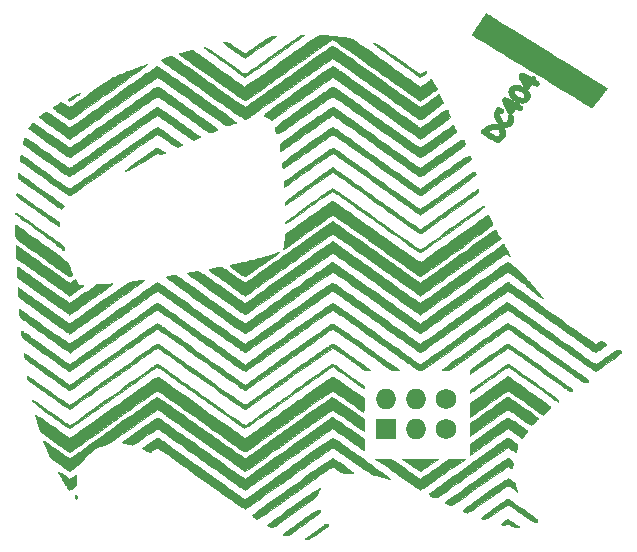
<source format=gbr>
G04 #@! TF.GenerationSoftware,KiCad,Pcbnew,(5.1.2-1)-1*
G04 #@! TF.CreationDate,2019-06-10T18:00:08-04:00*
G04 #@! TF.ProjectId,dc4044,64633430-3434-42e6-9b69-6361645f7063,rev?*
G04 #@! TF.SameCoordinates,Original*
G04 #@! TF.FileFunction,Copper,L1,Top*
G04 #@! TF.FilePolarity,Positive*
%FSLAX46Y46*%
G04 Gerber Fmt 4.6, Leading zero omitted, Abs format (unit mm)*
G04 Created by KiCad (PCBNEW (5.1.2-1)-1) date 2019-06-10 18:00:08*
%MOMM*%
%LPD*%
G04 APERTURE LIST*
%ADD10C,0.010000*%
%ADD11C,1.727200*%
%ADD12O,1.727200X1.727200*%
%ADD13R,1.727200X1.727200*%
G04 APERTURE END LIST*
D10*
G36*
X158461864Y-134192937D02*
G01*
X158502464Y-134237605D01*
X158519006Y-134298037D01*
X158508044Y-134362769D01*
X158472491Y-134414587D01*
X158437363Y-134443028D01*
X158368031Y-134494136D01*
X158265562Y-134567167D01*
X158131020Y-134661378D01*
X157965473Y-134776023D01*
X157769987Y-134910359D01*
X157545628Y-135063641D01*
X157425953Y-135145115D01*
X157251349Y-135259575D01*
X157103264Y-135346849D01*
X156977521Y-135408899D01*
X156869940Y-135447691D01*
X156776346Y-135465189D01*
X156742198Y-135466667D01*
X156673379Y-135463067D01*
X156622853Y-135453753D01*
X156604946Y-135444092D01*
X156600384Y-135438011D01*
X156597572Y-135432399D01*
X156599603Y-135424806D01*
X156609567Y-135412786D01*
X156630558Y-135393889D01*
X156665665Y-135365668D01*
X156717982Y-135325674D01*
X156790599Y-135271459D01*
X156886609Y-135200575D01*
X157009102Y-135110575D01*
X157161172Y-134999009D01*
X157240817Y-134940572D01*
X157460469Y-134779707D01*
X157648980Y-134642475D01*
X157809061Y-134527087D01*
X157943424Y-134431755D01*
X158054778Y-134354691D01*
X158145834Y-134294107D01*
X158219304Y-134248215D01*
X158277898Y-134215227D01*
X158324326Y-134193354D01*
X158361300Y-134180808D01*
X158391530Y-134175802D01*
X158400652Y-134175500D01*
X158461864Y-134192937D01*
X158461864Y-134192937D01*
G37*
X158461864Y-134192937D02*
X158502464Y-134237605D01*
X158519006Y-134298037D01*
X158508044Y-134362769D01*
X158472491Y-134414587D01*
X158437363Y-134443028D01*
X158368031Y-134494136D01*
X158265562Y-134567167D01*
X158131020Y-134661378D01*
X157965473Y-134776023D01*
X157769987Y-134910359D01*
X157545628Y-135063641D01*
X157425953Y-135145115D01*
X157251349Y-135259575D01*
X157103264Y-135346849D01*
X156977521Y-135408899D01*
X156869940Y-135447691D01*
X156776346Y-135465189D01*
X156742198Y-135466667D01*
X156673379Y-135463067D01*
X156622853Y-135453753D01*
X156604946Y-135444092D01*
X156600384Y-135438011D01*
X156597572Y-135432399D01*
X156599603Y-135424806D01*
X156609567Y-135412786D01*
X156630558Y-135393889D01*
X156665665Y-135365668D01*
X156717982Y-135325674D01*
X156790599Y-135271459D01*
X156886609Y-135200575D01*
X157009102Y-135110575D01*
X157161172Y-134999009D01*
X157240817Y-134940572D01*
X157460469Y-134779707D01*
X157648980Y-134642475D01*
X157809061Y-134527087D01*
X157943424Y-134431755D01*
X158054778Y-134354691D01*
X158145834Y-134294107D01*
X158219304Y-134248215D01*
X158277898Y-134215227D01*
X158324326Y-134193354D01*
X158361300Y-134180808D01*
X158391530Y-134175802D01*
X158400652Y-134175500D01*
X158461864Y-134192937D01*
G36*
X157748778Y-133014531D02*
G01*
X157782156Y-133029177D01*
X157800989Y-133052275D01*
X157820052Y-133105969D01*
X157812619Y-133156577D01*
X157775353Y-133213285D01*
X157722359Y-133268692D01*
X157637693Y-133345261D01*
X157522118Y-133442089D01*
X157379981Y-133556012D01*
X157215635Y-133683861D01*
X157033429Y-133822472D01*
X156837714Y-133968679D01*
X156632839Y-134119314D01*
X156423156Y-134271213D01*
X156213014Y-134421209D01*
X156006765Y-134566136D01*
X155808758Y-134702827D01*
X155623343Y-134828117D01*
X155454872Y-134938840D01*
X155307694Y-135031829D01*
X155259483Y-135061121D01*
X155173112Y-135111680D01*
X155110196Y-135143635D01*
X155058510Y-135161166D01*
X155005829Y-135168454D01*
X154941983Y-135169690D01*
X154865028Y-135166086D01*
X154801424Y-135157368D01*
X154769609Y-135147471D01*
X154738916Y-135117454D01*
X154732567Y-135098420D01*
X154743149Y-135070412D01*
X154775837Y-135029198D01*
X154832046Y-134973662D01*
X154913188Y-134902688D01*
X155020676Y-134815160D01*
X155155925Y-134709963D01*
X155320349Y-134585980D01*
X155515359Y-134442096D01*
X155742371Y-134277194D01*
X156002796Y-134090158D01*
X156074795Y-134038736D01*
X156358857Y-133837042D01*
X156611162Y-133660138D01*
X156833504Y-133507002D01*
X157027677Y-133376608D01*
X157195473Y-133267930D01*
X157338686Y-133179945D01*
X157459109Y-133111628D01*
X157558537Y-133061952D01*
X157638762Y-133029894D01*
X157701578Y-133014429D01*
X157748778Y-133014531D01*
X157748778Y-133014531D01*
G37*
X157748778Y-133014531D02*
X157782156Y-133029177D01*
X157800989Y-133052275D01*
X157820052Y-133105969D01*
X157812619Y-133156577D01*
X157775353Y-133213285D01*
X157722359Y-133268692D01*
X157637693Y-133345261D01*
X157522118Y-133442089D01*
X157379981Y-133556012D01*
X157215635Y-133683861D01*
X157033429Y-133822472D01*
X156837714Y-133968679D01*
X156632839Y-134119314D01*
X156423156Y-134271213D01*
X156213014Y-134421209D01*
X156006765Y-134566136D01*
X155808758Y-134702827D01*
X155623343Y-134828117D01*
X155454872Y-134938840D01*
X155307694Y-135031829D01*
X155259483Y-135061121D01*
X155173112Y-135111680D01*
X155110196Y-135143635D01*
X155058510Y-135161166D01*
X155005829Y-135168454D01*
X154941983Y-135169690D01*
X154865028Y-135166086D01*
X154801424Y-135157368D01*
X154769609Y-135147471D01*
X154738916Y-135117454D01*
X154732567Y-135098420D01*
X154743149Y-135070412D01*
X154775837Y-135029198D01*
X154832046Y-134973662D01*
X154913188Y-134902688D01*
X155020676Y-134815160D01*
X155155925Y-134709963D01*
X155320349Y-134585980D01*
X155515359Y-134442096D01*
X155742371Y-134277194D01*
X156002796Y-134090158D01*
X156074795Y-134038736D01*
X156358857Y-133837042D01*
X156611162Y-133660138D01*
X156833504Y-133507002D01*
X157027677Y-133376608D01*
X157195473Y-133267930D01*
X157338686Y-133179945D01*
X157459109Y-133111628D01*
X157558537Y-133061952D01*
X157638762Y-133029894D01*
X157701578Y-133014429D01*
X157748778Y-133014531D01*
G36*
X157823818Y-131185804D02*
G01*
X157815314Y-131227134D01*
X157788913Y-131283957D01*
X157771146Y-131313162D01*
X157739198Y-131370155D01*
X157700037Y-131451863D01*
X157660788Y-131543173D01*
X157650451Y-131569178D01*
X157630436Y-131620052D01*
X157610786Y-131666449D01*
X157589372Y-131710129D01*
X157564069Y-131752857D01*
X157532750Y-131796393D01*
X157493287Y-131842501D01*
X157443556Y-131892943D01*
X157381428Y-131949482D01*
X157304777Y-132013879D01*
X157211477Y-132087897D01*
X157099401Y-132173299D01*
X156966422Y-132271847D01*
X156810414Y-132385303D01*
X156629250Y-132515431D01*
X156420803Y-132663991D01*
X156182947Y-132832747D01*
X155913555Y-133023461D01*
X155790900Y-133110247D01*
X155581775Y-133258259D01*
X155376065Y-133403947D01*
X155177473Y-133544682D01*
X154989702Y-133677836D01*
X154816453Y-133800782D01*
X154661429Y-133910892D01*
X154528333Y-134005538D01*
X154420865Y-134082092D01*
X154342730Y-134137927D01*
X154319817Y-134154375D01*
X154172715Y-134259748D01*
X154054452Y-134341951D01*
X153959589Y-134402657D01*
X153882685Y-134443536D01*
X153818301Y-134466262D01*
X153760996Y-134472504D01*
X153705331Y-134463934D01*
X153645866Y-134442224D01*
X153577161Y-134409045D01*
X153544949Y-134392459D01*
X153472585Y-134352540D01*
X153416332Y-134316862D01*
X153385829Y-134291688D01*
X153383223Y-134287398D01*
X153388734Y-134274546D01*
X153411378Y-134250470D01*
X153452854Y-134213890D01*
X153514861Y-134163525D01*
X153599099Y-134098093D01*
X153707266Y-134016313D01*
X153841063Y-133916905D01*
X154002189Y-133798587D01*
X154192344Y-133660078D01*
X154413225Y-133500096D01*
X154666534Y-133317362D01*
X154743150Y-133262199D01*
X155147111Y-132971868D01*
X155518125Y-132706105D01*
X155857214Y-132464214D01*
X156165399Y-132245498D01*
X156443702Y-132049261D01*
X156693144Y-131874806D01*
X156914746Y-131721437D01*
X157109530Y-131588457D01*
X157278517Y-131475171D01*
X157422728Y-131380881D01*
X157543185Y-131304891D01*
X157640910Y-131246504D01*
X157716922Y-131205025D01*
X157772245Y-131179756D01*
X157807899Y-131170002D01*
X157811637Y-131169834D01*
X157823818Y-131185804D01*
X157823818Y-131185804D01*
G37*
X157823818Y-131185804D02*
X157815314Y-131227134D01*
X157788913Y-131283957D01*
X157771146Y-131313162D01*
X157739198Y-131370155D01*
X157700037Y-131451863D01*
X157660788Y-131543173D01*
X157650451Y-131569178D01*
X157630436Y-131620052D01*
X157610786Y-131666449D01*
X157589372Y-131710129D01*
X157564069Y-131752857D01*
X157532750Y-131796393D01*
X157493287Y-131842501D01*
X157443556Y-131892943D01*
X157381428Y-131949482D01*
X157304777Y-132013879D01*
X157211477Y-132087897D01*
X157099401Y-132173299D01*
X156966422Y-132271847D01*
X156810414Y-132385303D01*
X156629250Y-132515431D01*
X156420803Y-132663991D01*
X156182947Y-132832747D01*
X155913555Y-133023461D01*
X155790900Y-133110247D01*
X155581775Y-133258259D01*
X155376065Y-133403947D01*
X155177473Y-133544682D01*
X154989702Y-133677836D01*
X154816453Y-133800782D01*
X154661429Y-133910892D01*
X154528333Y-134005538D01*
X154420865Y-134082092D01*
X154342730Y-134137927D01*
X154319817Y-134154375D01*
X154172715Y-134259748D01*
X154054452Y-134341951D01*
X153959589Y-134402657D01*
X153882685Y-134443536D01*
X153818301Y-134466262D01*
X153760996Y-134472504D01*
X153705331Y-134463934D01*
X153645866Y-134442224D01*
X153577161Y-134409045D01*
X153544949Y-134392459D01*
X153472585Y-134352540D01*
X153416332Y-134316862D01*
X153385829Y-134291688D01*
X153383223Y-134287398D01*
X153388734Y-134274546D01*
X153411378Y-134250470D01*
X153452854Y-134213890D01*
X153514861Y-134163525D01*
X153599099Y-134098093D01*
X153707266Y-134016313D01*
X153841063Y-133916905D01*
X154002189Y-133798587D01*
X154192344Y-133660078D01*
X154413225Y-133500096D01*
X154666534Y-133317362D01*
X154743150Y-133262199D01*
X155147111Y-132971868D01*
X155518125Y-132706105D01*
X155857214Y-132464214D01*
X156165399Y-132245498D01*
X156443702Y-132049261D01*
X156693144Y-131874806D01*
X156914746Y-131721437D01*
X157109530Y-131588457D01*
X157278517Y-131475171D01*
X157422728Y-131380881D01*
X157543185Y-131304891D01*
X157640910Y-131246504D01*
X157716922Y-131205025D01*
X157772245Y-131179756D01*
X157807899Y-131170002D01*
X157811637Y-131169834D01*
X157823818Y-131185804D01*
G36*
X173787183Y-133842680D02*
G01*
X173862042Y-133880052D01*
X173927946Y-133918407D01*
X173985225Y-133954234D01*
X174062520Y-134005090D01*
X174153748Y-134066704D01*
X174252826Y-134134803D01*
X174353671Y-134205115D01*
X174450201Y-134273368D01*
X174536332Y-134335289D01*
X174605981Y-134386606D01*
X174653066Y-134423048D01*
X174671504Y-134440341D01*
X174671567Y-134440675D01*
X174652272Y-134447651D01*
X174601397Y-134450623D01*
X174529459Y-134450067D01*
X174446974Y-134446461D01*
X174364457Y-134440282D01*
X174292425Y-134432006D01*
X174241393Y-134422111D01*
X174237650Y-134420988D01*
X174087560Y-134358543D01*
X173920633Y-134261625D01*
X173888400Y-134240197D01*
X173795670Y-134191147D01*
X173711121Y-134179668D01*
X173624191Y-134205374D01*
X173581484Y-134228969D01*
X173471924Y-134272529D01*
X173350963Y-134279030D01*
X173256559Y-134258096D01*
X173212093Y-134237206D01*
X173192914Y-134211522D01*
X173201099Y-134177521D01*
X173238726Y-134131678D01*
X173307872Y-134070472D01*
X173410614Y-133990379D01*
X173417442Y-133985235D01*
X173521187Y-133908822D01*
X173600913Y-133857554D01*
X173665740Y-133830237D01*
X173724789Y-133825677D01*
X173787183Y-133842680D01*
X173787183Y-133842680D01*
G37*
X173787183Y-133842680D02*
X173862042Y-133880052D01*
X173927946Y-133918407D01*
X173985225Y-133954234D01*
X174062520Y-134005090D01*
X174153748Y-134066704D01*
X174252826Y-134134803D01*
X174353671Y-134205115D01*
X174450201Y-134273368D01*
X174536332Y-134335289D01*
X174605981Y-134386606D01*
X174653066Y-134423048D01*
X174671504Y-134440341D01*
X174671567Y-134440675D01*
X174652272Y-134447651D01*
X174601397Y-134450623D01*
X174529459Y-134450067D01*
X174446974Y-134446461D01*
X174364457Y-134440282D01*
X174292425Y-134432006D01*
X174241393Y-134422111D01*
X174237650Y-134420988D01*
X174087560Y-134358543D01*
X173920633Y-134261625D01*
X173888400Y-134240197D01*
X173795670Y-134191147D01*
X173711121Y-134179668D01*
X173624191Y-134205374D01*
X173581484Y-134228969D01*
X173471924Y-134272529D01*
X173350963Y-134279030D01*
X173256559Y-134258096D01*
X173212093Y-134237206D01*
X173192914Y-134211522D01*
X173201099Y-134177521D01*
X173238726Y-134131678D01*
X173307872Y-134070472D01*
X173410614Y-133990379D01*
X173417442Y-133985235D01*
X173521187Y-133908822D01*
X173600913Y-133857554D01*
X173665740Y-133830237D01*
X173724789Y-133825677D01*
X173787183Y-133842680D01*
G36*
X173752300Y-132091399D02*
G01*
X173815315Y-132125804D01*
X173909174Y-132183529D01*
X174034346Y-132264887D01*
X174191301Y-132370192D01*
X174380511Y-132499756D01*
X174602444Y-132653894D01*
X174857571Y-132832919D01*
X174997658Y-132931811D01*
X175161761Y-133047846D01*
X175323047Y-133161863D01*
X175476453Y-133270285D01*
X175616914Y-133369533D01*
X175739366Y-133456029D01*
X175838745Y-133526195D01*
X175909986Y-133576452D01*
X175923669Y-133586094D01*
X176042730Y-133675293D01*
X176127349Y-133752402D01*
X176181716Y-133822632D01*
X176210024Y-133891196D01*
X176216734Y-133950457D01*
X176216734Y-134027334D01*
X176083554Y-134027334D01*
X176018721Y-134025462D01*
X175965115Y-134017131D01*
X175910606Y-133998266D01*
X175843065Y-133964793D01*
X175762015Y-133919330D01*
X175692220Y-133878723D01*
X175622843Y-133836912D01*
X175550209Y-133791392D01*
X175470648Y-133739655D01*
X175380484Y-133679194D01*
X175276045Y-133607504D01*
X175153658Y-133522076D01*
X175009650Y-133420405D01*
X174840348Y-133299984D01*
X174642079Y-133158306D01*
X174544567Y-133088481D01*
X174394689Y-132981318D01*
X174254163Y-132881248D01*
X174127036Y-132791123D01*
X174017355Y-132713794D01*
X173929167Y-132652112D01*
X173866520Y-132608931D01*
X173833461Y-132587101D01*
X173830956Y-132585654D01*
X173802474Y-132576255D01*
X173766324Y-132576468D01*
X173719902Y-132587815D01*
X173660605Y-132611818D01*
X173585827Y-132650001D01*
X173492964Y-132703885D01*
X173379413Y-132774991D01*
X173242568Y-132864844D01*
X173079827Y-132974964D01*
X172888583Y-133106875D01*
X172666234Y-133262097D01*
X172628984Y-133288225D01*
X172434804Y-133422958D01*
X172270356Y-133533404D01*
X172132136Y-133621499D01*
X172016643Y-133689180D01*
X171920374Y-133738383D01*
X171839827Y-133771046D01*
X171771500Y-133789105D01*
X171713452Y-133794500D01*
X171607647Y-133787320D01*
X171530746Y-133766959D01*
X171487260Y-133735184D01*
X171479543Y-133702864D01*
X171484631Y-133686521D01*
X171497093Y-133666706D01*
X171519364Y-133641541D01*
X171553878Y-133609146D01*
X171603068Y-133567640D01*
X171669368Y-133515145D01*
X171755213Y-133449780D01*
X171863037Y-133369668D01*
X171995272Y-133272927D01*
X172154354Y-133157678D01*
X172342716Y-133022042D01*
X172562792Y-132864139D01*
X172602618Y-132835603D01*
X172822709Y-132678069D01*
X173011112Y-132543600D01*
X173170428Y-132430436D01*
X173303260Y-132336818D01*
X173412209Y-132260984D01*
X173499878Y-132201176D01*
X173568867Y-132155633D01*
X173621779Y-132122596D01*
X173661216Y-132100303D01*
X173689779Y-132086996D01*
X173710071Y-132080914D01*
X173719658Y-132080000D01*
X173752300Y-132091399D01*
X173752300Y-132091399D01*
G37*
X173752300Y-132091399D02*
X173815315Y-132125804D01*
X173909174Y-132183529D01*
X174034346Y-132264887D01*
X174191301Y-132370192D01*
X174380511Y-132499756D01*
X174602444Y-132653894D01*
X174857571Y-132832919D01*
X174997658Y-132931811D01*
X175161761Y-133047846D01*
X175323047Y-133161863D01*
X175476453Y-133270285D01*
X175616914Y-133369533D01*
X175739366Y-133456029D01*
X175838745Y-133526195D01*
X175909986Y-133576452D01*
X175923669Y-133586094D01*
X176042730Y-133675293D01*
X176127349Y-133752402D01*
X176181716Y-133822632D01*
X176210024Y-133891196D01*
X176216734Y-133950457D01*
X176216734Y-134027334D01*
X176083554Y-134027334D01*
X176018721Y-134025462D01*
X175965115Y-134017131D01*
X175910606Y-133998266D01*
X175843065Y-133964793D01*
X175762015Y-133919330D01*
X175692220Y-133878723D01*
X175622843Y-133836912D01*
X175550209Y-133791392D01*
X175470648Y-133739655D01*
X175380484Y-133679194D01*
X175276045Y-133607504D01*
X175153658Y-133522076D01*
X175009650Y-133420405D01*
X174840348Y-133299984D01*
X174642079Y-133158306D01*
X174544567Y-133088481D01*
X174394689Y-132981318D01*
X174254163Y-132881248D01*
X174127036Y-132791123D01*
X174017355Y-132713794D01*
X173929167Y-132652112D01*
X173866520Y-132608931D01*
X173833461Y-132587101D01*
X173830956Y-132585654D01*
X173802474Y-132576255D01*
X173766324Y-132576468D01*
X173719902Y-132587815D01*
X173660605Y-132611818D01*
X173585827Y-132650001D01*
X173492964Y-132703885D01*
X173379413Y-132774991D01*
X173242568Y-132864844D01*
X173079827Y-132974964D01*
X172888583Y-133106875D01*
X172666234Y-133262097D01*
X172628984Y-133288225D01*
X172434804Y-133422958D01*
X172270356Y-133533404D01*
X172132136Y-133621499D01*
X172016643Y-133689180D01*
X171920374Y-133738383D01*
X171839827Y-133771046D01*
X171771500Y-133789105D01*
X171713452Y-133794500D01*
X171607647Y-133787320D01*
X171530746Y-133766959D01*
X171487260Y-133735184D01*
X171479543Y-133702864D01*
X171484631Y-133686521D01*
X171497093Y-133666706D01*
X171519364Y-133641541D01*
X171553878Y-133609146D01*
X171603068Y-133567640D01*
X171669368Y-133515145D01*
X171755213Y-133449780D01*
X171863037Y-133369668D01*
X171995272Y-133272927D01*
X172154354Y-133157678D01*
X172342716Y-133022042D01*
X172562792Y-132864139D01*
X172602618Y-132835603D01*
X172822709Y-132678069D01*
X173011112Y-132543600D01*
X173170428Y-132430436D01*
X173303260Y-132336818D01*
X173412209Y-132260984D01*
X173499878Y-132201176D01*
X173568867Y-132155633D01*
X173621779Y-132122596D01*
X173661216Y-132100303D01*
X173689779Y-132086996D01*
X173710071Y-132080914D01*
X173719658Y-132080000D01*
X173752300Y-132091399D01*
G36*
X158940459Y-128664197D02*
G01*
X159022777Y-128702247D01*
X159130678Y-128763544D01*
X159260660Y-128846203D01*
X159306385Y-128876885D01*
X159378985Y-128926949D01*
X159472822Y-128992856D01*
X159583505Y-129071415D01*
X159706642Y-129159439D01*
X159837841Y-129253737D01*
X159972712Y-129351120D01*
X160106863Y-129448399D01*
X160235902Y-129542386D01*
X160355437Y-129629890D01*
X160461078Y-129707724D01*
X160548433Y-129772697D01*
X160613110Y-129821620D01*
X160650718Y-129851304D01*
X160658589Y-129858877D01*
X160638863Y-129864798D01*
X160583754Y-129873795D01*
X160500023Y-129884956D01*
X160394432Y-129897367D01*
X160294109Y-129908059D01*
X160141574Y-129922779D01*
X160021723Y-129930394D01*
X159925189Y-129928689D01*
X159842604Y-129915451D01*
X159764602Y-129888466D01*
X159681817Y-129845519D01*
X159584881Y-129784397D01*
X159484702Y-129716730D01*
X159338825Y-129618378D01*
X159206533Y-129531560D01*
X159091882Y-129458784D01*
X158998928Y-129402563D01*
X158931727Y-129365406D01*
X158894337Y-129349824D01*
X158891346Y-129349500D01*
X158865841Y-129360911D01*
X158810686Y-129392868D01*
X158731128Y-129441954D01*
X158632415Y-129504755D01*
X158519797Y-129577855D01*
X158398521Y-129657838D01*
X158273837Y-129741290D01*
X158150992Y-129824795D01*
X158035235Y-129904936D01*
X158002897Y-129927656D01*
X157954892Y-129961624D01*
X157875185Y-130018162D01*
X157766561Y-130095290D01*
X157631805Y-130191027D01*
X157473704Y-130303395D01*
X157295040Y-130430412D01*
X157098601Y-130570099D01*
X156887172Y-130720474D01*
X156663537Y-130879559D01*
X156430482Y-131045372D01*
X156190793Y-131215934D01*
X156144952Y-131248558D01*
X155708591Y-131558944D01*
X155305456Y-131845344D01*
X154934433Y-132108530D01*
X154594408Y-132349270D01*
X154284266Y-132568337D01*
X154002893Y-132766499D01*
X153749175Y-132944528D01*
X153521997Y-133103194D01*
X153320246Y-133243266D01*
X153142806Y-133365516D01*
X152988564Y-133470714D01*
X152856405Y-133559630D01*
X152745215Y-133633034D01*
X152653880Y-133691698D01*
X152581285Y-133736390D01*
X152526316Y-133767882D01*
X152487860Y-133786944D01*
X152464800Y-133794346D01*
X152462345Y-133794500D01*
X152441915Y-133783990D01*
X152397507Y-133757006D01*
X152360753Y-133733591D01*
X152309356Y-133695861D01*
X152248926Y-133644975D01*
X152186975Y-133588223D01*
X152131016Y-133532894D01*
X152088565Y-133486278D01*
X152067133Y-133455665D01*
X152066843Y-133448440D01*
X152084936Y-133435343D01*
X152135421Y-133399201D01*
X152216195Y-133341512D01*
X152325158Y-133263774D01*
X152460206Y-133167484D01*
X152619239Y-133054140D01*
X152800155Y-132925238D01*
X153000851Y-132782278D01*
X153219226Y-132626757D01*
X153453178Y-132460171D01*
X153700605Y-132284019D01*
X153959406Y-132099798D01*
X154182234Y-131941205D01*
X154688341Y-131580917D01*
X155161885Y-131243602D01*
X155604885Y-130927817D01*
X156019360Y-130632117D01*
X156407329Y-130355060D01*
X156770812Y-130095202D01*
X157111827Y-129851100D01*
X157432394Y-129621310D01*
X157734533Y-129404390D01*
X158020261Y-129198895D01*
X158232399Y-129046072D01*
X158390030Y-128934948D01*
X158533265Y-128838944D01*
X158658359Y-128760319D01*
X158761571Y-128701328D01*
X158839156Y-128664229D01*
X158887229Y-128651280D01*
X158940459Y-128664197D01*
X158940459Y-128664197D01*
G37*
X158940459Y-128664197D02*
X159022777Y-128702247D01*
X159130678Y-128763544D01*
X159260660Y-128846203D01*
X159306385Y-128876885D01*
X159378985Y-128926949D01*
X159472822Y-128992856D01*
X159583505Y-129071415D01*
X159706642Y-129159439D01*
X159837841Y-129253737D01*
X159972712Y-129351120D01*
X160106863Y-129448399D01*
X160235902Y-129542386D01*
X160355437Y-129629890D01*
X160461078Y-129707724D01*
X160548433Y-129772697D01*
X160613110Y-129821620D01*
X160650718Y-129851304D01*
X160658589Y-129858877D01*
X160638863Y-129864798D01*
X160583754Y-129873795D01*
X160500023Y-129884956D01*
X160394432Y-129897367D01*
X160294109Y-129908059D01*
X160141574Y-129922779D01*
X160021723Y-129930394D01*
X159925189Y-129928689D01*
X159842604Y-129915451D01*
X159764602Y-129888466D01*
X159681817Y-129845519D01*
X159584881Y-129784397D01*
X159484702Y-129716730D01*
X159338825Y-129618378D01*
X159206533Y-129531560D01*
X159091882Y-129458784D01*
X158998928Y-129402563D01*
X158931727Y-129365406D01*
X158894337Y-129349824D01*
X158891346Y-129349500D01*
X158865841Y-129360911D01*
X158810686Y-129392868D01*
X158731128Y-129441954D01*
X158632415Y-129504755D01*
X158519797Y-129577855D01*
X158398521Y-129657838D01*
X158273837Y-129741290D01*
X158150992Y-129824795D01*
X158035235Y-129904936D01*
X158002897Y-129927656D01*
X157954892Y-129961624D01*
X157875185Y-130018162D01*
X157766561Y-130095290D01*
X157631805Y-130191027D01*
X157473704Y-130303395D01*
X157295040Y-130430412D01*
X157098601Y-130570099D01*
X156887172Y-130720474D01*
X156663537Y-130879559D01*
X156430482Y-131045372D01*
X156190793Y-131215934D01*
X156144952Y-131248558D01*
X155708591Y-131558944D01*
X155305456Y-131845344D01*
X154934433Y-132108530D01*
X154594408Y-132349270D01*
X154284266Y-132568337D01*
X154002893Y-132766499D01*
X153749175Y-132944528D01*
X153521997Y-133103194D01*
X153320246Y-133243266D01*
X153142806Y-133365516D01*
X152988564Y-133470714D01*
X152856405Y-133559630D01*
X152745215Y-133633034D01*
X152653880Y-133691698D01*
X152581285Y-133736390D01*
X152526316Y-133767882D01*
X152487860Y-133786944D01*
X152464800Y-133794346D01*
X152462345Y-133794500D01*
X152441915Y-133783990D01*
X152397507Y-133757006D01*
X152360753Y-133733591D01*
X152309356Y-133695861D01*
X152248926Y-133644975D01*
X152186975Y-133588223D01*
X152131016Y-133532894D01*
X152088565Y-133486278D01*
X152067133Y-133455665D01*
X152066843Y-133448440D01*
X152084936Y-133435343D01*
X152135421Y-133399201D01*
X152216195Y-133341512D01*
X152325158Y-133263774D01*
X152460206Y-133167484D01*
X152619239Y-133054140D01*
X152800155Y-132925238D01*
X153000851Y-132782278D01*
X153219226Y-132626757D01*
X153453178Y-132460171D01*
X153700605Y-132284019D01*
X153959406Y-132099798D01*
X154182234Y-131941205D01*
X154688341Y-131580917D01*
X155161885Y-131243602D01*
X155604885Y-130927817D01*
X156019360Y-130632117D01*
X156407329Y-130355060D01*
X156770812Y-130095202D01*
X157111827Y-129851100D01*
X157432394Y-129621310D01*
X157734533Y-129404390D01*
X158020261Y-129198895D01*
X158232399Y-129046072D01*
X158390030Y-128934948D01*
X158533265Y-128838944D01*
X158658359Y-128760319D01*
X158761571Y-128701328D01*
X158839156Y-128664229D01*
X158887229Y-128651280D01*
X158940459Y-128664197D01*
G36*
X174019430Y-130519318D02*
G01*
X174113922Y-130585416D01*
X174197441Y-130645661D01*
X174262986Y-130694865D01*
X174303560Y-130727842D01*
X174311732Y-130735915D01*
X174330267Y-130775752D01*
X174347135Y-130841200D01*
X174355636Y-130894599D01*
X174372554Y-130979560D01*
X174402288Y-131079107D01*
X174434620Y-131162657D01*
X174467853Y-131247054D01*
X174493494Y-131330653D01*
X174509673Y-131404394D01*
X174514518Y-131459215D01*
X174506160Y-131486056D01*
X174501646Y-131487334D01*
X174480995Y-131470123D01*
X174471657Y-131450292D01*
X174450269Y-131424711D01*
X174400664Y-131381072D01*
X174329969Y-131324610D01*
X174245316Y-131260562D01*
X174153833Y-131194162D01*
X174062650Y-131130646D01*
X173978897Y-131075252D01*
X173909704Y-131033213D01*
X173887069Y-131020988D01*
X173792352Y-130988259D01*
X173696515Y-130989466D01*
X173591614Y-131025537D01*
X173522068Y-131063661D01*
X173484622Y-131088199D01*
X173416214Y-131134873D01*
X173320344Y-131201231D01*
X173200511Y-131284821D01*
X173060216Y-131383191D01*
X172902957Y-131493888D01*
X172732233Y-131614461D01*
X172551545Y-131742457D01*
X172417317Y-131837782D01*
X172083841Y-132074270D01*
X171783061Y-132286290D01*
X171513726Y-132474667D01*
X171274585Y-132640226D01*
X171064387Y-132783793D01*
X170881882Y-132906193D01*
X170725818Y-133008250D01*
X170594944Y-133090790D01*
X170488011Y-133154639D01*
X170403766Y-133200620D01*
X170340960Y-133229559D01*
X170298340Y-133242282D01*
X170286972Y-133243029D01*
X170252395Y-133236279D01*
X170192237Y-133219963D01*
X170136030Y-133202807D01*
X170035057Y-133165311D01*
X169974465Y-133128009D01*
X169952507Y-133086944D01*
X169967434Y-133038163D01*
X170017499Y-132977709D01*
X170030775Y-132964639D01*
X170065931Y-132935199D01*
X170134145Y-132882788D01*
X170235575Y-132807291D01*
X170370379Y-132708596D01*
X170538718Y-132586587D01*
X170740750Y-132441150D01*
X170976633Y-132272171D01*
X171246527Y-132079536D01*
X171550590Y-131863131D01*
X171888982Y-131622842D01*
X172261861Y-131358554D01*
X172512567Y-131181085D01*
X172738480Y-131021830D01*
X172948482Y-130874973D01*
X173139739Y-130742450D01*
X173309414Y-130626199D01*
X173454672Y-130528157D01*
X173572677Y-130450259D01*
X173660593Y-130394444D01*
X173690155Y-130376715D01*
X173756494Y-130338104D01*
X174019430Y-130519318D01*
X174019430Y-130519318D01*
G37*
X174019430Y-130519318D02*
X174113922Y-130585416D01*
X174197441Y-130645661D01*
X174262986Y-130694865D01*
X174303560Y-130727842D01*
X174311732Y-130735915D01*
X174330267Y-130775752D01*
X174347135Y-130841200D01*
X174355636Y-130894599D01*
X174372554Y-130979560D01*
X174402288Y-131079107D01*
X174434620Y-131162657D01*
X174467853Y-131247054D01*
X174493494Y-131330653D01*
X174509673Y-131404394D01*
X174514518Y-131459215D01*
X174506160Y-131486056D01*
X174501646Y-131487334D01*
X174480995Y-131470123D01*
X174471657Y-131450292D01*
X174450269Y-131424711D01*
X174400664Y-131381072D01*
X174329969Y-131324610D01*
X174245316Y-131260562D01*
X174153833Y-131194162D01*
X174062650Y-131130646D01*
X173978897Y-131075252D01*
X173909704Y-131033213D01*
X173887069Y-131020988D01*
X173792352Y-130988259D01*
X173696515Y-130989466D01*
X173591614Y-131025537D01*
X173522068Y-131063661D01*
X173484622Y-131088199D01*
X173416214Y-131134873D01*
X173320344Y-131201231D01*
X173200511Y-131284821D01*
X173060216Y-131383191D01*
X172902957Y-131493888D01*
X172732233Y-131614461D01*
X172551545Y-131742457D01*
X172417317Y-131837782D01*
X172083841Y-132074270D01*
X171783061Y-132286290D01*
X171513726Y-132474667D01*
X171274585Y-132640226D01*
X171064387Y-132783793D01*
X170881882Y-132906193D01*
X170725818Y-133008250D01*
X170594944Y-133090790D01*
X170488011Y-133154639D01*
X170403766Y-133200620D01*
X170340960Y-133229559D01*
X170298340Y-133242282D01*
X170286972Y-133243029D01*
X170252395Y-133236279D01*
X170192237Y-133219963D01*
X170136030Y-133202807D01*
X170035057Y-133165311D01*
X169974465Y-133128009D01*
X169952507Y-133086944D01*
X169967434Y-133038163D01*
X170017499Y-132977709D01*
X170030775Y-132964639D01*
X170065931Y-132935199D01*
X170134145Y-132882788D01*
X170235575Y-132807291D01*
X170370379Y-132708596D01*
X170538718Y-132586587D01*
X170740750Y-132441150D01*
X170976633Y-132272171D01*
X171246527Y-132079536D01*
X171550590Y-131863131D01*
X171888982Y-131622842D01*
X172261861Y-131358554D01*
X172512567Y-131181085D01*
X172738480Y-131021830D01*
X172948482Y-130874973D01*
X173139739Y-130742450D01*
X173309414Y-130626199D01*
X173454672Y-130528157D01*
X173572677Y-130450259D01*
X173660593Y-130394444D01*
X173690155Y-130376715D01*
X173756494Y-130338104D01*
X174019430Y-130519318D01*
G36*
X144056758Y-126894204D02*
G01*
X144062554Y-126894952D01*
X144070308Y-126897368D01*
X144081380Y-126902408D01*
X144097129Y-126911026D01*
X144118915Y-126924181D01*
X144148097Y-126942827D01*
X144186034Y-126967920D01*
X144234087Y-127000417D01*
X144293614Y-127041274D01*
X144365975Y-127091446D01*
X144452529Y-127151890D01*
X144554635Y-127223561D01*
X144673654Y-127307417D01*
X144810945Y-127404412D01*
X144967867Y-127515502D01*
X145145779Y-127641645D01*
X145346041Y-127783795D01*
X145570012Y-127942909D01*
X145819052Y-128119943D01*
X146094521Y-128315853D01*
X146397777Y-128531595D01*
X146730180Y-128768124D01*
X147093090Y-129026398D01*
X147487865Y-129307371D01*
X147885150Y-129590138D01*
X148176659Y-129797675D01*
X148464738Y-130002875D01*
X148746851Y-130203928D01*
X149020465Y-130399024D01*
X149283045Y-130586352D01*
X149532057Y-130764102D01*
X149764966Y-130930463D01*
X149979237Y-131083625D01*
X150172336Y-131221777D01*
X150341729Y-131343109D01*
X150484880Y-131445810D01*
X150599256Y-131528070D01*
X150682322Y-131588078D01*
X150698424Y-131599772D01*
X150877387Y-131729513D01*
X151025674Y-131835890D01*
X151146444Y-131920978D01*
X151242860Y-131986851D01*
X151318081Y-132035584D01*
X151375269Y-132069252D01*
X151417585Y-132089928D01*
X151448190Y-132099688D01*
X151462417Y-132101167D01*
X151471220Y-132100419D01*
X151482415Y-132097533D01*
X151497382Y-132091542D01*
X151517503Y-132081480D01*
X151544158Y-132066383D01*
X151578727Y-132045284D01*
X151622591Y-132017217D01*
X151677130Y-131981218D01*
X151743725Y-131936320D01*
X151823757Y-131881557D01*
X151918606Y-131815964D01*
X152029652Y-131738575D01*
X152158277Y-131648425D01*
X152305861Y-131544547D01*
X152473784Y-131425977D01*
X152663427Y-131291748D01*
X152876170Y-131140894D01*
X153113394Y-130972451D01*
X153376481Y-130785452D01*
X153666809Y-130578931D01*
X153985760Y-130351923D01*
X154334714Y-130103463D01*
X154715053Y-129832584D01*
X155128155Y-129538321D01*
X155229984Y-129465782D01*
X155664857Y-129156225D01*
X156066623Y-128870751D01*
X156436434Y-128608572D01*
X156775443Y-128368902D01*
X157084800Y-128150955D01*
X157365659Y-127953944D01*
X157619171Y-127777083D01*
X157846488Y-127619586D01*
X158048763Y-127480667D01*
X158227147Y-127359538D01*
X158382793Y-127255414D01*
X158516852Y-127167509D01*
X158630477Y-127095035D01*
X158724819Y-127037207D01*
X158801031Y-126993238D01*
X158860265Y-126962342D01*
X158903673Y-126943732D01*
X158932407Y-126936623D01*
X158935565Y-126936500D01*
X158960755Y-126946531D01*
X159013322Y-126976923D01*
X159093919Y-127028127D01*
X159203198Y-127100595D01*
X159341811Y-127194777D01*
X159510408Y-127311124D01*
X159709643Y-127450087D01*
X159940167Y-127612116D01*
X160202632Y-127797662D01*
X160497689Y-128007177D01*
X160825991Y-128241111D01*
X160955567Y-128333623D01*
X161301615Y-128581097D01*
X161630736Y-128817045D01*
X161941583Y-129040484D01*
X162232811Y-129250429D01*
X162503072Y-129445896D01*
X162751022Y-129625899D01*
X162975314Y-129789456D01*
X163174602Y-129935580D01*
X163347540Y-130063289D01*
X163492782Y-130171597D01*
X163608982Y-130259520D01*
X163694794Y-130326074D01*
X163748872Y-130370275D01*
X163769869Y-130391137D01*
X163770101Y-130391959D01*
X163753884Y-130406941D01*
X163703032Y-130397824D01*
X163617478Y-130364594D01*
X163598666Y-130356178D01*
X163518887Y-130325768D01*
X163399619Y-130288809D01*
X163243102Y-130245890D01*
X163051574Y-130197599D01*
X162827274Y-130144523D01*
X162585400Y-130090101D01*
X162457678Y-130060937D01*
X162360504Y-130035391D01*
X162282780Y-130009490D01*
X162213408Y-129979260D01*
X162141290Y-129940729D01*
X162098567Y-129915825D01*
X161996124Y-129852762D01*
X161862103Y-129766507D01*
X161699112Y-129658831D01*
X161509763Y-129531507D01*
X161296664Y-129386307D01*
X161062427Y-129225002D01*
X160809660Y-129049365D01*
X160540974Y-128861169D01*
X160426671Y-128780686D01*
X160190639Y-128614781D01*
X159966700Y-128458431D01*
X159757219Y-128313232D01*
X159564562Y-128180780D01*
X159391094Y-128062674D01*
X159239182Y-127960510D01*
X159111190Y-127875885D01*
X159009485Y-127810396D01*
X158936432Y-127765641D01*
X158894397Y-127743215D01*
X158886317Y-127740834D01*
X158856334Y-127753332D01*
X158792559Y-127790682D01*
X158695312Y-127852661D01*
X158564913Y-127939050D01*
X158401682Y-128049629D01*
X158205938Y-128184177D01*
X157978001Y-128342474D01*
X157718191Y-128524298D01*
X157426827Y-128729431D01*
X157104229Y-128957651D01*
X156750716Y-129208739D01*
X156552900Y-129349607D01*
X156270233Y-129551002D01*
X155976173Y-129760398D01*
X155673964Y-129975490D01*
X155366847Y-130193977D01*
X155058065Y-130413554D01*
X154750862Y-130631920D01*
X154448478Y-130846772D01*
X154154158Y-131055806D01*
X153871143Y-131256720D01*
X153602677Y-131447211D01*
X153352001Y-131624975D01*
X153122358Y-131787710D01*
X152916992Y-131933114D01*
X152739144Y-132058882D01*
X152592057Y-132162713D01*
X152573567Y-132175746D01*
X152358183Y-132326614D01*
X152160373Y-132463339D01*
X151982389Y-132584441D01*
X151826485Y-132688445D01*
X151694915Y-132773873D01*
X151589932Y-132839246D01*
X151513789Y-132883087D01*
X151468742Y-132903918D01*
X151460622Y-132905500D01*
X151429911Y-132894081D01*
X151370090Y-132862121D01*
X151286928Y-132813071D01*
X151186197Y-132750376D01*
X151073667Y-132677487D01*
X151025385Y-132645407D01*
X150950084Y-132594186D01*
X150843607Y-132520541D01*
X150709162Y-132426738D01*
X150549959Y-132315046D01*
X150369207Y-132187732D01*
X150170115Y-132047063D01*
X149955894Y-131895307D01*
X149729752Y-131734731D01*
X149494899Y-131567602D01*
X149254545Y-131396188D01*
X149028150Y-131234385D01*
X148470970Y-130836001D01*
X147946246Y-130461343D01*
X147454086Y-130110489D01*
X146994602Y-129783515D01*
X146567903Y-129480498D01*
X146174098Y-129201516D01*
X145813298Y-128946645D01*
X145485612Y-128715963D01*
X145191150Y-128509546D01*
X144930023Y-128327471D01*
X144702339Y-128169816D01*
X144508209Y-128036657D01*
X144347743Y-127928072D01*
X144221050Y-127844138D01*
X144128241Y-127784931D01*
X144069425Y-127750528D01*
X144045850Y-127740834D01*
X143996372Y-127754890D01*
X143916077Y-127796783D01*
X143805676Y-127866094D01*
X143665876Y-127962408D01*
X143653059Y-127971542D01*
X143569476Y-128029628D01*
X143496617Y-128077276D01*
X143442215Y-128109629D01*
X143414007Y-128121828D01*
X143413762Y-128121834D01*
X143382128Y-128112315D01*
X143323411Y-128086507D01*
X143245290Y-128048531D01*
X143155448Y-128002507D01*
X143061564Y-127952556D01*
X142971320Y-127902799D01*
X142892397Y-127857356D01*
X142832476Y-127820350D01*
X142799237Y-127795899D01*
X142795015Y-127789876D01*
X142805956Y-127767295D01*
X142841072Y-127730865D01*
X142902921Y-127678468D01*
X142994065Y-127607987D01*
X143117061Y-127517303D01*
X143175567Y-127475032D01*
X143282658Y-127398978D01*
X143399552Y-127317627D01*
X143520934Y-127234504D01*
X143641492Y-127153132D01*
X143755910Y-127077035D01*
X143858876Y-127009735D01*
X143945074Y-126954758D01*
X144009191Y-126915627D01*
X144045913Y-126895865D01*
X144051562Y-126894167D01*
X144056758Y-126894204D01*
X144056758Y-126894204D01*
G37*
X144056758Y-126894204D02*
X144062554Y-126894952D01*
X144070308Y-126897368D01*
X144081380Y-126902408D01*
X144097129Y-126911026D01*
X144118915Y-126924181D01*
X144148097Y-126942827D01*
X144186034Y-126967920D01*
X144234087Y-127000417D01*
X144293614Y-127041274D01*
X144365975Y-127091446D01*
X144452529Y-127151890D01*
X144554635Y-127223561D01*
X144673654Y-127307417D01*
X144810945Y-127404412D01*
X144967867Y-127515502D01*
X145145779Y-127641645D01*
X145346041Y-127783795D01*
X145570012Y-127942909D01*
X145819052Y-128119943D01*
X146094521Y-128315853D01*
X146397777Y-128531595D01*
X146730180Y-128768124D01*
X147093090Y-129026398D01*
X147487865Y-129307371D01*
X147885150Y-129590138D01*
X148176659Y-129797675D01*
X148464738Y-130002875D01*
X148746851Y-130203928D01*
X149020465Y-130399024D01*
X149283045Y-130586352D01*
X149532057Y-130764102D01*
X149764966Y-130930463D01*
X149979237Y-131083625D01*
X150172336Y-131221777D01*
X150341729Y-131343109D01*
X150484880Y-131445810D01*
X150599256Y-131528070D01*
X150682322Y-131588078D01*
X150698424Y-131599772D01*
X150877387Y-131729513D01*
X151025674Y-131835890D01*
X151146444Y-131920978D01*
X151242860Y-131986851D01*
X151318081Y-132035584D01*
X151375269Y-132069252D01*
X151417585Y-132089928D01*
X151448190Y-132099688D01*
X151462417Y-132101167D01*
X151471220Y-132100419D01*
X151482415Y-132097533D01*
X151497382Y-132091542D01*
X151517503Y-132081480D01*
X151544158Y-132066383D01*
X151578727Y-132045284D01*
X151622591Y-132017217D01*
X151677130Y-131981218D01*
X151743725Y-131936320D01*
X151823757Y-131881557D01*
X151918606Y-131815964D01*
X152029652Y-131738575D01*
X152158277Y-131648425D01*
X152305861Y-131544547D01*
X152473784Y-131425977D01*
X152663427Y-131291748D01*
X152876170Y-131140894D01*
X153113394Y-130972451D01*
X153376481Y-130785452D01*
X153666809Y-130578931D01*
X153985760Y-130351923D01*
X154334714Y-130103463D01*
X154715053Y-129832584D01*
X155128155Y-129538321D01*
X155229984Y-129465782D01*
X155664857Y-129156225D01*
X156066623Y-128870751D01*
X156436434Y-128608572D01*
X156775443Y-128368902D01*
X157084800Y-128150955D01*
X157365659Y-127953944D01*
X157619171Y-127777083D01*
X157846488Y-127619586D01*
X158048763Y-127480667D01*
X158227147Y-127359538D01*
X158382793Y-127255414D01*
X158516852Y-127167509D01*
X158630477Y-127095035D01*
X158724819Y-127037207D01*
X158801031Y-126993238D01*
X158860265Y-126962342D01*
X158903673Y-126943732D01*
X158932407Y-126936623D01*
X158935565Y-126936500D01*
X158960755Y-126946531D01*
X159013322Y-126976923D01*
X159093919Y-127028127D01*
X159203198Y-127100595D01*
X159341811Y-127194777D01*
X159510408Y-127311124D01*
X159709643Y-127450087D01*
X159940167Y-127612116D01*
X160202632Y-127797662D01*
X160497689Y-128007177D01*
X160825991Y-128241111D01*
X160955567Y-128333623D01*
X161301615Y-128581097D01*
X161630736Y-128817045D01*
X161941583Y-129040484D01*
X162232811Y-129250429D01*
X162503072Y-129445896D01*
X162751022Y-129625899D01*
X162975314Y-129789456D01*
X163174602Y-129935580D01*
X163347540Y-130063289D01*
X163492782Y-130171597D01*
X163608982Y-130259520D01*
X163694794Y-130326074D01*
X163748872Y-130370275D01*
X163769869Y-130391137D01*
X163770101Y-130391959D01*
X163753884Y-130406941D01*
X163703032Y-130397824D01*
X163617478Y-130364594D01*
X163598666Y-130356178D01*
X163518887Y-130325768D01*
X163399619Y-130288809D01*
X163243102Y-130245890D01*
X163051574Y-130197599D01*
X162827274Y-130144523D01*
X162585400Y-130090101D01*
X162457678Y-130060937D01*
X162360504Y-130035391D01*
X162282780Y-130009490D01*
X162213408Y-129979260D01*
X162141290Y-129940729D01*
X162098567Y-129915825D01*
X161996124Y-129852762D01*
X161862103Y-129766507D01*
X161699112Y-129658831D01*
X161509763Y-129531507D01*
X161296664Y-129386307D01*
X161062427Y-129225002D01*
X160809660Y-129049365D01*
X160540974Y-128861169D01*
X160426671Y-128780686D01*
X160190639Y-128614781D01*
X159966700Y-128458431D01*
X159757219Y-128313232D01*
X159564562Y-128180780D01*
X159391094Y-128062674D01*
X159239182Y-127960510D01*
X159111190Y-127875885D01*
X159009485Y-127810396D01*
X158936432Y-127765641D01*
X158894397Y-127743215D01*
X158886317Y-127740834D01*
X158856334Y-127753332D01*
X158792559Y-127790682D01*
X158695312Y-127852661D01*
X158564913Y-127939050D01*
X158401682Y-128049629D01*
X158205938Y-128184177D01*
X157978001Y-128342474D01*
X157718191Y-128524298D01*
X157426827Y-128729431D01*
X157104229Y-128957651D01*
X156750716Y-129208739D01*
X156552900Y-129349607D01*
X156270233Y-129551002D01*
X155976173Y-129760398D01*
X155673964Y-129975490D01*
X155366847Y-130193977D01*
X155058065Y-130413554D01*
X154750862Y-130631920D01*
X154448478Y-130846772D01*
X154154158Y-131055806D01*
X153871143Y-131256720D01*
X153602677Y-131447211D01*
X153352001Y-131624975D01*
X153122358Y-131787710D01*
X152916992Y-131933114D01*
X152739144Y-132058882D01*
X152592057Y-132162713D01*
X152573567Y-132175746D01*
X152358183Y-132326614D01*
X152160373Y-132463339D01*
X151982389Y-132584441D01*
X151826485Y-132688445D01*
X151694915Y-132773873D01*
X151589932Y-132839246D01*
X151513789Y-132883087D01*
X151468742Y-132903918D01*
X151460622Y-132905500D01*
X151429911Y-132894081D01*
X151370090Y-132862121D01*
X151286928Y-132813071D01*
X151186197Y-132750376D01*
X151073667Y-132677487D01*
X151025385Y-132645407D01*
X150950084Y-132594186D01*
X150843607Y-132520541D01*
X150709162Y-132426738D01*
X150549959Y-132315046D01*
X150369207Y-132187732D01*
X150170115Y-132047063D01*
X149955894Y-131895307D01*
X149729752Y-131734731D01*
X149494899Y-131567602D01*
X149254545Y-131396188D01*
X149028150Y-131234385D01*
X148470970Y-130836001D01*
X147946246Y-130461343D01*
X147454086Y-130110489D01*
X146994602Y-129783515D01*
X146567903Y-129480498D01*
X146174098Y-129201516D01*
X145813298Y-128946645D01*
X145485612Y-128715963D01*
X145191150Y-128509546D01*
X144930023Y-128327471D01*
X144702339Y-128169816D01*
X144508209Y-128036657D01*
X144347743Y-127928072D01*
X144221050Y-127844138D01*
X144128241Y-127784931D01*
X144069425Y-127750528D01*
X144045850Y-127740834D01*
X143996372Y-127754890D01*
X143916077Y-127796783D01*
X143805676Y-127866094D01*
X143665876Y-127962408D01*
X143653059Y-127971542D01*
X143569476Y-128029628D01*
X143496617Y-128077276D01*
X143442215Y-128109629D01*
X143414007Y-128121828D01*
X143413762Y-128121834D01*
X143382128Y-128112315D01*
X143323411Y-128086507D01*
X143245290Y-128048531D01*
X143155448Y-128002507D01*
X143061564Y-127952556D01*
X142971320Y-127902799D01*
X142892397Y-127857356D01*
X142832476Y-127820350D01*
X142799237Y-127795899D01*
X142795015Y-127789876D01*
X142805956Y-127767295D01*
X142841072Y-127730865D01*
X142902921Y-127678468D01*
X142994065Y-127607987D01*
X143117061Y-127517303D01*
X143175567Y-127475032D01*
X143282658Y-127398978D01*
X143399552Y-127317627D01*
X143520934Y-127234504D01*
X143641492Y-127153132D01*
X143755910Y-127077035D01*
X143858876Y-127009735D01*
X143945074Y-126954758D01*
X144009191Y-126915627D01*
X144045913Y-126895865D01*
X144051562Y-126894167D01*
X144056758Y-126894204D01*
G36*
X173754294Y-128613345D02*
G01*
X173805554Y-128644939D01*
X173874817Y-128691276D01*
X173936025Y-128734238D01*
X174019129Y-128794952D01*
X174073125Y-128838777D01*
X174104141Y-128872290D01*
X174118305Y-128902066D01*
X174121738Y-128933515D01*
X174127174Y-129001375D01*
X174139674Y-129075216D01*
X174140644Y-129079482D01*
X174147437Y-129147215D01*
X174139159Y-129235918D01*
X174120911Y-129329778D01*
X174102121Y-129409811D01*
X174085578Y-129472687D01*
X174074099Y-129507933D01*
X174071977Y-129511645D01*
X174050938Y-129505390D01*
X174003582Y-129479602D01*
X173938268Y-129439033D01*
X173901661Y-129414807D01*
X173830197Y-129367381D01*
X173772554Y-129330621D01*
X173737222Y-129309871D01*
X173730658Y-129307167D01*
X173710289Y-129319393D01*
X173656446Y-129355636D01*
X173570056Y-129415242D01*
X173452046Y-129497556D01*
X173303343Y-129601924D01*
X173124874Y-129727692D01*
X172917567Y-129874206D01*
X172682348Y-130040811D01*
X172420145Y-130226854D01*
X172131886Y-130431680D01*
X171818496Y-130654635D01*
X171560582Y-130838298D01*
X171165759Y-131119174D01*
X170804920Y-131375061D01*
X170477941Y-131606048D01*
X170184697Y-131812221D01*
X169925065Y-131993667D01*
X169698920Y-132150473D01*
X169506139Y-132282725D01*
X169346596Y-132390512D01*
X169298917Y-132422253D01*
X169175742Y-132502046D01*
X169078873Y-132558543D01*
X169000555Y-132593581D01*
X168933028Y-132608999D01*
X168868537Y-132606635D01*
X168799322Y-132588326D01*
X168723734Y-132558523D01*
X168600195Y-132505633D01*
X168510488Y-132466546D01*
X168449379Y-132438749D01*
X168411640Y-132419727D01*
X168392037Y-132406963D01*
X168385341Y-132397945D01*
X168385067Y-132395695D01*
X168401215Y-132375341D01*
X168442962Y-132340703D01*
X168485609Y-132310101D01*
X168546479Y-132268327D01*
X168630401Y-132209997D01*
X168738273Y-132134472D01*
X168870996Y-132041116D01*
X169029467Y-131929292D01*
X169214586Y-131798361D01*
X169427252Y-131647687D01*
X169668365Y-131476632D01*
X169938823Y-131284560D01*
X170239525Y-131070832D01*
X170571371Y-130834811D01*
X170935259Y-130575861D01*
X171332090Y-130293343D01*
X171612425Y-130093700D01*
X171878507Y-129904313D01*
X172135151Y-129721888D01*
X172380238Y-129547919D01*
X172611648Y-129383900D01*
X172827259Y-129231327D01*
X173024952Y-129091695D01*
X173202605Y-128966498D01*
X173358099Y-128857230D01*
X173489312Y-128765388D01*
X173594125Y-128692464D01*
X173670416Y-128639955D01*
X173716065Y-128609355D01*
X173729092Y-128601654D01*
X173754294Y-128613345D01*
X173754294Y-128613345D01*
G37*
X173754294Y-128613345D02*
X173805554Y-128644939D01*
X173874817Y-128691276D01*
X173936025Y-128734238D01*
X174019129Y-128794952D01*
X174073125Y-128838777D01*
X174104141Y-128872290D01*
X174118305Y-128902066D01*
X174121738Y-128933515D01*
X174127174Y-129001375D01*
X174139674Y-129075216D01*
X174140644Y-129079482D01*
X174147437Y-129147215D01*
X174139159Y-129235918D01*
X174120911Y-129329778D01*
X174102121Y-129409811D01*
X174085578Y-129472687D01*
X174074099Y-129507933D01*
X174071977Y-129511645D01*
X174050938Y-129505390D01*
X174003582Y-129479602D01*
X173938268Y-129439033D01*
X173901661Y-129414807D01*
X173830197Y-129367381D01*
X173772554Y-129330621D01*
X173737222Y-129309871D01*
X173730658Y-129307167D01*
X173710289Y-129319393D01*
X173656446Y-129355636D01*
X173570056Y-129415242D01*
X173452046Y-129497556D01*
X173303343Y-129601924D01*
X173124874Y-129727692D01*
X172917567Y-129874206D01*
X172682348Y-130040811D01*
X172420145Y-130226854D01*
X172131886Y-130431680D01*
X171818496Y-130654635D01*
X171560582Y-130838298D01*
X171165759Y-131119174D01*
X170804920Y-131375061D01*
X170477941Y-131606048D01*
X170184697Y-131812221D01*
X169925065Y-131993667D01*
X169698920Y-132150473D01*
X169506139Y-132282725D01*
X169346596Y-132390512D01*
X169298917Y-132422253D01*
X169175742Y-132502046D01*
X169078873Y-132558543D01*
X169000555Y-132593581D01*
X168933028Y-132608999D01*
X168868537Y-132606635D01*
X168799322Y-132588326D01*
X168723734Y-132558523D01*
X168600195Y-132505633D01*
X168510488Y-132466546D01*
X168449379Y-132438749D01*
X168411640Y-132419727D01*
X168392037Y-132406963D01*
X168385341Y-132397945D01*
X168385067Y-132395695D01*
X168401215Y-132375341D01*
X168442962Y-132340703D01*
X168485609Y-132310101D01*
X168546479Y-132268327D01*
X168630401Y-132209997D01*
X168738273Y-132134472D01*
X168870996Y-132041116D01*
X169029467Y-131929292D01*
X169214586Y-131798361D01*
X169427252Y-131647687D01*
X169668365Y-131476632D01*
X169938823Y-131284560D01*
X170239525Y-131070832D01*
X170571371Y-130834811D01*
X170935259Y-130575861D01*
X171332090Y-130293343D01*
X171612425Y-130093700D01*
X171878507Y-129904313D01*
X172135151Y-129721888D01*
X172380238Y-129547919D01*
X172611648Y-129383900D01*
X172827259Y-129231327D01*
X173024952Y-129091695D01*
X173202605Y-128966498D01*
X173358099Y-128857230D01*
X173489312Y-128765388D01*
X173594125Y-128692464D01*
X173670416Y-128639955D01*
X173716065Y-128609355D01*
X173729092Y-128601654D01*
X173754294Y-128613345D01*
G36*
X137189281Y-131759970D02*
G01*
X137219422Y-131807480D01*
X137248000Y-131871269D01*
X137269983Y-131938740D01*
X137280338Y-131997296D01*
X137277256Y-132028296D01*
X137248111Y-132053765D01*
X137199562Y-132055954D01*
X137146776Y-132036014D01*
X137121900Y-132016500D01*
X137090167Y-131970148D01*
X137079567Y-131931154D01*
X137087518Y-131881123D01*
X137107118Y-131823492D01*
X137131992Y-131772835D01*
X137155762Y-131743731D01*
X137162610Y-131741334D01*
X137189281Y-131759970D01*
X137189281Y-131759970D01*
G37*
X137189281Y-131759970D02*
X137219422Y-131807480D01*
X137248000Y-131871269D01*
X137269983Y-131938740D01*
X137280338Y-131997296D01*
X137277256Y-132028296D01*
X137248111Y-132053765D01*
X137199562Y-132055954D01*
X137146776Y-132036014D01*
X137121900Y-132016500D01*
X137090167Y-131970148D01*
X137079567Y-131931154D01*
X137087518Y-131881123D01*
X137107118Y-131823492D01*
X137131992Y-131772835D01*
X137155762Y-131743731D01*
X137162610Y-131741334D01*
X137189281Y-131759970D01*
G36*
X173818128Y-126933761D02*
G01*
X173907627Y-126985272D01*
X174020076Y-127057779D01*
X174146149Y-127144882D01*
X174276522Y-127240183D01*
X174374097Y-127315225D01*
X174545785Y-127450534D01*
X174532343Y-127611559D01*
X174513075Y-127740792D01*
X174480138Y-127856969D01*
X174468234Y-127886266D01*
X174439807Y-127962450D01*
X174421423Y-128035524D01*
X174417567Y-128071475D01*
X174412747Y-128119425D01*
X174400950Y-128142607D01*
X174399003Y-128143000D01*
X174375667Y-128131247D01*
X174323519Y-128098494D01*
X174248084Y-128048506D01*
X174154889Y-127985042D01*
X174049457Y-127911866D01*
X173937313Y-127832739D01*
X173824900Y-127752088D01*
X173729650Y-127683130D01*
X171651867Y-129167190D01*
X171204663Y-129486572D01*
X170790792Y-129782072D01*
X170409171Y-130054461D01*
X170058717Y-130304508D01*
X169738346Y-130532982D01*
X169446976Y-130740652D01*
X169183524Y-130928287D01*
X168946905Y-131096658D01*
X168736038Y-131246533D01*
X168549839Y-131378681D01*
X168387225Y-131493872D01*
X168247112Y-131592875D01*
X168128419Y-131676460D01*
X168030060Y-131745395D01*
X167950954Y-131800451D01*
X167890017Y-131842395D01*
X167846166Y-131871999D01*
X167818318Y-131890030D01*
X167817657Y-131890438D01*
X167700902Y-131946399D01*
X167589826Y-131963792D01*
X167475106Y-131943635D01*
X167441488Y-131931569D01*
X167359155Y-131895000D01*
X167272226Y-131849644D01*
X167189546Y-131800980D01*
X167119961Y-131754486D01*
X167072316Y-131715643D01*
X167055634Y-131692539D01*
X167056495Y-131682644D01*
X167063988Y-131669151D01*
X167080274Y-131650419D01*
X167107514Y-131624807D01*
X167147868Y-131590676D01*
X167203497Y-131546383D01*
X167276562Y-131490288D01*
X167369223Y-131420750D01*
X167483642Y-131336128D01*
X167621979Y-131234782D01*
X167786395Y-131115070D01*
X167979051Y-130975352D01*
X168202107Y-130813986D01*
X168416817Y-130658872D01*
X168746189Y-130421214D01*
X169079349Y-130181193D01*
X169414406Y-129940156D01*
X169749468Y-129699447D01*
X170082642Y-129460414D01*
X170412038Y-129224401D01*
X170735763Y-128992755D01*
X171051924Y-128766821D01*
X171358632Y-128547945D01*
X171653992Y-128337474D01*
X171936115Y-128136752D01*
X172203107Y-127947126D01*
X172453077Y-127769942D01*
X172684133Y-127606545D01*
X172894383Y-127458282D01*
X173081936Y-127326497D01*
X173244899Y-127212537D01*
X173381381Y-127117748D01*
X173489489Y-127043476D01*
X173567333Y-126991066D01*
X173613019Y-126961864D01*
X173617045Y-126959533D01*
X173737273Y-126891796D01*
X173818128Y-126933761D01*
X173818128Y-126933761D01*
G37*
X173818128Y-126933761D02*
X173907627Y-126985272D01*
X174020076Y-127057779D01*
X174146149Y-127144882D01*
X174276522Y-127240183D01*
X174374097Y-127315225D01*
X174545785Y-127450534D01*
X174532343Y-127611559D01*
X174513075Y-127740792D01*
X174480138Y-127856969D01*
X174468234Y-127886266D01*
X174439807Y-127962450D01*
X174421423Y-128035524D01*
X174417567Y-128071475D01*
X174412747Y-128119425D01*
X174400950Y-128142607D01*
X174399003Y-128143000D01*
X174375667Y-128131247D01*
X174323519Y-128098494D01*
X174248084Y-128048506D01*
X174154889Y-127985042D01*
X174049457Y-127911866D01*
X173937313Y-127832739D01*
X173824900Y-127752088D01*
X173729650Y-127683130D01*
X171651867Y-129167190D01*
X171204663Y-129486572D01*
X170790792Y-129782072D01*
X170409171Y-130054461D01*
X170058717Y-130304508D01*
X169738346Y-130532982D01*
X169446976Y-130740652D01*
X169183524Y-130928287D01*
X168946905Y-131096658D01*
X168736038Y-131246533D01*
X168549839Y-131378681D01*
X168387225Y-131493872D01*
X168247112Y-131592875D01*
X168128419Y-131676460D01*
X168030060Y-131745395D01*
X167950954Y-131800451D01*
X167890017Y-131842395D01*
X167846166Y-131871999D01*
X167818318Y-131890030D01*
X167817657Y-131890438D01*
X167700902Y-131946399D01*
X167589826Y-131963792D01*
X167475106Y-131943635D01*
X167441488Y-131931569D01*
X167359155Y-131895000D01*
X167272226Y-131849644D01*
X167189546Y-131800980D01*
X167119961Y-131754486D01*
X167072316Y-131715643D01*
X167055634Y-131692539D01*
X167056495Y-131682644D01*
X167063988Y-131669151D01*
X167080274Y-131650419D01*
X167107514Y-131624807D01*
X167147868Y-131590676D01*
X167203497Y-131546383D01*
X167276562Y-131490288D01*
X167369223Y-131420750D01*
X167483642Y-131336128D01*
X167621979Y-131234782D01*
X167786395Y-131115070D01*
X167979051Y-130975352D01*
X168202107Y-130813986D01*
X168416817Y-130658872D01*
X168746189Y-130421214D01*
X169079349Y-130181193D01*
X169414406Y-129940156D01*
X169749468Y-129699447D01*
X170082642Y-129460414D01*
X170412038Y-129224401D01*
X170735763Y-128992755D01*
X171051924Y-128766821D01*
X171358632Y-128547945D01*
X171653992Y-128337474D01*
X171936115Y-128136752D01*
X172203107Y-127947126D01*
X172453077Y-127769942D01*
X172684133Y-127606545D01*
X172894383Y-127458282D01*
X173081936Y-127326497D01*
X173244899Y-127212537D01*
X173381381Y-127117748D01*
X173489489Y-127043476D01*
X173567333Y-126991066D01*
X173613019Y-126961864D01*
X173617045Y-126959533D01*
X173737273Y-126891796D01*
X173818128Y-126933761D01*
G36*
X135693813Y-129784463D02*
G01*
X135749108Y-129817265D01*
X135829601Y-129868113D01*
X135930559Y-129933879D01*
X136047248Y-130011435D01*
X136174937Y-130097652D01*
X136308891Y-130189404D01*
X136444379Y-130283563D01*
X136493658Y-130318179D01*
X136616833Y-130404972D01*
X136789992Y-130292640D01*
X136926316Y-130207202D01*
X137037077Y-130144142D01*
X137119802Y-130104765D01*
X137172016Y-130090374D01*
X137173974Y-130090334D01*
X137199803Y-130108416D01*
X137209193Y-130159125D01*
X137209880Y-130280856D01*
X137204150Y-130416203D01*
X137193090Y-130554892D01*
X137177785Y-130686651D01*
X137159322Y-130801206D01*
X137138785Y-130888283D01*
X137129248Y-130915545D01*
X137091074Y-130988067D01*
X137036275Y-131053590D01*
X136956364Y-131121061D01*
X136889067Y-131168758D01*
X136807587Y-131218941D01*
X136726161Y-131260719D01*
X136656828Y-131288447D01*
X136616033Y-131296754D01*
X136591292Y-131286669D01*
X136546372Y-131261859D01*
X136535553Y-131255357D01*
X136458316Y-131183851D01*
X136406075Y-131080268D01*
X136395488Y-131042834D01*
X136375945Y-131001412D01*
X136336027Y-130940782D01*
X136283826Y-130873067D01*
X136275800Y-130863477D01*
X136216627Y-130785413D01*
X136150972Y-130686112D01*
X136089997Y-130582820D01*
X136070308Y-130545977D01*
X136018121Y-130449790D01*
X135962008Y-130354436D01*
X135911101Y-130275169D01*
X135892530Y-130249084D01*
X135847176Y-130183727D01*
X135796463Y-130103132D01*
X135745560Y-130016527D01*
X135699636Y-129933136D01*
X135663860Y-129862186D01*
X135643401Y-129812905D01*
X135640531Y-129799292D01*
X135656985Y-129775140D01*
X135668448Y-129772834D01*
X135693813Y-129784463D01*
X135693813Y-129784463D01*
G37*
X135693813Y-129784463D02*
X135749108Y-129817265D01*
X135829601Y-129868113D01*
X135930559Y-129933879D01*
X136047248Y-130011435D01*
X136174937Y-130097652D01*
X136308891Y-130189404D01*
X136444379Y-130283563D01*
X136493658Y-130318179D01*
X136616833Y-130404972D01*
X136789992Y-130292640D01*
X136926316Y-130207202D01*
X137037077Y-130144142D01*
X137119802Y-130104765D01*
X137172016Y-130090374D01*
X137173974Y-130090334D01*
X137199803Y-130108416D01*
X137209193Y-130159125D01*
X137209880Y-130280856D01*
X137204150Y-130416203D01*
X137193090Y-130554892D01*
X137177785Y-130686651D01*
X137159322Y-130801206D01*
X137138785Y-130888283D01*
X137129248Y-130915545D01*
X137091074Y-130988067D01*
X137036275Y-131053590D01*
X136956364Y-131121061D01*
X136889067Y-131168758D01*
X136807587Y-131218941D01*
X136726161Y-131260719D01*
X136656828Y-131288447D01*
X136616033Y-131296754D01*
X136591292Y-131286669D01*
X136546372Y-131261859D01*
X136535553Y-131255357D01*
X136458316Y-131183851D01*
X136406075Y-131080268D01*
X136395488Y-131042834D01*
X136375945Y-131001412D01*
X136336027Y-130940782D01*
X136283826Y-130873067D01*
X136275800Y-130863477D01*
X136216627Y-130785413D01*
X136150972Y-130686112D01*
X136089997Y-130582820D01*
X136070308Y-130545977D01*
X136018121Y-130449790D01*
X135962008Y-130354436D01*
X135911101Y-130275169D01*
X135892530Y-130249084D01*
X135847176Y-130183727D01*
X135796463Y-130103132D01*
X135745560Y-130016527D01*
X135699636Y-129933136D01*
X135663860Y-129862186D01*
X135643401Y-129812905D01*
X135640531Y-129799292D01*
X135656985Y-129775140D01*
X135668448Y-129772834D01*
X135693813Y-129784463D01*
G36*
X158941891Y-125172694D02*
G01*
X158968560Y-125191095D01*
X159026840Y-125232025D01*
X159113861Y-125293451D01*
X159226757Y-125373337D01*
X159362658Y-125469651D01*
X159518695Y-125580359D01*
X159692002Y-125703426D01*
X159879710Y-125836819D01*
X160078949Y-125978505D01*
X160264180Y-126110310D01*
X161527067Y-127009203D01*
X161527067Y-127955383D01*
X161458275Y-127907040D01*
X161416244Y-127877270D01*
X161348171Y-127828792D01*
X161262415Y-127767569D01*
X161167333Y-127699564D01*
X161135484Y-127676757D01*
X161053449Y-127618199D01*
X160942849Y-127539552D01*
X160808420Y-127444162D01*
X160654899Y-127335377D01*
X160487022Y-127216542D01*
X160309525Y-127091003D01*
X160127147Y-126962106D01*
X159944623Y-126833197D01*
X159766691Y-126707623D01*
X159598086Y-126588730D01*
X159443546Y-126479864D01*
X159307808Y-126384371D01*
X159195607Y-126305597D01*
X159111682Y-126246888D01*
X159091500Y-126232836D01*
X158889017Y-126092103D01*
X158583500Y-126306075D01*
X158372385Y-126454176D01*
X158141080Y-126616910D01*
X157888008Y-126795398D01*
X157611589Y-126990757D01*
X157310245Y-127204107D01*
X156982396Y-127436566D01*
X156626465Y-127689252D01*
X156240871Y-127963285D01*
X155824037Y-128259782D01*
X155378150Y-128577181D01*
X154896267Y-128920071D01*
X154448174Y-129238407D01*
X154033411Y-129532509D01*
X153651514Y-129802699D01*
X153302021Y-130049298D01*
X152984471Y-130272627D01*
X152698400Y-130473007D01*
X152443346Y-130650761D01*
X152218848Y-130806209D01*
X152024443Y-130939672D01*
X151859668Y-131051472D01*
X151724062Y-131141930D01*
X151617162Y-131211367D01*
X151538505Y-131260105D01*
X151487631Y-131288464D01*
X151464989Y-131296834D01*
X151438668Y-131285702D01*
X151383831Y-131254955D01*
X151307117Y-131208564D01*
X151215163Y-131150502D01*
X151153532Y-131110465D01*
X151049452Y-131041395D01*
X150920705Y-130954800D01*
X150777278Y-130857466D01*
X150629160Y-130756181D01*
X150486340Y-130657729D01*
X150446317Y-130629967D01*
X150368471Y-130575572D01*
X150258825Y-130498494D01*
X150120050Y-130400631D01*
X149954813Y-130283879D01*
X149765782Y-130150134D01*
X149555627Y-130001294D01*
X149327015Y-129839254D01*
X149082615Y-129665911D01*
X148825096Y-129483162D01*
X148557126Y-129292903D01*
X148281374Y-129097031D01*
X148000508Y-128897442D01*
X147717197Y-128696034D01*
X147434109Y-128494701D01*
X147153913Y-128295342D01*
X146879277Y-128099852D01*
X146612870Y-127910129D01*
X146357360Y-127728068D01*
X146115416Y-127555566D01*
X145889706Y-127394520D01*
X145682899Y-127246826D01*
X145497663Y-127114381D01*
X145336667Y-126999082D01*
X145245496Y-126933664D01*
X144997179Y-126755884D01*
X144775942Y-126598659D01*
X144582854Y-126462730D01*
X144418982Y-126348837D01*
X144285394Y-126257719D01*
X144183158Y-126190116D01*
X144113342Y-126146767D01*
X144093917Y-126135957D01*
X144071832Y-126131019D01*
X144040062Y-126136495D01*
X143995555Y-126154226D01*
X143935258Y-126186053D01*
X143856121Y-126233818D01*
X143755091Y-126299360D01*
X143629117Y-126384522D01*
X143475148Y-126491144D01*
X143291984Y-126619761D01*
X143052532Y-126788452D01*
X142844878Y-126934128D01*
X142666394Y-127058418D01*
X142514456Y-127162946D01*
X142386437Y-127249339D01*
X142279711Y-127319225D01*
X142191652Y-127374230D01*
X142119635Y-127415980D01*
X142061032Y-127446102D01*
X142013219Y-127466223D01*
X141973570Y-127477969D01*
X141939457Y-127482967D01*
X141908256Y-127482843D01*
X141899790Y-127482123D01*
X141846525Y-127474591D01*
X141766374Y-127460476D01*
X141666696Y-127441353D01*
X141554850Y-127418796D01*
X141438196Y-127394380D01*
X141324093Y-127369678D01*
X141219898Y-127346265D01*
X141132972Y-127325716D01*
X141070672Y-127309605D01*
X141040359Y-127299506D01*
X141038603Y-127297881D01*
X141056274Y-127277578D01*
X141105955Y-127235775D01*
X141184546Y-127174626D01*
X141288948Y-127096285D01*
X141416064Y-127002907D01*
X141562794Y-126896646D01*
X141726040Y-126779655D01*
X141902702Y-126654089D01*
X142089682Y-126522103D01*
X142283882Y-126385849D01*
X142482201Y-126247484D01*
X142681542Y-126109160D01*
X142878806Y-125973032D01*
X143070894Y-125841254D01*
X143254707Y-125715981D01*
X143427146Y-125599366D01*
X143585113Y-125493564D01*
X143725509Y-125400729D01*
X143845235Y-125323015D01*
X143941192Y-125262576D01*
X144010281Y-125221566D01*
X144049404Y-125202140D01*
X144055193Y-125200834D01*
X144066183Y-125202360D01*
X144081643Y-125207512D01*
X144102797Y-125217146D01*
X144130874Y-125232119D01*
X144167100Y-125253288D01*
X144212702Y-125281509D01*
X144268905Y-125317641D01*
X144336938Y-125362539D01*
X144418026Y-125417060D01*
X144513396Y-125482062D01*
X144624275Y-125558402D01*
X144751889Y-125646935D01*
X144897465Y-125748521D01*
X145062230Y-125864014D01*
X145247410Y-125994272D01*
X145454232Y-126140153D01*
X145683923Y-126302513D01*
X145937709Y-126482208D01*
X146216816Y-126680097D01*
X146522473Y-126897035D01*
X146855904Y-127133880D01*
X147218337Y-127391489D01*
X147610999Y-127670718D01*
X148035116Y-127972425D01*
X148491914Y-128297466D01*
X148710650Y-128453133D01*
X149081927Y-128717317D01*
X149420108Y-128957846D01*
X149726545Y-129175671D01*
X150002588Y-129371746D01*
X150249587Y-129547024D01*
X150468892Y-129702459D01*
X150661854Y-129839002D01*
X150829824Y-129957608D01*
X150974151Y-130059229D01*
X151096186Y-130144819D01*
X151197279Y-130215331D01*
X151278781Y-130271717D01*
X151342042Y-130314931D01*
X151388413Y-130345927D01*
X151419243Y-130365657D01*
X151426212Y-130369843D01*
X151448266Y-130381518D01*
X151469559Y-130386042D01*
X151495985Y-130380516D01*
X151533434Y-130362039D01*
X151587801Y-130327713D01*
X151664978Y-130274638D01*
X151769234Y-130201064D01*
X151904624Y-130105108D01*
X152073147Y-129985496D01*
X152273482Y-129843167D01*
X152504309Y-129679064D01*
X152764305Y-129494126D01*
X153052149Y-129289295D01*
X153366522Y-129065510D01*
X153706100Y-128823713D01*
X154069564Y-128564845D01*
X154455592Y-128289845D01*
X154862863Y-127999655D01*
X155290056Y-127695214D01*
X155735850Y-127377465D01*
X156198924Y-127047348D01*
X156484736Y-126843572D01*
X158882488Y-125133971D01*
X158941891Y-125172694D01*
X158941891Y-125172694D01*
G37*
X158941891Y-125172694D02*
X158968560Y-125191095D01*
X159026840Y-125232025D01*
X159113861Y-125293451D01*
X159226757Y-125373337D01*
X159362658Y-125469651D01*
X159518695Y-125580359D01*
X159692002Y-125703426D01*
X159879710Y-125836819D01*
X160078949Y-125978505D01*
X160264180Y-126110310D01*
X161527067Y-127009203D01*
X161527067Y-127955383D01*
X161458275Y-127907040D01*
X161416244Y-127877270D01*
X161348171Y-127828792D01*
X161262415Y-127767569D01*
X161167333Y-127699564D01*
X161135484Y-127676757D01*
X161053449Y-127618199D01*
X160942849Y-127539552D01*
X160808420Y-127444162D01*
X160654899Y-127335377D01*
X160487022Y-127216542D01*
X160309525Y-127091003D01*
X160127147Y-126962106D01*
X159944623Y-126833197D01*
X159766691Y-126707623D01*
X159598086Y-126588730D01*
X159443546Y-126479864D01*
X159307808Y-126384371D01*
X159195607Y-126305597D01*
X159111682Y-126246888D01*
X159091500Y-126232836D01*
X158889017Y-126092103D01*
X158583500Y-126306075D01*
X158372385Y-126454176D01*
X158141080Y-126616910D01*
X157888008Y-126795398D01*
X157611589Y-126990757D01*
X157310245Y-127204107D01*
X156982396Y-127436566D01*
X156626465Y-127689252D01*
X156240871Y-127963285D01*
X155824037Y-128259782D01*
X155378150Y-128577181D01*
X154896267Y-128920071D01*
X154448174Y-129238407D01*
X154033411Y-129532509D01*
X153651514Y-129802699D01*
X153302021Y-130049298D01*
X152984471Y-130272627D01*
X152698400Y-130473007D01*
X152443346Y-130650761D01*
X152218848Y-130806209D01*
X152024443Y-130939672D01*
X151859668Y-131051472D01*
X151724062Y-131141930D01*
X151617162Y-131211367D01*
X151538505Y-131260105D01*
X151487631Y-131288464D01*
X151464989Y-131296834D01*
X151438668Y-131285702D01*
X151383831Y-131254955D01*
X151307117Y-131208564D01*
X151215163Y-131150502D01*
X151153532Y-131110465D01*
X151049452Y-131041395D01*
X150920705Y-130954800D01*
X150777278Y-130857466D01*
X150629160Y-130756181D01*
X150486340Y-130657729D01*
X150446317Y-130629967D01*
X150368471Y-130575572D01*
X150258825Y-130498494D01*
X150120050Y-130400631D01*
X149954813Y-130283879D01*
X149765782Y-130150134D01*
X149555627Y-130001294D01*
X149327015Y-129839254D01*
X149082615Y-129665911D01*
X148825096Y-129483162D01*
X148557126Y-129292903D01*
X148281374Y-129097031D01*
X148000508Y-128897442D01*
X147717197Y-128696034D01*
X147434109Y-128494701D01*
X147153913Y-128295342D01*
X146879277Y-128099852D01*
X146612870Y-127910129D01*
X146357360Y-127728068D01*
X146115416Y-127555566D01*
X145889706Y-127394520D01*
X145682899Y-127246826D01*
X145497663Y-127114381D01*
X145336667Y-126999082D01*
X145245496Y-126933664D01*
X144997179Y-126755884D01*
X144775942Y-126598659D01*
X144582854Y-126462730D01*
X144418982Y-126348837D01*
X144285394Y-126257719D01*
X144183158Y-126190116D01*
X144113342Y-126146767D01*
X144093917Y-126135957D01*
X144071832Y-126131019D01*
X144040062Y-126136495D01*
X143995555Y-126154226D01*
X143935258Y-126186053D01*
X143856121Y-126233818D01*
X143755091Y-126299360D01*
X143629117Y-126384522D01*
X143475148Y-126491144D01*
X143291984Y-126619761D01*
X143052532Y-126788452D01*
X142844878Y-126934128D01*
X142666394Y-127058418D01*
X142514456Y-127162946D01*
X142386437Y-127249339D01*
X142279711Y-127319225D01*
X142191652Y-127374230D01*
X142119635Y-127415980D01*
X142061032Y-127446102D01*
X142013219Y-127466223D01*
X141973570Y-127477969D01*
X141939457Y-127482967D01*
X141908256Y-127482843D01*
X141899790Y-127482123D01*
X141846525Y-127474591D01*
X141766374Y-127460476D01*
X141666696Y-127441353D01*
X141554850Y-127418796D01*
X141438196Y-127394380D01*
X141324093Y-127369678D01*
X141219898Y-127346265D01*
X141132972Y-127325716D01*
X141070672Y-127309605D01*
X141040359Y-127299506D01*
X141038603Y-127297881D01*
X141056274Y-127277578D01*
X141105955Y-127235775D01*
X141184546Y-127174626D01*
X141288948Y-127096285D01*
X141416064Y-127002907D01*
X141562794Y-126896646D01*
X141726040Y-126779655D01*
X141902702Y-126654089D01*
X142089682Y-126522103D01*
X142283882Y-126385849D01*
X142482201Y-126247484D01*
X142681542Y-126109160D01*
X142878806Y-125973032D01*
X143070894Y-125841254D01*
X143254707Y-125715981D01*
X143427146Y-125599366D01*
X143585113Y-125493564D01*
X143725509Y-125400729D01*
X143845235Y-125323015D01*
X143941192Y-125262576D01*
X144010281Y-125221566D01*
X144049404Y-125202140D01*
X144055193Y-125200834D01*
X144066183Y-125202360D01*
X144081643Y-125207512D01*
X144102797Y-125217146D01*
X144130874Y-125232119D01*
X144167100Y-125253288D01*
X144212702Y-125281509D01*
X144268905Y-125317641D01*
X144336938Y-125362539D01*
X144418026Y-125417060D01*
X144513396Y-125482062D01*
X144624275Y-125558402D01*
X144751889Y-125646935D01*
X144897465Y-125748521D01*
X145062230Y-125864014D01*
X145247410Y-125994272D01*
X145454232Y-126140153D01*
X145683923Y-126302513D01*
X145937709Y-126482208D01*
X146216816Y-126680097D01*
X146522473Y-126897035D01*
X146855904Y-127133880D01*
X147218337Y-127391489D01*
X147610999Y-127670718D01*
X148035116Y-127972425D01*
X148491914Y-128297466D01*
X148710650Y-128453133D01*
X149081927Y-128717317D01*
X149420108Y-128957846D01*
X149726545Y-129175671D01*
X150002588Y-129371746D01*
X150249587Y-129547024D01*
X150468892Y-129702459D01*
X150661854Y-129839002D01*
X150829824Y-129957608D01*
X150974151Y-130059229D01*
X151096186Y-130144819D01*
X151197279Y-130215331D01*
X151278781Y-130271717D01*
X151342042Y-130314931D01*
X151388413Y-130345927D01*
X151419243Y-130365657D01*
X151426212Y-130369843D01*
X151448266Y-130381518D01*
X151469559Y-130386042D01*
X151495985Y-130380516D01*
X151533434Y-130362039D01*
X151587801Y-130327713D01*
X151664978Y-130274638D01*
X151769234Y-130201064D01*
X151904624Y-130105108D01*
X152073147Y-129985496D01*
X152273482Y-129843167D01*
X152504309Y-129679064D01*
X152764305Y-129494126D01*
X153052149Y-129289295D01*
X153366522Y-129065510D01*
X153706100Y-128823713D01*
X154069564Y-128564845D01*
X154455592Y-128289845D01*
X154862863Y-127999655D01*
X155290056Y-127695214D01*
X155735850Y-127377465D01*
X156198924Y-127047348D01*
X156484736Y-126843572D01*
X158882488Y-125133971D01*
X158941891Y-125172694D01*
G36*
X169423462Y-128677157D02*
G01*
X170081160Y-128682750D01*
X169259572Y-129267638D01*
X168952931Y-129485896D01*
X168678202Y-129681342D01*
X168432846Y-129855761D01*
X168214321Y-130010941D01*
X168020087Y-130148666D01*
X167847604Y-130270724D01*
X167694330Y-130378899D01*
X167557725Y-130474980D01*
X167435248Y-130560751D01*
X167324360Y-130637998D01*
X167222518Y-130708509D01*
X167127184Y-130774069D01*
X167035815Y-130836463D01*
X166945872Y-130897479D01*
X166854814Y-130958903D01*
X166834174Y-130972785D01*
X166706528Y-131057897D01*
X166589394Y-131134647D01*
X166487611Y-131199973D01*
X166406017Y-131250815D01*
X166349448Y-131284109D01*
X166322743Y-131296795D01*
X166322218Y-131296834D01*
X166296102Y-131285572D01*
X166240736Y-131254160D01*
X166161940Y-131206160D01*
X166065536Y-131145131D01*
X165957344Y-131074635D01*
X165937158Y-131061276D01*
X165803701Y-130971758D01*
X165639015Y-130859631D01*
X165446195Y-130727057D01*
X165228338Y-130576204D01*
X164988541Y-130409235D01*
X164729899Y-130228316D01*
X164455510Y-130035611D01*
X164168470Y-129833285D01*
X163871875Y-129623504D01*
X163568821Y-129408433D01*
X163327778Y-129236850D01*
X162535572Y-128672167D01*
X163853971Y-128672167D01*
X165024144Y-129500812D01*
X165223412Y-129641970D01*
X165413440Y-129776679D01*
X165591257Y-129902824D01*
X165753888Y-130018293D01*
X165898361Y-130120972D01*
X166021702Y-130208746D01*
X166120939Y-130279502D01*
X166193097Y-130331126D01*
X166235205Y-130361505D01*
X166244204Y-130368179D01*
X166293934Y-130393890D01*
X166330898Y-130387203D01*
X166360652Y-130368272D01*
X166422561Y-130326373D01*
X166514315Y-130263128D01*
X166633608Y-130180157D01*
X166778132Y-130079079D01*
X166945580Y-129961516D01*
X167133643Y-129829086D01*
X167340014Y-129683410D01*
X167562386Y-129526109D01*
X167798450Y-129358802D01*
X168040958Y-129186621D01*
X168765765Y-128671563D01*
X169423462Y-128677157D01*
X169423462Y-128677157D01*
G37*
X169423462Y-128677157D02*
X170081160Y-128682750D01*
X169259572Y-129267638D01*
X168952931Y-129485896D01*
X168678202Y-129681342D01*
X168432846Y-129855761D01*
X168214321Y-130010941D01*
X168020087Y-130148666D01*
X167847604Y-130270724D01*
X167694330Y-130378899D01*
X167557725Y-130474980D01*
X167435248Y-130560751D01*
X167324360Y-130637998D01*
X167222518Y-130708509D01*
X167127184Y-130774069D01*
X167035815Y-130836463D01*
X166945872Y-130897479D01*
X166854814Y-130958903D01*
X166834174Y-130972785D01*
X166706528Y-131057897D01*
X166589394Y-131134647D01*
X166487611Y-131199973D01*
X166406017Y-131250815D01*
X166349448Y-131284109D01*
X166322743Y-131296795D01*
X166322218Y-131296834D01*
X166296102Y-131285572D01*
X166240736Y-131254160D01*
X166161940Y-131206160D01*
X166065536Y-131145131D01*
X165957344Y-131074635D01*
X165937158Y-131061276D01*
X165803701Y-130971758D01*
X165639015Y-130859631D01*
X165446195Y-130727057D01*
X165228338Y-130576204D01*
X164988541Y-130409235D01*
X164729899Y-130228316D01*
X164455510Y-130035611D01*
X164168470Y-129833285D01*
X163871875Y-129623504D01*
X163568821Y-129408433D01*
X163327778Y-129236850D01*
X162535572Y-128672167D01*
X163853971Y-128672167D01*
X165024144Y-129500812D01*
X165223412Y-129641970D01*
X165413440Y-129776679D01*
X165591257Y-129902824D01*
X165753888Y-130018293D01*
X165898361Y-130120972D01*
X166021702Y-130208746D01*
X166120939Y-130279502D01*
X166193097Y-130331126D01*
X166235205Y-130361505D01*
X166244204Y-130368179D01*
X166293934Y-130393890D01*
X166330898Y-130387203D01*
X166360652Y-130368272D01*
X166422561Y-130326373D01*
X166514315Y-130263128D01*
X166633608Y-130180157D01*
X166778132Y-130079079D01*
X166945580Y-129961516D01*
X167133643Y-129829086D01*
X167340014Y-129683410D01*
X167562386Y-129526109D01*
X167798450Y-129358802D01*
X168040958Y-129186621D01*
X168765765Y-128671563D01*
X169423462Y-128677157D01*
G36*
X144321198Y-123617253D02*
G01*
X144413203Y-123680962D01*
X144538987Y-123768839D01*
X144697898Y-123880423D01*
X144889284Y-124015252D01*
X145112494Y-124172864D01*
X145366875Y-124352797D01*
X145651776Y-124554591D01*
X145966544Y-124777783D01*
X146310529Y-125021911D01*
X146683077Y-125286514D01*
X147083539Y-125571130D01*
X147511260Y-125875298D01*
X147965591Y-126198555D01*
X147990984Y-126216626D01*
X148352437Y-126473856D01*
X148681272Y-126707838D01*
X148979345Y-126919886D01*
X149248516Y-127111313D01*
X149490645Y-127283434D01*
X149707591Y-127437562D01*
X149901212Y-127575012D01*
X150073368Y-127697098D01*
X150225919Y-127805134D01*
X150360722Y-127900433D01*
X150479638Y-127984310D01*
X150584525Y-128058078D01*
X150677242Y-128123052D01*
X150759650Y-128180545D01*
X150833606Y-128231872D01*
X150900970Y-128278346D01*
X150963602Y-128321282D01*
X151023359Y-128361994D01*
X151082103Y-128401795D01*
X151096895Y-128411788D01*
X151205363Y-128484438D01*
X151302264Y-128548208D01*
X151382031Y-128599527D01*
X151439094Y-128634824D01*
X151467888Y-128650525D01*
X151469766Y-128651000D01*
X151488296Y-128643795D01*
X151527009Y-128621742D01*
X151586846Y-128584185D01*
X151668748Y-128530467D01*
X151773656Y-128459931D01*
X151902510Y-128371921D01*
X152056251Y-128265781D01*
X152235819Y-128140854D01*
X152442155Y-127996484D01*
X152676199Y-127832014D01*
X152938893Y-127646787D01*
X153231177Y-127440147D01*
X153553991Y-127211437D01*
X153908277Y-126960001D01*
X154294974Y-126685183D01*
X154715024Y-126386326D01*
X154743150Y-126366304D01*
X155049310Y-126148315D01*
X155354033Y-125931261D01*
X155654716Y-125717002D01*
X155948754Y-125507398D01*
X156233544Y-125304306D01*
X156506482Y-125109586D01*
X156764963Y-124925098D01*
X157006382Y-124752699D01*
X157228137Y-124594249D01*
X157427623Y-124451607D01*
X157602236Y-124326632D01*
X157749372Y-124221182D01*
X157866426Y-124137118D01*
X157928734Y-124092235D01*
X158149523Y-123933695D01*
X158338201Y-123799999D01*
X158496215Y-123690186D01*
X158625014Y-123603293D01*
X158726044Y-123538359D01*
X158800753Y-123494423D01*
X158850589Y-123470523D01*
X158872702Y-123465167D01*
X158894962Y-123475461D01*
X158946296Y-123506599D01*
X159027270Y-123558968D01*
X159138448Y-123632952D01*
X159280398Y-123728939D01*
X159453683Y-123847313D01*
X159658871Y-123988460D01*
X159896527Y-124152766D01*
X160167216Y-124340617D01*
X160471503Y-124552398D01*
X160664525Y-124686987D01*
X161527067Y-125288778D01*
X161527067Y-126346104D01*
X161337197Y-126212677D01*
X161268275Y-126164151D01*
X161171668Y-126096002D01*
X161054235Y-126013075D01*
X160922836Y-125920216D01*
X160784330Y-125822271D01*
X160654572Y-125730453D01*
X160508726Y-125627352D01*
X160337689Y-125506669D01*
X160150959Y-125375092D01*
X159958033Y-125239307D01*
X159768408Y-125106000D01*
X159591579Y-124981860D01*
X159550476Y-124953035D01*
X158939135Y-124524414D01*
X158874201Y-124560999D01*
X158797429Y-124606894D01*
X158688278Y-124676140D01*
X158548730Y-124767360D01*
X158380768Y-124879178D01*
X158186374Y-125010219D01*
X157967531Y-125159105D01*
X157726220Y-125324461D01*
X157464424Y-125504911D01*
X157184126Y-125699077D01*
X156887307Y-125905585D01*
X156575950Y-126123057D01*
X156252037Y-126350118D01*
X155917551Y-126585392D01*
X155574474Y-126827501D01*
X155224788Y-127075070D01*
X154870475Y-127326723D01*
X154513518Y-127581084D01*
X154161067Y-127833075D01*
X153957614Y-127978742D01*
X153728396Y-128142780D01*
X153482109Y-128318971D01*
X153227449Y-128501097D01*
X152973112Y-128682939D01*
X152727791Y-128858279D01*
X152500184Y-129020898D01*
X152388332Y-129100785D01*
X151472846Y-129754545D01*
X151298248Y-129632188D01*
X151239421Y-129590771D01*
X151148515Y-129526507D01*
X151027808Y-129441016D01*
X150879577Y-129335918D01*
X150706100Y-129212832D01*
X150509655Y-129073380D01*
X150292519Y-128919181D01*
X150056971Y-128751856D01*
X149805286Y-128573024D01*
X149539744Y-128384305D01*
X149262622Y-128187320D01*
X148976197Y-127983689D01*
X148682748Y-127775032D01*
X148384551Y-127562969D01*
X148083884Y-127349120D01*
X147783026Y-127135105D01*
X147484253Y-126922544D01*
X147189843Y-126713057D01*
X146902074Y-126508265D01*
X146623224Y-126309788D01*
X146355570Y-126119245D01*
X146101389Y-125938258D01*
X145862960Y-125768445D01*
X145642560Y-125611427D01*
X145442467Y-125468824D01*
X145264958Y-125342256D01*
X145112311Y-125233344D01*
X144986803Y-125143707D01*
X144890713Y-125074965D01*
X144826317Y-125028739D01*
X144815984Y-125021285D01*
X144685926Y-124927677D01*
X144558132Y-124836342D01*
X144439420Y-124752104D01*
X144336610Y-124679789D01*
X144256519Y-124624222D01*
X144218107Y-124598194D01*
X144064730Y-124496231D01*
X143942940Y-124576254D01*
X143850233Y-124638123D01*
X143726662Y-124722074D01*
X143575812Y-124825590D01*
X143401271Y-124946151D01*
X143206627Y-125081239D01*
X142995465Y-125228335D01*
X142771372Y-125384922D01*
X142537936Y-125548480D01*
X142298743Y-125716492D01*
X142057379Y-125886438D01*
X141817433Y-126055801D01*
X141582490Y-126222061D01*
X141356138Y-126382701D01*
X141141963Y-126535202D01*
X140943553Y-126677045D01*
X140764493Y-126805712D01*
X140654253Y-126885381D01*
X140475576Y-127014115D01*
X140326168Y-127119792D01*
X140201690Y-127205096D01*
X140097804Y-127272711D01*
X140010171Y-127325320D01*
X139934451Y-127365609D01*
X139866306Y-127396260D01*
X139801396Y-127419958D01*
X139778317Y-127427204D01*
X139682426Y-127458643D01*
X139582822Y-127495126D01*
X139513734Y-127523349D01*
X139425255Y-127556562D01*
X139329316Y-127584054D01*
X139283291Y-127593633D01*
X139146652Y-127631044D01*
X138988712Y-127700454D01*
X138813221Y-127799736D01*
X138623933Y-127926764D01*
X138424597Y-128079413D01*
X138421111Y-128082243D01*
X138310650Y-128176846D01*
X138192170Y-128286662D01*
X138071343Y-128405629D01*
X137953839Y-128527684D01*
X137845331Y-128646764D01*
X137751488Y-128756809D01*
X137677983Y-128851756D01*
X137630487Y-128925543D01*
X137628332Y-128929662D01*
X137593661Y-128980102D01*
X137536866Y-129045267D01*
X137468644Y-129113144D01*
X137449238Y-129130745D01*
X137385322Y-129184924D01*
X137298645Y-129254922D01*
X137196523Y-129335180D01*
X137086276Y-129420137D01*
X136975219Y-129504236D01*
X136870671Y-129581914D01*
X136779948Y-129647614D01*
X136710369Y-129695776D01*
X136681123Y-129714351D01*
X136619970Y-129750475D01*
X136209477Y-129459465D01*
X136072605Y-129362742D01*
X135927642Y-129260837D01*
X135784647Y-129160783D01*
X135653677Y-129069615D01*
X135544790Y-128994366D01*
X135523817Y-128979975D01*
X135403332Y-128893530D01*
X135286040Y-128802230D01*
X135176935Y-128710678D01*
X135081011Y-128623476D01*
X135003261Y-128545229D01*
X134948679Y-128480539D01*
X134922259Y-128434011D01*
X134920567Y-128423864D01*
X134911557Y-128389283D01*
X134887027Y-128326018D01*
X134850724Y-128243077D01*
X134806470Y-128149617D01*
X134748782Y-128026441D01*
X134686793Y-127884987D01*
X134629776Y-127746782D01*
X134602241Y-127675527D01*
X134547482Y-127531983D01*
X134503117Y-127423698D01*
X134466738Y-127345578D01*
X134435936Y-127292532D01*
X134408303Y-127259465D01*
X134403531Y-127255284D01*
X134375950Y-127218969D01*
X134373044Y-127185505D01*
X134395661Y-127169433D01*
X134398517Y-127169334D01*
X134433686Y-127182013D01*
X134502283Y-127219874D01*
X134603907Y-127282653D01*
X134738154Y-127370084D01*
X134904622Y-127481904D01*
X135102908Y-127617848D01*
X135332609Y-127777651D01*
X135449734Y-127859819D01*
X135701211Y-128036172D01*
X135919462Y-128188174D01*
X136105429Y-128316464D01*
X136260055Y-128421683D01*
X136384283Y-128504469D01*
X136479056Y-128565462D01*
X136545317Y-128605301D01*
X136563973Y-128615418D01*
X136596347Y-128630682D01*
X136624260Y-128635659D01*
X136657314Y-128627608D01*
X136705110Y-128603793D01*
X136777251Y-128561474D01*
X136799072Y-128548369D01*
X136869960Y-128503781D01*
X136966487Y-128440248D01*
X137079984Y-128363624D01*
X137201782Y-128279765D01*
X137323212Y-128194527D01*
X137328158Y-128191015D01*
X137386933Y-128149241D01*
X137477978Y-128084485D01*
X137599081Y-127998324D01*
X137748028Y-127892333D01*
X137922608Y-127768087D01*
X138120606Y-127627161D01*
X138339810Y-127471130D01*
X138578006Y-127301570D01*
X138832983Y-127120056D01*
X139102527Y-126928163D01*
X139384425Y-126727467D01*
X139676464Y-126519542D01*
X139976431Y-126305965D01*
X140282113Y-126088309D01*
X140342143Y-126045566D01*
X140776847Y-125736098D01*
X141178262Y-125450468D01*
X141547523Y-125187877D01*
X141885763Y-124947524D01*
X142194119Y-124728611D01*
X142473726Y-124530336D01*
X142725719Y-124351901D01*
X142951232Y-124192506D01*
X143151402Y-124051350D01*
X143327363Y-123927635D01*
X143480250Y-123820559D01*
X143611198Y-123729324D01*
X143721343Y-123653130D01*
X143811820Y-123591177D01*
X143883763Y-123542665D01*
X143938309Y-123506794D01*
X143976592Y-123482765D01*
X143993115Y-123473214D01*
X144059246Y-123437239D01*
X144321198Y-123617253D01*
X144321198Y-123617253D01*
G37*
X144321198Y-123617253D02*
X144413203Y-123680962D01*
X144538987Y-123768839D01*
X144697898Y-123880423D01*
X144889284Y-124015252D01*
X145112494Y-124172864D01*
X145366875Y-124352797D01*
X145651776Y-124554591D01*
X145966544Y-124777783D01*
X146310529Y-125021911D01*
X146683077Y-125286514D01*
X147083539Y-125571130D01*
X147511260Y-125875298D01*
X147965591Y-126198555D01*
X147990984Y-126216626D01*
X148352437Y-126473856D01*
X148681272Y-126707838D01*
X148979345Y-126919886D01*
X149248516Y-127111313D01*
X149490645Y-127283434D01*
X149707591Y-127437562D01*
X149901212Y-127575012D01*
X150073368Y-127697098D01*
X150225919Y-127805134D01*
X150360722Y-127900433D01*
X150479638Y-127984310D01*
X150584525Y-128058078D01*
X150677242Y-128123052D01*
X150759650Y-128180545D01*
X150833606Y-128231872D01*
X150900970Y-128278346D01*
X150963602Y-128321282D01*
X151023359Y-128361994D01*
X151082103Y-128401795D01*
X151096895Y-128411788D01*
X151205363Y-128484438D01*
X151302264Y-128548208D01*
X151382031Y-128599527D01*
X151439094Y-128634824D01*
X151467888Y-128650525D01*
X151469766Y-128651000D01*
X151488296Y-128643795D01*
X151527009Y-128621742D01*
X151586846Y-128584185D01*
X151668748Y-128530467D01*
X151773656Y-128459931D01*
X151902510Y-128371921D01*
X152056251Y-128265781D01*
X152235819Y-128140854D01*
X152442155Y-127996484D01*
X152676199Y-127832014D01*
X152938893Y-127646787D01*
X153231177Y-127440147D01*
X153553991Y-127211437D01*
X153908277Y-126960001D01*
X154294974Y-126685183D01*
X154715024Y-126386326D01*
X154743150Y-126366304D01*
X155049310Y-126148315D01*
X155354033Y-125931261D01*
X155654716Y-125717002D01*
X155948754Y-125507398D01*
X156233544Y-125304306D01*
X156506482Y-125109586D01*
X156764963Y-124925098D01*
X157006382Y-124752699D01*
X157228137Y-124594249D01*
X157427623Y-124451607D01*
X157602236Y-124326632D01*
X157749372Y-124221182D01*
X157866426Y-124137118D01*
X157928734Y-124092235D01*
X158149523Y-123933695D01*
X158338201Y-123799999D01*
X158496215Y-123690186D01*
X158625014Y-123603293D01*
X158726044Y-123538359D01*
X158800753Y-123494423D01*
X158850589Y-123470523D01*
X158872702Y-123465167D01*
X158894962Y-123475461D01*
X158946296Y-123506599D01*
X159027270Y-123558968D01*
X159138448Y-123632952D01*
X159280398Y-123728939D01*
X159453683Y-123847313D01*
X159658871Y-123988460D01*
X159896527Y-124152766D01*
X160167216Y-124340617D01*
X160471503Y-124552398D01*
X160664525Y-124686987D01*
X161527067Y-125288778D01*
X161527067Y-126346104D01*
X161337197Y-126212677D01*
X161268275Y-126164151D01*
X161171668Y-126096002D01*
X161054235Y-126013075D01*
X160922836Y-125920216D01*
X160784330Y-125822271D01*
X160654572Y-125730453D01*
X160508726Y-125627352D01*
X160337689Y-125506669D01*
X160150959Y-125375092D01*
X159958033Y-125239307D01*
X159768408Y-125106000D01*
X159591579Y-124981860D01*
X159550476Y-124953035D01*
X158939135Y-124524414D01*
X158874201Y-124560999D01*
X158797429Y-124606894D01*
X158688278Y-124676140D01*
X158548730Y-124767360D01*
X158380768Y-124879178D01*
X158186374Y-125010219D01*
X157967531Y-125159105D01*
X157726220Y-125324461D01*
X157464424Y-125504911D01*
X157184126Y-125699077D01*
X156887307Y-125905585D01*
X156575950Y-126123057D01*
X156252037Y-126350118D01*
X155917551Y-126585392D01*
X155574474Y-126827501D01*
X155224788Y-127075070D01*
X154870475Y-127326723D01*
X154513518Y-127581084D01*
X154161067Y-127833075D01*
X153957614Y-127978742D01*
X153728396Y-128142780D01*
X153482109Y-128318971D01*
X153227449Y-128501097D01*
X152973112Y-128682939D01*
X152727791Y-128858279D01*
X152500184Y-129020898D01*
X152388332Y-129100785D01*
X151472846Y-129754545D01*
X151298248Y-129632188D01*
X151239421Y-129590771D01*
X151148515Y-129526507D01*
X151027808Y-129441016D01*
X150879577Y-129335918D01*
X150706100Y-129212832D01*
X150509655Y-129073380D01*
X150292519Y-128919181D01*
X150056971Y-128751856D01*
X149805286Y-128573024D01*
X149539744Y-128384305D01*
X149262622Y-128187320D01*
X148976197Y-127983689D01*
X148682748Y-127775032D01*
X148384551Y-127562969D01*
X148083884Y-127349120D01*
X147783026Y-127135105D01*
X147484253Y-126922544D01*
X147189843Y-126713057D01*
X146902074Y-126508265D01*
X146623224Y-126309788D01*
X146355570Y-126119245D01*
X146101389Y-125938258D01*
X145862960Y-125768445D01*
X145642560Y-125611427D01*
X145442467Y-125468824D01*
X145264958Y-125342256D01*
X145112311Y-125233344D01*
X144986803Y-125143707D01*
X144890713Y-125074965D01*
X144826317Y-125028739D01*
X144815984Y-125021285D01*
X144685926Y-124927677D01*
X144558132Y-124836342D01*
X144439420Y-124752104D01*
X144336610Y-124679789D01*
X144256519Y-124624222D01*
X144218107Y-124598194D01*
X144064730Y-124496231D01*
X143942940Y-124576254D01*
X143850233Y-124638123D01*
X143726662Y-124722074D01*
X143575812Y-124825590D01*
X143401271Y-124946151D01*
X143206627Y-125081239D01*
X142995465Y-125228335D01*
X142771372Y-125384922D01*
X142537936Y-125548480D01*
X142298743Y-125716492D01*
X142057379Y-125886438D01*
X141817433Y-126055801D01*
X141582490Y-126222061D01*
X141356138Y-126382701D01*
X141141963Y-126535202D01*
X140943553Y-126677045D01*
X140764493Y-126805712D01*
X140654253Y-126885381D01*
X140475576Y-127014115D01*
X140326168Y-127119792D01*
X140201690Y-127205096D01*
X140097804Y-127272711D01*
X140010171Y-127325320D01*
X139934451Y-127365609D01*
X139866306Y-127396260D01*
X139801396Y-127419958D01*
X139778317Y-127427204D01*
X139682426Y-127458643D01*
X139582822Y-127495126D01*
X139513734Y-127523349D01*
X139425255Y-127556562D01*
X139329316Y-127584054D01*
X139283291Y-127593633D01*
X139146652Y-127631044D01*
X138988712Y-127700454D01*
X138813221Y-127799736D01*
X138623933Y-127926764D01*
X138424597Y-128079413D01*
X138421111Y-128082243D01*
X138310650Y-128176846D01*
X138192170Y-128286662D01*
X138071343Y-128405629D01*
X137953839Y-128527684D01*
X137845331Y-128646764D01*
X137751488Y-128756809D01*
X137677983Y-128851756D01*
X137630487Y-128925543D01*
X137628332Y-128929662D01*
X137593661Y-128980102D01*
X137536866Y-129045267D01*
X137468644Y-129113144D01*
X137449238Y-129130745D01*
X137385322Y-129184924D01*
X137298645Y-129254922D01*
X137196523Y-129335180D01*
X137086276Y-129420137D01*
X136975219Y-129504236D01*
X136870671Y-129581914D01*
X136779948Y-129647614D01*
X136710369Y-129695776D01*
X136681123Y-129714351D01*
X136619970Y-129750475D01*
X136209477Y-129459465D01*
X136072605Y-129362742D01*
X135927642Y-129260837D01*
X135784647Y-129160783D01*
X135653677Y-129069615D01*
X135544790Y-128994366D01*
X135523817Y-128979975D01*
X135403332Y-128893530D01*
X135286040Y-128802230D01*
X135176935Y-128710678D01*
X135081011Y-128623476D01*
X135003261Y-128545229D01*
X134948679Y-128480539D01*
X134922259Y-128434011D01*
X134920567Y-128423864D01*
X134911557Y-128389283D01*
X134887027Y-128326018D01*
X134850724Y-128243077D01*
X134806470Y-128149617D01*
X134748782Y-128026441D01*
X134686793Y-127884987D01*
X134629776Y-127746782D01*
X134602241Y-127675527D01*
X134547482Y-127531983D01*
X134503117Y-127423698D01*
X134466738Y-127345578D01*
X134435936Y-127292532D01*
X134408303Y-127259465D01*
X134403531Y-127255284D01*
X134375950Y-127218969D01*
X134373044Y-127185505D01*
X134395661Y-127169433D01*
X134398517Y-127169334D01*
X134433686Y-127182013D01*
X134502283Y-127219874D01*
X134603907Y-127282653D01*
X134738154Y-127370084D01*
X134904622Y-127481904D01*
X135102908Y-127617848D01*
X135332609Y-127777651D01*
X135449734Y-127859819D01*
X135701211Y-128036172D01*
X135919462Y-128188174D01*
X136105429Y-128316464D01*
X136260055Y-128421683D01*
X136384283Y-128504469D01*
X136479056Y-128565462D01*
X136545317Y-128605301D01*
X136563973Y-128615418D01*
X136596347Y-128630682D01*
X136624260Y-128635659D01*
X136657314Y-128627608D01*
X136705110Y-128603793D01*
X136777251Y-128561474D01*
X136799072Y-128548369D01*
X136869960Y-128503781D01*
X136966487Y-128440248D01*
X137079984Y-128363624D01*
X137201782Y-128279765D01*
X137323212Y-128194527D01*
X137328158Y-128191015D01*
X137386933Y-128149241D01*
X137477978Y-128084485D01*
X137599081Y-127998324D01*
X137748028Y-127892333D01*
X137922608Y-127768087D01*
X138120606Y-127627161D01*
X138339810Y-127471130D01*
X138578006Y-127301570D01*
X138832983Y-127120056D01*
X139102527Y-126928163D01*
X139384425Y-126727467D01*
X139676464Y-126519542D01*
X139976431Y-126305965D01*
X140282113Y-126088309D01*
X140342143Y-126045566D01*
X140776847Y-125736098D01*
X141178262Y-125450468D01*
X141547523Y-125187877D01*
X141885763Y-124947524D01*
X142194119Y-124728611D01*
X142473726Y-124530336D01*
X142725719Y-124351901D01*
X142951232Y-124192506D01*
X143151402Y-124051350D01*
X143327363Y-123927635D01*
X143480250Y-123820559D01*
X143611198Y-123729324D01*
X143721343Y-123653130D01*
X143811820Y-123591177D01*
X143883763Y-123542665D01*
X143938309Y-123506794D01*
X143976592Y-123482765D01*
X143993115Y-123473214D01*
X144059246Y-123437239D01*
X144321198Y-123617253D01*
G36*
X166560888Y-128675114D02*
G01*
X166814032Y-128675818D01*
X167040519Y-128677011D01*
X167065833Y-128677191D01*
X167820933Y-128682750D01*
X167102875Y-129192136D01*
X166948196Y-129301802D01*
X166803898Y-129403990D01*
X166673713Y-129496066D01*
X166561370Y-129575397D01*
X166470599Y-129639349D01*
X166405133Y-129685291D01*
X166368700Y-129710588D01*
X166362672Y-129714594D01*
X166333365Y-129712300D01*
X166280957Y-129692679D01*
X166235672Y-129670068D01*
X166182790Y-129640111D01*
X166125139Y-129605386D01*
X166058876Y-129563290D01*
X165980163Y-129511220D01*
X165885158Y-129446570D01*
X165770021Y-129366738D01*
X165630912Y-129269120D01*
X165463990Y-129151111D01*
X165330151Y-129056124D01*
X164804653Y-128682750D01*
X165557693Y-128677191D01*
X165779490Y-128675938D01*
X166029819Y-128675174D01*
X166294884Y-128674899D01*
X166560888Y-128675114D01*
X166560888Y-128675114D01*
G37*
X166560888Y-128675114D02*
X166814032Y-128675818D01*
X167040519Y-128677011D01*
X167065833Y-128677191D01*
X167820933Y-128682750D01*
X167102875Y-129192136D01*
X166948196Y-129301802D01*
X166803898Y-129403990D01*
X166673713Y-129496066D01*
X166561370Y-129575397D01*
X166470599Y-129639349D01*
X166405133Y-129685291D01*
X166368700Y-129710588D01*
X166362672Y-129714594D01*
X166333365Y-129712300D01*
X166280957Y-129692679D01*
X166235672Y-129670068D01*
X166182790Y-129640111D01*
X166125139Y-129605386D01*
X166058876Y-129563290D01*
X165980163Y-129511220D01*
X165885158Y-129446570D01*
X165770021Y-129366738D01*
X165630912Y-129269120D01*
X165463990Y-129151111D01*
X165330151Y-129056124D01*
X164804653Y-128682750D01*
X165557693Y-128677191D01*
X165779490Y-128675938D01*
X166029819Y-128675174D01*
X166294884Y-128674899D01*
X166560888Y-128675114D01*
G36*
X173736978Y-125213338D02*
G01*
X173815710Y-125249457D01*
X173920647Y-125307095D01*
X174048075Y-125384160D01*
X174194281Y-125478556D01*
X174265319Y-125526205D01*
X174396458Y-125615623D01*
X174534758Y-125710791D01*
X174675867Y-125808632D01*
X174815435Y-125906071D01*
X174949113Y-126000030D01*
X175072549Y-126087433D01*
X175181393Y-126165205D01*
X175271294Y-126230268D01*
X175337904Y-126279546D01*
X175376870Y-126309964D01*
X175385340Y-126318235D01*
X175374816Y-126339940D01*
X175342694Y-126386638D01*
X175294406Y-126450741D01*
X175253348Y-126502584D01*
X175191057Y-126582801D01*
X175135741Y-126659514D01*
X175095304Y-126721503D01*
X175081916Y-126746000D01*
X175035323Y-126829413D01*
X174988431Y-126876747D01*
X174935060Y-126893846D01*
X174925240Y-126894167D01*
X174907308Y-126893954D01*
X174890047Y-126891622D01*
X174869504Y-126884626D01*
X174841725Y-126870426D01*
X174802755Y-126846478D01*
X174748642Y-126810240D01*
X174675430Y-126759170D01*
X174579167Y-126690725D01*
X174455897Y-126602363D01*
X174323576Y-126507284D01*
X174203273Y-126421566D01*
X174088535Y-126341177D01*
X173985774Y-126270504D01*
X173901399Y-126213932D01*
X173841819Y-126175847D01*
X173824228Y-126165594D01*
X173725789Y-126112017D01*
X173543267Y-126226614D01*
X173486190Y-126264007D01*
X173399554Y-126322847D01*
X173288126Y-126399802D01*
X173156670Y-126491540D01*
X173009954Y-126594730D01*
X172852742Y-126706039D01*
X172689802Y-126822138D01*
X172624448Y-126868914D01*
X172432171Y-127006623D01*
X172219560Y-127158728D01*
X171996068Y-127318478D01*
X171771150Y-127479120D01*
X171554258Y-127633902D01*
X171354846Y-127776071D01*
X171216109Y-127874868D01*
X170544067Y-128353120D01*
X170544067Y-127406846D01*
X171734692Y-126560765D01*
X172034817Y-126347528D01*
X172302358Y-126157538D01*
X172539206Y-125989478D01*
X172747255Y-125842032D01*
X172928396Y-125713881D01*
X173084522Y-125603708D01*
X173217525Y-125510196D01*
X173329298Y-125432027D01*
X173421732Y-125367884D01*
X173496721Y-125316450D01*
X173556157Y-125276407D01*
X173601931Y-125246437D01*
X173635937Y-125225224D01*
X173660067Y-125211450D01*
X173676213Y-125203798D01*
X173686268Y-125200950D01*
X173688166Y-125200834D01*
X173736978Y-125213338D01*
X173736978Y-125213338D01*
G37*
X173736978Y-125213338D02*
X173815710Y-125249457D01*
X173920647Y-125307095D01*
X174048075Y-125384160D01*
X174194281Y-125478556D01*
X174265319Y-125526205D01*
X174396458Y-125615623D01*
X174534758Y-125710791D01*
X174675867Y-125808632D01*
X174815435Y-125906071D01*
X174949113Y-126000030D01*
X175072549Y-126087433D01*
X175181393Y-126165205D01*
X175271294Y-126230268D01*
X175337904Y-126279546D01*
X175376870Y-126309964D01*
X175385340Y-126318235D01*
X175374816Y-126339940D01*
X175342694Y-126386638D01*
X175294406Y-126450741D01*
X175253348Y-126502584D01*
X175191057Y-126582801D01*
X175135741Y-126659514D01*
X175095304Y-126721503D01*
X175081916Y-126746000D01*
X175035323Y-126829413D01*
X174988431Y-126876747D01*
X174935060Y-126893846D01*
X174925240Y-126894167D01*
X174907308Y-126893954D01*
X174890047Y-126891622D01*
X174869504Y-126884626D01*
X174841725Y-126870426D01*
X174802755Y-126846478D01*
X174748642Y-126810240D01*
X174675430Y-126759170D01*
X174579167Y-126690725D01*
X174455897Y-126602363D01*
X174323576Y-126507284D01*
X174203273Y-126421566D01*
X174088535Y-126341177D01*
X173985774Y-126270504D01*
X173901399Y-126213932D01*
X173841819Y-126175847D01*
X173824228Y-126165594D01*
X173725789Y-126112017D01*
X173543267Y-126226614D01*
X173486190Y-126264007D01*
X173399554Y-126322847D01*
X173288126Y-126399802D01*
X173156670Y-126491540D01*
X173009954Y-126594730D01*
X172852742Y-126706039D01*
X172689802Y-126822138D01*
X172624448Y-126868914D01*
X172432171Y-127006623D01*
X172219560Y-127158728D01*
X171996068Y-127318478D01*
X171771150Y-127479120D01*
X171554258Y-127633902D01*
X171354846Y-127776071D01*
X171216109Y-127874868D01*
X170544067Y-128353120D01*
X170544067Y-127406846D01*
X171734692Y-126560765D01*
X172034817Y-126347528D01*
X172302358Y-126157538D01*
X172539206Y-125989478D01*
X172747255Y-125842032D01*
X172928396Y-125713881D01*
X173084522Y-125603708D01*
X173217525Y-125510196D01*
X173329298Y-125432027D01*
X173421732Y-125367884D01*
X173496721Y-125316450D01*
X173556157Y-125276407D01*
X173601931Y-125246437D01*
X173635937Y-125225224D01*
X173660067Y-125211450D01*
X173676213Y-125203798D01*
X173686268Y-125200950D01*
X173688166Y-125200834D01*
X173736978Y-125213338D01*
G36*
X158890917Y-121730326D02*
G01*
X158922157Y-121742197D01*
X158966916Y-121766133D01*
X159029233Y-121804518D01*
X159113150Y-121859734D01*
X159222709Y-121934166D01*
X159361952Y-122030197D01*
X159394275Y-122052592D01*
X159520199Y-122140229D01*
X159673897Y-122247770D01*
X159848693Y-122370510D01*
X160037913Y-122503747D01*
X160234881Y-122642779D01*
X160432923Y-122782903D01*
X160625364Y-122919415D01*
X160708243Y-122978334D01*
X161526432Y-123560417D01*
X161526749Y-124149041D01*
X161526373Y-124332971D01*
X161524941Y-124477578D01*
X161522328Y-124585862D01*
X161518407Y-124660825D01*
X161513054Y-124705466D01*
X161506143Y-124722785D01*
X161502773Y-124722651D01*
X161480278Y-124707183D01*
X161427492Y-124670116D01*
X161348603Y-124614413D01*
X161247797Y-124543038D01*
X161129263Y-124458954D01*
X160997187Y-124365127D01*
X160894231Y-124291902D01*
X160603514Y-124085695D01*
X160329649Y-123892761D01*
X160074296Y-123714220D01*
X159839114Y-123551192D01*
X159625761Y-123404797D01*
X159435897Y-123276155D01*
X159271180Y-123166388D01*
X159133269Y-123076614D01*
X159023824Y-123007955D01*
X158944504Y-122961532D01*
X158896966Y-122938463D01*
X158886456Y-122936000D01*
X158864053Y-122942908D01*
X158822645Y-122964035D01*
X158761365Y-122999986D01*
X158679343Y-123051365D01*
X158575711Y-123118778D01*
X158449599Y-123202829D01*
X158300140Y-123304123D01*
X158126465Y-123423265D01*
X157927704Y-123560859D01*
X157702989Y-123717511D01*
X157451451Y-123893825D01*
X157172222Y-124090406D01*
X156864433Y-124307859D01*
X156527214Y-124546788D01*
X156159698Y-124807799D01*
X155761015Y-125091497D01*
X155330297Y-125398485D01*
X154866676Y-125729369D01*
X154584400Y-125931009D01*
X154208001Y-126199931D01*
X153864464Y-126445279D01*
X153552238Y-126668129D01*
X153269767Y-126869557D01*
X153015499Y-127050637D01*
X152787880Y-127212445D01*
X152585355Y-127356058D01*
X152406372Y-127482549D01*
X152249376Y-127592994D01*
X152112813Y-127688470D01*
X151995131Y-127770051D01*
X151894776Y-127838812D01*
X151810192Y-127895830D01*
X151739828Y-127942180D01*
X151682130Y-127978937D01*
X151635542Y-128007176D01*
X151598513Y-128027973D01*
X151569488Y-128042404D01*
X151546913Y-128051543D01*
X151529235Y-128056467D01*
X151514901Y-128058250D01*
X151511015Y-128058334D01*
X151441794Y-128044205D01*
X151341882Y-128001769D01*
X151211132Y-127930947D01*
X151049396Y-127831663D01*
X150934066Y-127756162D01*
X150889225Y-127726199D01*
X150845816Y-127697079D01*
X150802104Y-127667574D01*
X150756353Y-127636455D01*
X150706828Y-127602496D01*
X150651793Y-127564467D01*
X150589514Y-127521141D01*
X150518254Y-127471290D01*
X150436278Y-127413687D01*
X150341851Y-127347102D01*
X150233238Y-127270309D01*
X150108702Y-127182078D01*
X149966509Y-127081184D01*
X149804922Y-126966396D01*
X149622208Y-126836488D01*
X149416630Y-126690232D01*
X149186452Y-126526398D01*
X148929940Y-126343761D01*
X148645358Y-126141091D01*
X148330970Y-125917161D01*
X147985042Y-125670742D01*
X147726400Y-125486495D01*
X147311560Y-125190946D01*
X146929826Y-124918950D01*
X146579798Y-124669534D01*
X146260073Y-124441729D01*
X145969250Y-124234565D01*
X145705927Y-124047072D01*
X145468703Y-123878280D01*
X145256176Y-123727220D01*
X145066944Y-123592920D01*
X144899606Y-123474410D01*
X144752760Y-123370722D01*
X144625005Y-123280885D01*
X144514939Y-123203928D01*
X144421160Y-123138882D01*
X144342267Y-123084777D01*
X144276858Y-123040643D01*
X144223532Y-123005509D01*
X144180886Y-122978406D01*
X144147520Y-122958363D01*
X144122032Y-122944411D01*
X144103019Y-122935580D01*
X144089081Y-122930899D01*
X144078816Y-122929399D01*
X144070822Y-122930109D01*
X144063698Y-122932060D01*
X144056041Y-122934281D01*
X144046451Y-122935802D01*
X144041139Y-122936000D01*
X144030629Y-122935686D01*
X144020958Y-122935397D01*
X144010718Y-122936110D01*
X143998501Y-122938803D01*
X143982900Y-122944453D01*
X143962508Y-122954040D01*
X143935915Y-122968540D01*
X143901716Y-122988932D01*
X143858502Y-123016193D01*
X143804865Y-123051301D01*
X143739399Y-123095235D01*
X143660695Y-123148971D01*
X143567345Y-123213488D01*
X143457943Y-123289764D01*
X143331079Y-123378777D01*
X143185348Y-123481504D01*
X143019341Y-123598923D01*
X142831650Y-123732012D01*
X142620868Y-123881749D01*
X142385588Y-124049113D01*
X142124401Y-124235080D01*
X141835899Y-124440628D01*
X141518677Y-124666736D01*
X141171324Y-124914381D01*
X140792435Y-125184542D01*
X140380602Y-125478195D01*
X140341354Y-125506180D01*
X139925695Y-125802531D01*
X139543080Y-126075261D01*
X139192101Y-126325350D01*
X138871348Y-126553775D01*
X138579413Y-126761515D01*
X138314886Y-126949547D01*
X138076359Y-127118851D01*
X137862423Y-127270404D01*
X137671669Y-127405186D01*
X137502688Y-127524173D01*
X137354071Y-127628345D01*
X137224409Y-127718679D01*
X137112294Y-127796155D01*
X137016316Y-127861750D01*
X136935067Y-127916443D01*
X136867137Y-127961212D01*
X136811119Y-127997035D01*
X136765602Y-128024890D01*
X136729178Y-128045757D01*
X136700438Y-128060612D01*
X136677973Y-128070436D01*
X136660375Y-128076205D01*
X136646233Y-128078898D01*
X136635397Y-128079500D01*
X136596504Y-128075990D01*
X136553792Y-128063117D01*
X136500394Y-128037366D01*
X136429442Y-127995220D01*
X136334068Y-127933166D01*
X136284273Y-127899779D01*
X136175713Y-127825771D01*
X136046279Y-127736169D01*
X135899901Y-127633799D01*
X135740507Y-127521486D01*
X135572024Y-127402057D01*
X135398381Y-127278337D01*
X135223507Y-127153152D01*
X135051328Y-127029328D01*
X134885773Y-126909691D01*
X134730770Y-126797066D01*
X134590249Y-126694279D01*
X134468135Y-126604157D01*
X134368358Y-126529524D01*
X134294847Y-126473207D01*
X134251528Y-126438032D01*
X134248287Y-126435131D01*
X134213081Y-126402794D01*
X134184766Y-126374379D01*
X134160790Y-126344366D01*
X134138599Y-126307233D01*
X134115641Y-126257458D01*
X134089364Y-126189519D01*
X134057214Y-126097895D01*
X134016638Y-125977065D01*
X133966325Y-125825250D01*
X133931371Y-125714047D01*
X133893465Y-125584484D01*
X133859230Y-125459436D01*
X133849872Y-125423084D01*
X133822809Y-125324229D01*
X133793888Y-125232377D01*
X133767487Y-125160880D01*
X133755295Y-125134452D01*
X133724140Y-125064039D01*
X133715127Y-125013746D01*
X133729131Y-124990134D01*
X133735937Y-124989167D01*
X133760217Y-124993396D01*
X133795569Y-125006916D01*
X133843876Y-125030981D01*
X133907021Y-125066843D01*
X133986886Y-125115753D01*
X134085353Y-125178963D01*
X134204307Y-125257725D01*
X134345630Y-125353293D01*
X134511203Y-125466917D01*
X134702911Y-125599849D01*
X134922636Y-125753343D01*
X135172261Y-125928649D01*
X135453669Y-126127020D01*
X135561851Y-126203426D01*
X135775409Y-126354195D01*
X135957241Y-126482197D01*
X136110100Y-126589224D01*
X136236741Y-126677070D01*
X136339918Y-126747526D01*
X136422385Y-126802386D01*
X136486895Y-126843442D01*
X136536204Y-126872487D01*
X136573065Y-126891314D01*
X136600233Y-126901716D01*
X136620461Y-126905485D01*
X136636503Y-126904414D01*
X136638210Y-126904060D01*
X136659457Y-126896876D01*
X136690446Y-126882078D01*
X136732573Y-126858695D01*
X136787234Y-126825761D01*
X136855826Y-126782305D01*
X136939745Y-126727360D01*
X137040387Y-126659956D01*
X137159148Y-126579124D01*
X137297426Y-126483897D01*
X137456616Y-126373306D01*
X137638115Y-126246381D01*
X137843318Y-126102154D01*
X138073623Y-125939656D01*
X138330425Y-125757919D01*
X138615122Y-125555974D01*
X138929108Y-125332852D01*
X139273781Y-125087584D01*
X139650537Y-124819202D01*
X139910247Y-124634073D01*
X140205343Y-124423695D01*
X140495934Y-124216575D01*
X140779636Y-124014408D01*
X141054065Y-123818891D01*
X141316840Y-123631721D01*
X141565575Y-123454594D01*
X141797890Y-123289206D01*
X142011399Y-123137255D01*
X142203721Y-123000435D01*
X142372472Y-122880445D01*
X142515268Y-122778980D01*
X142629728Y-122697737D01*
X142713466Y-122638412D01*
X142746580Y-122615025D01*
X142907959Y-122501919D01*
X143072713Y-122387625D01*
X143236994Y-122274713D01*
X143396956Y-122165754D01*
X143548752Y-122063318D01*
X143688535Y-121969976D01*
X143812458Y-121888297D01*
X143916674Y-121820853D01*
X143997337Y-121770213D01*
X144050598Y-121738949D01*
X144071901Y-121729500D01*
X144079926Y-121731920D01*
X144095268Y-121739822D01*
X144119298Y-121754173D01*
X144153384Y-121775938D01*
X144198898Y-121806082D01*
X144257209Y-121845571D01*
X144329688Y-121895371D01*
X144417706Y-121956447D01*
X144522631Y-122029765D01*
X144645835Y-122116289D01*
X144788687Y-122216987D01*
X144952558Y-122332823D01*
X145138818Y-122464762D01*
X145348838Y-122613771D01*
X145583986Y-122780815D01*
X145845634Y-122966859D01*
X146135151Y-123172869D01*
X146453908Y-123399810D01*
X146803276Y-123648649D01*
X147184623Y-123920350D01*
X147514734Y-124155595D01*
X147970456Y-124480324D01*
X148392816Y-124781167D01*
X148782875Y-125058875D01*
X149141693Y-125314201D01*
X149470331Y-125547899D01*
X149769852Y-125760720D01*
X150041315Y-125953418D01*
X150285781Y-126126744D01*
X150504313Y-126281453D01*
X150697971Y-126418296D01*
X150867815Y-126538026D01*
X151014908Y-126641396D01*
X151140310Y-126729158D01*
X151245083Y-126802066D01*
X151265503Y-126816209D01*
X151470855Y-126958310D01*
X151889919Y-126665154D01*
X151955037Y-126619536D01*
X152026242Y-126569519D01*
X152104993Y-126514065D01*
X152192750Y-126452136D01*
X152290972Y-126382694D01*
X152401119Y-126304702D01*
X152524650Y-126217121D01*
X152663026Y-126118914D01*
X152817706Y-126009042D01*
X152990149Y-125886468D01*
X153181816Y-125750153D01*
X153394165Y-125599060D01*
X153628656Y-125432151D01*
X153886749Y-125248387D01*
X154169904Y-125046731D01*
X154479580Y-124826146D01*
X154817237Y-124585592D01*
X155184334Y-124324032D01*
X155582331Y-124040428D01*
X156012688Y-123733743D01*
X156214234Y-123590109D01*
X156607072Y-123310280D01*
X156966156Y-123054782D01*
X157292080Y-122823197D01*
X157585437Y-122615107D01*
X157846819Y-122430095D01*
X158076819Y-122267744D01*
X158276030Y-122127637D01*
X158445046Y-122009356D01*
X158584459Y-121912484D01*
X158694862Y-121836604D01*
X158776849Y-121781298D01*
X158831011Y-121746149D01*
X158852823Y-121733243D01*
X158869153Y-121728136D01*
X158890917Y-121730326D01*
X158890917Y-121730326D01*
G37*
X158890917Y-121730326D02*
X158922157Y-121742197D01*
X158966916Y-121766133D01*
X159029233Y-121804518D01*
X159113150Y-121859734D01*
X159222709Y-121934166D01*
X159361952Y-122030197D01*
X159394275Y-122052592D01*
X159520199Y-122140229D01*
X159673897Y-122247770D01*
X159848693Y-122370510D01*
X160037913Y-122503747D01*
X160234881Y-122642779D01*
X160432923Y-122782903D01*
X160625364Y-122919415D01*
X160708243Y-122978334D01*
X161526432Y-123560417D01*
X161526749Y-124149041D01*
X161526373Y-124332971D01*
X161524941Y-124477578D01*
X161522328Y-124585862D01*
X161518407Y-124660825D01*
X161513054Y-124705466D01*
X161506143Y-124722785D01*
X161502773Y-124722651D01*
X161480278Y-124707183D01*
X161427492Y-124670116D01*
X161348603Y-124614413D01*
X161247797Y-124543038D01*
X161129263Y-124458954D01*
X160997187Y-124365127D01*
X160894231Y-124291902D01*
X160603514Y-124085695D01*
X160329649Y-123892761D01*
X160074296Y-123714220D01*
X159839114Y-123551192D01*
X159625761Y-123404797D01*
X159435897Y-123276155D01*
X159271180Y-123166388D01*
X159133269Y-123076614D01*
X159023824Y-123007955D01*
X158944504Y-122961532D01*
X158896966Y-122938463D01*
X158886456Y-122936000D01*
X158864053Y-122942908D01*
X158822645Y-122964035D01*
X158761365Y-122999986D01*
X158679343Y-123051365D01*
X158575711Y-123118778D01*
X158449599Y-123202829D01*
X158300140Y-123304123D01*
X158126465Y-123423265D01*
X157927704Y-123560859D01*
X157702989Y-123717511D01*
X157451451Y-123893825D01*
X157172222Y-124090406D01*
X156864433Y-124307859D01*
X156527214Y-124546788D01*
X156159698Y-124807799D01*
X155761015Y-125091497D01*
X155330297Y-125398485D01*
X154866676Y-125729369D01*
X154584400Y-125931009D01*
X154208001Y-126199931D01*
X153864464Y-126445279D01*
X153552238Y-126668129D01*
X153269767Y-126869557D01*
X153015499Y-127050637D01*
X152787880Y-127212445D01*
X152585355Y-127356058D01*
X152406372Y-127482549D01*
X152249376Y-127592994D01*
X152112813Y-127688470D01*
X151995131Y-127770051D01*
X151894776Y-127838812D01*
X151810192Y-127895830D01*
X151739828Y-127942180D01*
X151682130Y-127978937D01*
X151635542Y-128007176D01*
X151598513Y-128027973D01*
X151569488Y-128042404D01*
X151546913Y-128051543D01*
X151529235Y-128056467D01*
X151514901Y-128058250D01*
X151511015Y-128058334D01*
X151441794Y-128044205D01*
X151341882Y-128001769D01*
X151211132Y-127930947D01*
X151049396Y-127831663D01*
X150934066Y-127756162D01*
X150889225Y-127726199D01*
X150845816Y-127697079D01*
X150802104Y-127667574D01*
X150756353Y-127636455D01*
X150706828Y-127602496D01*
X150651793Y-127564467D01*
X150589514Y-127521141D01*
X150518254Y-127471290D01*
X150436278Y-127413687D01*
X150341851Y-127347102D01*
X150233238Y-127270309D01*
X150108702Y-127182078D01*
X149966509Y-127081184D01*
X149804922Y-126966396D01*
X149622208Y-126836488D01*
X149416630Y-126690232D01*
X149186452Y-126526398D01*
X148929940Y-126343761D01*
X148645358Y-126141091D01*
X148330970Y-125917161D01*
X147985042Y-125670742D01*
X147726400Y-125486495D01*
X147311560Y-125190946D01*
X146929826Y-124918950D01*
X146579798Y-124669534D01*
X146260073Y-124441729D01*
X145969250Y-124234565D01*
X145705927Y-124047072D01*
X145468703Y-123878280D01*
X145256176Y-123727220D01*
X145066944Y-123592920D01*
X144899606Y-123474410D01*
X144752760Y-123370722D01*
X144625005Y-123280885D01*
X144514939Y-123203928D01*
X144421160Y-123138882D01*
X144342267Y-123084777D01*
X144276858Y-123040643D01*
X144223532Y-123005509D01*
X144180886Y-122978406D01*
X144147520Y-122958363D01*
X144122032Y-122944411D01*
X144103019Y-122935580D01*
X144089081Y-122930899D01*
X144078816Y-122929399D01*
X144070822Y-122930109D01*
X144063698Y-122932060D01*
X144056041Y-122934281D01*
X144046451Y-122935802D01*
X144041139Y-122936000D01*
X144030629Y-122935686D01*
X144020958Y-122935397D01*
X144010718Y-122936110D01*
X143998501Y-122938803D01*
X143982900Y-122944453D01*
X143962508Y-122954040D01*
X143935915Y-122968540D01*
X143901716Y-122988932D01*
X143858502Y-123016193D01*
X143804865Y-123051301D01*
X143739399Y-123095235D01*
X143660695Y-123148971D01*
X143567345Y-123213488D01*
X143457943Y-123289764D01*
X143331079Y-123378777D01*
X143185348Y-123481504D01*
X143019341Y-123598923D01*
X142831650Y-123732012D01*
X142620868Y-123881749D01*
X142385588Y-124049113D01*
X142124401Y-124235080D01*
X141835899Y-124440628D01*
X141518677Y-124666736D01*
X141171324Y-124914381D01*
X140792435Y-125184542D01*
X140380602Y-125478195D01*
X140341354Y-125506180D01*
X139925695Y-125802531D01*
X139543080Y-126075261D01*
X139192101Y-126325350D01*
X138871348Y-126553775D01*
X138579413Y-126761515D01*
X138314886Y-126949547D01*
X138076359Y-127118851D01*
X137862423Y-127270404D01*
X137671669Y-127405186D01*
X137502688Y-127524173D01*
X137354071Y-127628345D01*
X137224409Y-127718679D01*
X137112294Y-127796155D01*
X137016316Y-127861750D01*
X136935067Y-127916443D01*
X136867137Y-127961212D01*
X136811119Y-127997035D01*
X136765602Y-128024890D01*
X136729178Y-128045757D01*
X136700438Y-128060612D01*
X136677973Y-128070436D01*
X136660375Y-128076205D01*
X136646233Y-128078898D01*
X136635397Y-128079500D01*
X136596504Y-128075990D01*
X136553792Y-128063117D01*
X136500394Y-128037366D01*
X136429442Y-127995220D01*
X136334068Y-127933166D01*
X136284273Y-127899779D01*
X136175713Y-127825771D01*
X136046279Y-127736169D01*
X135899901Y-127633799D01*
X135740507Y-127521486D01*
X135572024Y-127402057D01*
X135398381Y-127278337D01*
X135223507Y-127153152D01*
X135051328Y-127029328D01*
X134885773Y-126909691D01*
X134730770Y-126797066D01*
X134590249Y-126694279D01*
X134468135Y-126604157D01*
X134368358Y-126529524D01*
X134294847Y-126473207D01*
X134251528Y-126438032D01*
X134248287Y-126435131D01*
X134213081Y-126402794D01*
X134184766Y-126374379D01*
X134160790Y-126344366D01*
X134138599Y-126307233D01*
X134115641Y-126257458D01*
X134089364Y-126189519D01*
X134057214Y-126097895D01*
X134016638Y-125977065D01*
X133966325Y-125825250D01*
X133931371Y-125714047D01*
X133893465Y-125584484D01*
X133859230Y-125459436D01*
X133849872Y-125423084D01*
X133822809Y-125324229D01*
X133793888Y-125232377D01*
X133767487Y-125160880D01*
X133755295Y-125134452D01*
X133724140Y-125064039D01*
X133715127Y-125013746D01*
X133729131Y-124990134D01*
X133735937Y-124989167D01*
X133760217Y-124993396D01*
X133795569Y-125006916D01*
X133843876Y-125030981D01*
X133907021Y-125066843D01*
X133986886Y-125115753D01*
X134085353Y-125178963D01*
X134204307Y-125257725D01*
X134345630Y-125353293D01*
X134511203Y-125466917D01*
X134702911Y-125599849D01*
X134922636Y-125753343D01*
X135172261Y-125928649D01*
X135453669Y-126127020D01*
X135561851Y-126203426D01*
X135775409Y-126354195D01*
X135957241Y-126482197D01*
X136110100Y-126589224D01*
X136236741Y-126677070D01*
X136339918Y-126747526D01*
X136422385Y-126802386D01*
X136486895Y-126843442D01*
X136536204Y-126872487D01*
X136573065Y-126891314D01*
X136600233Y-126901716D01*
X136620461Y-126905485D01*
X136636503Y-126904414D01*
X136638210Y-126904060D01*
X136659457Y-126896876D01*
X136690446Y-126882078D01*
X136732573Y-126858695D01*
X136787234Y-126825761D01*
X136855826Y-126782305D01*
X136939745Y-126727360D01*
X137040387Y-126659956D01*
X137159148Y-126579124D01*
X137297426Y-126483897D01*
X137456616Y-126373306D01*
X137638115Y-126246381D01*
X137843318Y-126102154D01*
X138073623Y-125939656D01*
X138330425Y-125757919D01*
X138615122Y-125555974D01*
X138929108Y-125332852D01*
X139273781Y-125087584D01*
X139650537Y-124819202D01*
X139910247Y-124634073D01*
X140205343Y-124423695D01*
X140495934Y-124216575D01*
X140779636Y-124014408D01*
X141054065Y-123818891D01*
X141316840Y-123631721D01*
X141565575Y-123454594D01*
X141797890Y-123289206D01*
X142011399Y-123137255D01*
X142203721Y-123000435D01*
X142372472Y-122880445D01*
X142515268Y-122778980D01*
X142629728Y-122697737D01*
X142713466Y-122638412D01*
X142746580Y-122615025D01*
X142907959Y-122501919D01*
X143072713Y-122387625D01*
X143236994Y-122274713D01*
X143396956Y-122165754D01*
X143548752Y-122063318D01*
X143688535Y-121969976D01*
X143812458Y-121888297D01*
X143916674Y-121820853D01*
X143997337Y-121770213D01*
X144050598Y-121738949D01*
X144071901Y-121729500D01*
X144079926Y-121731920D01*
X144095268Y-121739822D01*
X144119298Y-121754173D01*
X144153384Y-121775938D01*
X144198898Y-121806082D01*
X144257209Y-121845571D01*
X144329688Y-121895371D01*
X144417706Y-121956447D01*
X144522631Y-122029765D01*
X144645835Y-122116289D01*
X144788687Y-122216987D01*
X144952558Y-122332823D01*
X145138818Y-122464762D01*
X145348838Y-122613771D01*
X145583986Y-122780815D01*
X145845634Y-122966859D01*
X146135151Y-123172869D01*
X146453908Y-123399810D01*
X146803276Y-123648649D01*
X147184623Y-123920350D01*
X147514734Y-124155595D01*
X147970456Y-124480324D01*
X148392816Y-124781167D01*
X148782875Y-125058875D01*
X149141693Y-125314201D01*
X149470331Y-125547899D01*
X149769852Y-125760720D01*
X150041315Y-125953418D01*
X150285781Y-126126744D01*
X150504313Y-126281453D01*
X150697971Y-126418296D01*
X150867815Y-126538026D01*
X151014908Y-126641396D01*
X151140310Y-126729158D01*
X151245083Y-126802066D01*
X151265503Y-126816209D01*
X151470855Y-126958310D01*
X151889919Y-126665154D01*
X151955037Y-126619536D01*
X152026242Y-126569519D01*
X152104993Y-126514065D01*
X152192750Y-126452136D01*
X152290972Y-126382694D01*
X152401119Y-126304702D01*
X152524650Y-126217121D01*
X152663026Y-126118914D01*
X152817706Y-126009042D01*
X152990149Y-125886468D01*
X153181816Y-125750153D01*
X153394165Y-125599060D01*
X153628656Y-125432151D01*
X153886749Y-125248387D01*
X154169904Y-125046731D01*
X154479580Y-124826146D01*
X154817237Y-124585592D01*
X155184334Y-124324032D01*
X155582331Y-124040428D01*
X156012688Y-123733743D01*
X156214234Y-123590109D01*
X156607072Y-123310280D01*
X156966156Y-123054782D01*
X157292080Y-122823197D01*
X157585437Y-122615107D01*
X157846819Y-122430095D01*
X158076819Y-122267744D01*
X158276030Y-122127637D01*
X158445046Y-122009356D01*
X158584459Y-121912484D01*
X158694862Y-121836604D01*
X158776849Y-121781298D01*
X158831011Y-121746149D01*
X158852823Y-121733243D01*
X158869153Y-121728136D01*
X158890917Y-121730326D01*
G36*
X173749553Y-123455910D02*
G01*
X173805979Y-123490060D01*
X173890052Y-123544082D01*
X173998372Y-123615605D01*
X174127539Y-123702262D01*
X174274154Y-123801681D01*
X174434818Y-123911495D01*
X174606131Y-124029333D01*
X174784694Y-124152827D01*
X174967107Y-124279608D01*
X175149971Y-124407306D01*
X175329886Y-124533551D01*
X175503453Y-124655976D01*
X175667273Y-124772209D01*
X175817946Y-124879883D01*
X175952073Y-124976628D01*
X176066254Y-125060074D01*
X176157090Y-125127853D01*
X176221181Y-125177595D01*
X176255128Y-125206931D01*
X176257664Y-125209727D01*
X176275327Y-125248928D01*
X176267289Y-125297955D01*
X176231317Y-125361549D01*
X176165181Y-125444456D01*
X176127278Y-125486826D01*
X176041277Y-125574726D01*
X175951238Y-125656472D01*
X175864265Y-125726554D01*
X175787465Y-125779464D01*
X175727943Y-125809695D01*
X175704372Y-125814667D01*
X175675126Y-125802776D01*
X175614918Y-125768669D01*
X175527266Y-125714694D01*
X175415685Y-125643200D01*
X175283691Y-125556536D01*
X175134802Y-125457048D01*
X174972533Y-125347087D01*
X174800400Y-125229000D01*
X174621921Y-125105136D01*
X174440610Y-124977843D01*
X174271310Y-124857568D01*
X174152104Y-124772840D01*
X174041350Y-124695011D01*
X173944663Y-124627956D01*
X173867657Y-124575550D01*
X173815946Y-124541667D01*
X173799215Y-124531747D01*
X173786852Y-124524218D01*
X173776537Y-124516971D01*
X173766363Y-124511267D01*
X173754423Y-124508365D01*
X173738812Y-124509524D01*
X173717623Y-124516004D01*
X173688951Y-124529065D01*
X173650888Y-124549966D01*
X173601529Y-124579967D01*
X173538968Y-124620327D01*
X173461298Y-124672306D01*
X173366614Y-124737163D01*
X173253008Y-124816159D01*
X173118576Y-124910552D01*
X172961411Y-125021602D01*
X172779606Y-125150570D01*
X172571256Y-125298713D01*
X172334454Y-125467293D01*
X172067294Y-125657568D01*
X171767870Y-125870798D01*
X171704453Y-125915949D01*
X171509659Y-126054499D01*
X171325055Y-126185556D01*
X171153521Y-126307089D01*
X170997938Y-126417069D01*
X170861186Y-126513467D01*
X170746148Y-126594253D01*
X170655704Y-126657399D01*
X170592735Y-126700873D01*
X170560122Y-126722647D01*
X170556161Y-126724834D01*
X170552841Y-126704616D01*
X170549869Y-126647759D01*
X170547377Y-126559954D01*
X170545495Y-126446896D01*
X170544356Y-126314277D01*
X170544067Y-126200387D01*
X170544067Y-125675940D01*
X171216109Y-125197329D01*
X171603144Y-124921924D01*
X171958627Y-124669453D01*
X172282309Y-124440088D01*
X172573945Y-124234001D01*
X172833288Y-124051366D01*
X173060090Y-123892353D01*
X173254106Y-123757137D01*
X173415088Y-123645889D01*
X173542789Y-123558783D01*
X173636964Y-123495989D01*
X173697365Y-123457681D01*
X173723745Y-123444032D01*
X173724173Y-123444000D01*
X173749553Y-123455910D01*
X173749553Y-123455910D01*
G37*
X173749553Y-123455910D02*
X173805979Y-123490060D01*
X173890052Y-123544082D01*
X173998372Y-123615605D01*
X174127539Y-123702262D01*
X174274154Y-123801681D01*
X174434818Y-123911495D01*
X174606131Y-124029333D01*
X174784694Y-124152827D01*
X174967107Y-124279608D01*
X175149971Y-124407306D01*
X175329886Y-124533551D01*
X175503453Y-124655976D01*
X175667273Y-124772209D01*
X175817946Y-124879883D01*
X175952073Y-124976628D01*
X176066254Y-125060074D01*
X176157090Y-125127853D01*
X176221181Y-125177595D01*
X176255128Y-125206931D01*
X176257664Y-125209727D01*
X176275327Y-125248928D01*
X176267289Y-125297955D01*
X176231317Y-125361549D01*
X176165181Y-125444456D01*
X176127278Y-125486826D01*
X176041277Y-125574726D01*
X175951238Y-125656472D01*
X175864265Y-125726554D01*
X175787465Y-125779464D01*
X175727943Y-125809695D01*
X175704372Y-125814667D01*
X175675126Y-125802776D01*
X175614918Y-125768669D01*
X175527266Y-125714694D01*
X175415685Y-125643200D01*
X175283691Y-125556536D01*
X175134802Y-125457048D01*
X174972533Y-125347087D01*
X174800400Y-125229000D01*
X174621921Y-125105136D01*
X174440610Y-124977843D01*
X174271310Y-124857568D01*
X174152104Y-124772840D01*
X174041350Y-124695011D01*
X173944663Y-124627956D01*
X173867657Y-124575550D01*
X173815946Y-124541667D01*
X173799215Y-124531747D01*
X173786852Y-124524218D01*
X173776537Y-124516971D01*
X173766363Y-124511267D01*
X173754423Y-124508365D01*
X173738812Y-124509524D01*
X173717623Y-124516004D01*
X173688951Y-124529065D01*
X173650888Y-124549966D01*
X173601529Y-124579967D01*
X173538968Y-124620327D01*
X173461298Y-124672306D01*
X173366614Y-124737163D01*
X173253008Y-124816159D01*
X173118576Y-124910552D01*
X172961411Y-125021602D01*
X172779606Y-125150570D01*
X172571256Y-125298713D01*
X172334454Y-125467293D01*
X172067294Y-125657568D01*
X171767870Y-125870798D01*
X171704453Y-125915949D01*
X171509659Y-126054499D01*
X171325055Y-126185556D01*
X171153521Y-126307089D01*
X170997938Y-126417069D01*
X170861186Y-126513467D01*
X170746148Y-126594253D01*
X170655704Y-126657399D01*
X170592735Y-126700873D01*
X170560122Y-126722647D01*
X170556161Y-126724834D01*
X170552841Y-126704616D01*
X170549869Y-126647759D01*
X170547377Y-126559954D01*
X170545495Y-126446896D01*
X170544356Y-126314277D01*
X170544067Y-126200387D01*
X170544067Y-125675940D01*
X171216109Y-125197329D01*
X171603144Y-124921924D01*
X171958627Y-124669453D01*
X172282309Y-124440088D01*
X172573945Y-124234001D01*
X172833288Y-124051366D01*
X173060090Y-123892353D01*
X173254106Y-123757137D01*
X173415088Y-123645889D01*
X173542789Y-123558783D01*
X173636964Y-123495989D01*
X173697365Y-123457681D01*
X173723745Y-123444032D01*
X173724173Y-123444000D01*
X173749553Y-123455910D01*
G36*
X158940871Y-120662182D02*
G01*
X158972759Y-120683744D01*
X159035593Y-120727257D01*
X159125784Y-120790192D01*
X159239742Y-120870018D01*
X159373877Y-120964204D01*
X159524601Y-121070220D01*
X159688324Y-121185534D01*
X159861456Y-121307617D01*
X160040409Y-121433938D01*
X160221591Y-121561965D01*
X160401415Y-121689169D01*
X160576291Y-121813019D01*
X160742628Y-121930984D01*
X160896839Y-122040532D01*
X160995818Y-122110975D01*
X161516484Y-122481867D01*
X161522933Y-122606496D01*
X161529382Y-122731124D01*
X161459433Y-122678480D01*
X161414955Y-122645815D01*
X161339832Y-122591592D01*
X161237889Y-122518518D01*
X161112947Y-122429300D01*
X160968829Y-122326642D01*
X160809358Y-122213253D01*
X160638357Y-122091839D01*
X160459649Y-121965106D01*
X160277056Y-121835761D01*
X160094402Y-121706510D01*
X159915509Y-121580059D01*
X159744199Y-121459116D01*
X159584296Y-121346386D01*
X159439622Y-121244577D01*
X159314001Y-121156394D01*
X159211255Y-121084545D01*
X159135206Y-121031735D01*
X159089678Y-121000671D01*
X159088625Y-120999971D01*
X158904433Y-120877831D01*
X158762814Y-120955675D01*
X158714273Y-120985260D01*
X158636085Y-121036518D01*
X158532869Y-121106266D01*
X158409243Y-121191320D01*
X158269827Y-121288496D01*
X158119240Y-121394609D01*
X157962101Y-121506475D01*
X157920423Y-121536339D01*
X157754390Y-121655366D01*
X157563574Y-121791973D01*
X157350708Y-121944214D01*
X157118528Y-122110140D01*
X156869767Y-122287804D01*
X156607161Y-122475258D01*
X156333443Y-122670555D01*
X156051349Y-122871746D01*
X155763613Y-123076885D01*
X155472969Y-123284024D01*
X155182152Y-123491215D01*
X154893897Y-123696510D01*
X154610938Y-123897962D01*
X154336009Y-124093623D01*
X154071845Y-124281546D01*
X153821181Y-124459782D01*
X153586751Y-124626385D01*
X153371289Y-124779406D01*
X153177531Y-124916898D01*
X153008210Y-125036913D01*
X152866061Y-125137504D01*
X152753819Y-125216724D01*
X152697405Y-125256387D01*
X152454272Y-125426096D01*
X152242734Y-125571881D01*
X152060478Y-125695163D01*
X151905193Y-125797364D01*
X151774567Y-125879906D01*
X151666288Y-125944211D01*
X151578044Y-125991700D01*
X151507523Y-126023797D01*
X151452413Y-126041922D01*
X151411136Y-126047500D01*
X151402353Y-126047214D01*
X151392505Y-126045666D01*
X151380110Y-126041819D01*
X151363683Y-126034637D01*
X151341741Y-126023086D01*
X151312800Y-126006128D01*
X151275377Y-125982728D01*
X151227988Y-125951850D01*
X151169149Y-125912457D01*
X151097377Y-125863515D01*
X151011188Y-125803987D01*
X150909098Y-125732837D01*
X150789624Y-125649030D01*
X150651283Y-125551528D01*
X150492590Y-125439298D01*
X150312061Y-125311301D01*
X150108214Y-125166503D01*
X149879565Y-125003868D01*
X149624630Y-124822359D01*
X149341925Y-124620941D01*
X149029967Y-124398578D01*
X148687271Y-124154234D01*
X148312356Y-123886873D01*
X148107400Y-123740706D01*
X147680725Y-123436425D01*
X147287110Y-123155753D01*
X146925156Y-122897706D01*
X146593464Y-122661301D01*
X146290636Y-122445555D01*
X146015273Y-122249486D01*
X145765976Y-122072110D01*
X145541346Y-121912444D01*
X145339986Y-121769505D01*
X145160495Y-121642311D01*
X145001476Y-121529878D01*
X144861529Y-121431223D01*
X144739257Y-121345364D01*
X144633259Y-121271316D01*
X144542139Y-121208098D01*
X144464496Y-121154726D01*
X144398933Y-121110218D01*
X144344050Y-121073589D01*
X144298449Y-121043858D01*
X144260731Y-121020041D01*
X144229497Y-121001156D01*
X144203350Y-120986218D01*
X144180889Y-120974246D01*
X144160717Y-120964256D01*
X144148992Y-120958741D01*
X144081833Y-120931084D01*
X144027689Y-120921449D01*
X143974662Y-120931935D01*
X143910854Y-120964644D01*
X143835424Y-121014102D01*
X143773765Y-121056734D01*
X143679144Y-121122870D01*
X143553072Y-121211440D01*
X143397057Y-121321374D01*
X143212610Y-121451603D01*
X143001240Y-121601057D01*
X142764457Y-121768667D01*
X142503770Y-121953361D01*
X142220688Y-122154072D01*
X141916722Y-122369729D01*
X141593381Y-122599261D01*
X141252175Y-122841601D01*
X140894612Y-123095677D01*
X140522204Y-123360421D01*
X140136459Y-123634761D01*
X139958234Y-123761553D01*
X139556861Y-124047075D01*
X139188555Y-124308972D01*
X138851931Y-124548213D01*
X138545602Y-124765769D01*
X138268180Y-124962612D01*
X138018280Y-125139713D01*
X137794514Y-125298041D01*
X137595497Y-125438569D01*
X137419841Y-125562267D01*
X137266161Y-125670105D01*
X137133069Y-125763055D01*
X137019178Y-125842088D01*
X136923104Y-125908175D01*
X136843457Y-125962286D01*
X136778854Y-126005392D01*
X136727905Y-126038464D01*
X136689226Y-126062473D01*
X136661429Y-126078391D01*
X136643128Y-126087187D01*
X136633072Y-126089834D01*
X136608009Y-126080654D01*
X136557030Y-126056659D01*
X136495189Y-126025127D01*
X136407671Y-125975469D01*
X136315564Y-125917727D01*
X136265498Y-125883425D01*
X136226760Y-125855545D01*
X136157538Y-125805813D01*
X136061757Y-125737042D01*
X135943337Y-125652048D01*
X135806201Y-125553645D01*
X135654270Y-125444647D01*
X135491466Y-125327870D01*
X135333317Y-125214449D01*
X135021858Y-124990639D01*
X134743676Y-124789714D01*
X134497233Y-124610475D01*
X134280991Y-124451725D01*
X134093413Y-124312263D01*
X133932961Y-124190893D01*
X133798096Y-124086414D01*
X133687280Y-123997629D01*
X133598976Y-123923339D01*
X133531646Y-123862346D01*
X133483752Y-123813451D01*
X133453756Y-123775455D01*
X133440119Y-123747160D01*
X133438900Y-123738054D01*
X133451524Y-123705357D01*
X133490223Y-123702029D01*
X133556242Y-123728326D01*
X133645056Y-123780765D01*
X133685131Y-123807816D01*
X133756224Y-123857078D01*
X133854917Y-123926137D01*
X133977791Y-124012581D01*
X134121431Y-124113997D01*
X134282417Y-124227970D01*
X134457332Y-124352089D01*
X134642759Y-124483940D01*
X134835280Y-124621110D01*
X134838963Y-124623737D01*
X135132391Y-124832754D01*
X135393459Y-125018091D01*
X135624034Y-125180983D01*
X135825982Y-125322665D01*
X136001170Y-125444370D01*
X136151463Y-125547332D01*
X136278730Y-125632787D01*
X136384835Y-125701967D01*
X136471645Y-125756108D01*
X136541027Y-125796443D01*
X136594847Y-125824208D01*
X136634971Y-125840635D01*
X136663267Y-125846960D01*
X136681600Y-125844416D01*
X136683418Y-125843458D01*
X136697357Y-125834730D01*
X136719905Y-125819785D01*
X136752322Y-125797730D01*
X136795867Y-125767671D01*
X136851802Y-125728714D01*
X136921386Y-125679967D01*
X137005879Y-125620534D01*
X137106542Y-125549524D01*
X137224635Y-125466041D01*
X137361417Y-125369193D01*
X137518150Y-125258087D01*
X137696092Y-125131827D01*
X137896505Y-124989522D01*
X138120649Y-124830277D01*
X138369784Y-124653199D01*
X138645169Y-124457395D01*
X138948065Y-124241970D01*
X139279733Y-124006031D01*
X139641432Y-123748685D01*
X140034422Y-123469037D01*
X140459964Y-123166196D01*
X140699067Y-122996025D01*
X141093302Y-122715433D01*
X141454510Y-122458348D01*
X141784163Y-122223741D01*
X142083736Y-122010587D01*
X142354701Y-121817860D01*
X142598530Y-121644531D01*
X142816698Y-121489576D01*
X143010678Y-121351967D01*
X143181941Y-121230678D01*
X143331962Y-121124681D01*
X143462213Y-121032952D01*
X143574168Y-120954462D01*
X143669299Y-120888185D01*
X143749081Y-120833095D01*
X143814984Y-120788166D01*
X143868484Y-120752369D01*
X143911052Y-120724680D01*
X143944163Y-120704071D01*
X143969288Y-120689516D01*
X143987902Y-120679987D01*
X144001477Y-120674460D01*
X144011486Y-120671906D01*
X144019402Y-120671299D01*
X144026699Y-120671613D01*
X144034062Y-120671834D01*
X144070663Y-120676167D01*
X144115975Y-120691423D01*
X144173848Y-120719950D01*
X144248130Y-120764097D01*
X144342670Y-120826210D01*
X144461317Y-120908639D01*
X144607920Y-121013732D01*
X144678400Y-121064934D01*
X144864183Y-121199880D01*
X145071030Y-121349368D01*
X145296988Y-121512024D01*
X145540101Y-121686472D01*
X145798417Y-121871334D01*
X146069980Y-122065236D01*
X146352837Y-122266801D01*
X146645034Y-122474653D01*
X146944616Y-122687416D01*
X147249629Y-122903714D01*
X147558120Y-123122171D01*
X147868133Y-123341411D01*
X148177716Y-123560057D01*
X148484914Y-123776734D01*
X148787772Y-123990066D01*
X149084337Y-124198675D01*
X149372655Y-124401188D01*
X149650770Y-124596226D01*
X149916731Y-124782415D01*
X150168581Y-124958378D01*
X150404367Y-125122739D01*
X150622135Y-125274123D01*
X150819931Y-125411152D01*
X150995801Y-125532451D01*
X151147790Y-125636643D01*
X151273945Y-125722354D01*
X151372311Y-125788206D01*
X151440934Y-125832823D01*
X151477860Y-125854831D01*
X151483459Y-125857000D01*
X151490750Y-125855484D01*
X151502858Y-125850204D01*
X151521342Y-125840067D01*
X151547759Y-125823977D01*
X151583668Y-125800841D01*
X151630627Y-125769563D01*
X151690193Y-125729050D01*
X151763927Y-125678206D01*
X151853384Y-125615936D01*
X151960124Y-125541148D01*
X152085705Y-125452744D01*
X152231684Y-125349632D01*
X152399621Y-125230717D01*
X152591073Y-125094904D01*
X152807598Y-124941097D01*
X153050755Y-124768204D01*
X153322101Y-124575129D01*
X153623195Y-124360778D01*
X153955595Y-124124056D01*
X154320859Y-123863868D01*
X154330400Y-123857071D01*
X154770440Y-123543611D01*
X155177634Y-123253590D01*
X155553598Y-122985862D01*
X155899947Y-122739278D01*
X156218296Y-122512691D01*
X156510262Y-122304952D01*
X156777460Y-122114915D01*
X157021504Y-121941433D01*
X157244011Y-121783356D01*
X157446596Y-121639537D01*
X157630875Y-121508830D01*
X157798463Y-121390086D01*
X157950975Y-121282157D01*
X158090027Y-121183897D01*
X158217234Y-121094156D01*
X158334212Y-121011789D01*
X158442577Y-120935646D01*
X158454038Y-120927603D01*
X158884092Y-120625837D01*
X158940871Y-120662182D01*
X158940871Y-120662182D01*
G37*
X158940871Y-120662182D02*
X158972759Y-120683744D01*
X159035593Y-120727257D01*
X159125784Y-120790192D01*
X159239742Y-120870018D01*
X159373877Y-120964204D01*
X159524601Y-121070220D01*
X159688324Y-121185534D01*
X159861456Y-121307617D01*
X160040409Y-121433938D01*
X160221591Y-121561965D01*
X160401415Y-121689169D01*
X160576291Y-121813019D01*
X160742628Y-121930984D01*
X160896839Y-122040532D01*
X160995818Y-122110975D01*
X161516484Y-122481867D01*
X161522933Y-122606496D01*
X161529382Y-122731124D01*
X161459433Y-122678480D01*
X161414955Y-122645815D01*
X161339832Y-122591592D01*
X161237889Y-122518518D01*
X161112947Y-122429300D01*
X160968829Y-122326642D01*
X160809358Y-122213253D01*
X160638357Y-122091839D01*
X160459649Y-121965106D01*
X160277056Y-121835761D01*
X160094402Y-121706510D01*
X159915509Y-121580059D01*
X159744199Y-121459116D01*
X159584296Y-121346386D01*
X159439622Y-121244577D01*
X159314001Y-121156394D01*
X159211255Y-121084545D01*
X159135206Y-121031735D01*
X159089678Y-121000671D01*
X159088625Y-120999971D01*
X158904433Y-120877831D01*
X158762814Y-120955675D01*
X158714273Y-120985260D01*
X158636085Y-121036518D01*
X158532869Y-121106266D01*
X158409243Y-121191320D01*
X158269827Y-121288496D01*
X158119240Y-121394609D01*
X157962101Y-121506475D01*
X157920423Y-121536339D01*
X157754390Y-121655366D01*
X157563574Y-121791973D01*
X157350708Y-121944214D01*
X157118528Y-122110140D01*
X156869767Y-122287804D01*
X156607161Y-122475258D01*
X156333443Y-122670555D01*
X156051349Y-122871746D01*
X155763613Y-123076885D01*
X155472969Y-123284024D01*
X155182152Y-123491215D01*
X154893897Y-123696510D01*
X154610938Y-123897962D01*
X154336009Y-124093623D01*
X154071845Y-124281546D01*
X153821181Y-124459782D01*
X153586751Y-124626385D01*
X153371289Y-124779406D01*
X153177531Y-124916898D01*
X153008210Y-125036913D01*
X152866061Y-125137504D01*
X152753819Y-125216724D01*
X152697405Y-125256387D01*
X152454272Y-125426096D01*
X152242734Y-125571881D01*
X152060478Y-125695163D01*
X151905193Y-125797364D01*
X151774567Y-125879906D01*
X151666288Y-125944211D01*
X151578044Y-125991700D01*
X151507523Y-126023797D01*
X151452413Y-126041922D01*
X151411136Y-126047500D01*
X151402353Y-126047214D01*
X151392505Y-126045666D01*
X151380110Y-126041819D01*
X151363683Y-126034637D01*
X151341741Y-126023086D01*
X151312800Y-126006128D01*
X151275377Y-125982728D01*
X151227988Y-125951850D01*
X151169149Y-125912457D01*
X151097377Y-125863515D01*
X151011188Y-125803987D01*
X150909098Y-125732837D01*
X150789624Y-125649030D01*
X150651283Y-125551528D01*
X150492590Y-125439298D01*
X150312061Y-125311301D01*
X150108214Y-125166503D01*
X149879565Y-125003868D01*
X149624630Y-124822359D01*
X149341925Y-124620941D01*
X149029967Y-124398578D01*
X148687271Y-124154234D01*
X148312356Y-123886873D01*
X148107400Y-123740706D01*
X147680725Y-123436425D01*
X147287110Y-123155753D01*
X146925156Y-122897706D01*
X146593464Y-122661301D01*
X146290636Y-122445555D01*
X146015273Y-122249486D01*
X145765976Y-122072110D01*
X145541346Y-121912444D01*
X145339986Y-121769505D01*
X145160495Y-121642311D01*
X145001476Y-121529878D01*
X144861529Y-121431223D01*
X144739257Y-121345364D01*
X144633259Y-121271316D01*
X144542139Y-121208098D01*
X144464496Y-121154726D01*
X144398933Y-121110218D01*
X144344050Y-121073589D01*
X144298449Y-121043858D01*
X144260731Y-121020041D01*
X144229497Y-121001156D01*
X144203350Y-120986218D01*
X144180889Y-120974246D01*
X144160717Y-120964256D01*
X144148992Y-120958741D01*
X144081833Y-120931084D01*
X144027689Y-120921449D01*
X143974662Y-120931935D01*
X143910854Y-120964644D01*
X143835424Y-121014102D01*
X143773765Y-121056734D01*
X143679144Y-121122870D01*
X143553072Y-121211440D01*
X143397057Y-121321374D01*
X143212610Y-121451603D01*
X143001240Y-121601057D01*
X142764457Y-121768667D01*
X142503770Y-121953361D01*
X142220688Y-122154072D01*
X141916722Y-122369729D01*
X141593381Y-122599261D01*
X141252175Y-122841601D01*
X140894612Y-123095677D01*
X140522204Y-123360421D01*
X140136459Y-123634761D01*
X139958234Y-123761553D01*
X139556861Y-124047075D01*
X139188555Y-124308972D01*
X138851931Y-124548213D01*
X138545602Y-124765769D01*
X138268180Y-124962612D01*
X138018280Y-125139713D01*
X137794514Y-125298041D01*
X137595497Y-125438569D01*
X137419841Y-125562267D01*
X137266161Y-125670105D01*
X137133069Y-125763055D01*
X137019178Y-125842088D01*
X136923104Y-125908175D01*
X136843457Y-125962286D01*
X136778854Y-126005392D01*
X136727905Y-126038464D01*
X136689226Y-126062473D01*
X136661429Y-126078391D01*
X136643128Y-126087187D01*
X136633072Y-126089834D01*
X136608009Y-126080654D01*
X136557030Y-126056659D01*
X136495189Y-126025127D01*
X136407671Y-125975469D01*
X136315564Y-125917727D01*
X136265498Y-125883425D01*
X136226760Y-125855545D01*
X136157538Y-125805813D01*
X136061757Y-125737042D01*
X135943337Y-125652048D01*
X135806201Y-125553645D01*
X135654270Y-125444647D01*
X135491466Y-125327870D01*
X135333317Y-125214449D01*
X135021858Y-124990639D01*
X134743676Y-124789714D01*
X134497233Y-124610475D01*
X134280991Y-124451725D01*
X134093413Y-124312263D01*
X133932961Y-124190893D01*
X133798096Y-124086414D01*
X133687280Y-123997629D01*
X133598976Y-123923339D01*
X133531646Y-123862346D01*
X133483752Y-123813451D01*
X133453756Y-123775455D01*
X133440119Y-123747160D01*
X133438900Y-123738054D01*
X133451524Y-123705357D01*
X133490223Y-123702029D01*
X133556242Y-123728326D01*
X133645056Y-123780765D01*
X133685131Y-123807816D01*
X133756224Y-123857078D01*
X133854917Y-123926137D01*
X133977791Y-124012581D01*
X134121431Y-124113997D01*
X134282417Y-124227970D01*
X134457332Y-124352089D01*
X134642759Y-124483940D01*
X134835280Y-124621110D01*
X134838963Y-124623737D01*
X135132391Y-124832754D01*
X135393459Y-125018091D01*
X135624034Y-125180983D01*
X135825982Y-125322665D01*
X136001170Y-125444370D01*
X136151463Y-125547332D01*
X136278730Y-125632787D01*
X136384835Y-125701967D01*
X136471645Y-125756108D01*
X136541027Y-125796443D01*
X136594847Y-125824208D01*
X136634971Y-125840635D01*
X136663267Y-125846960D01*
X136681600Y-125844416D01*
X136683418Y-125843458D01*
X136697357Y-125834730D01*
X136719905Y-125819785D01*
X136752322Y-125797730D01*
X136795867Y-125767671D01*
X136851802Y-125728714D01*
X136921386Y-125679967D01*
X137005879Y-125620534D01*
X137106542Y-125549524D01*
X137224635Y-125466041D01*
X137361417Y-125369193D01*
X137518150Y-125258087D01*
X137696092Y-125131827D01*
X137896505Y-124989522D01*
X138120649Y-124830277D01*
X138369784Y-124653199D01*
X138645169Y-124457395D01*
X138948065Y-124241970D01*
X139279733Y-124006031D01*
X139641432Y-123748685D01*
X140034422Y-123469037D01*
X140459964Y-123166196D01*
X140699067Y-122996025D01*
X141093302Y-122715433D01*
X141454510Y-122458348D01*
X141784163Y-122223741D01*
X142083736Y-122010587D01*
X142354701Y-121817860D01*
X142598530Y-121644531D01*
X142816698Y-121489576D01*
X143010678Y-121351967D01*
X143181941Y-121230678D01*
X143331962Y-121124681D01*
X143462213Y-121032952D01*
X143574168Y-120954462D01*
X143669299Y-120888185D01*
X143749081Y-120833095D01*
X143814984Y-120788166D01*
X143868484Y-120752369D01*
X143911052Y-120724680D01*
X143944163Y-120704071D01*
X143969288Y-120689516D01*
X143987902Y-120679987D01*
X144001477Y-120674460D01*
X144011486Y-120671906D01*
X144019402Y-120671299D01*
X144026699Y-120671613D01*
X144034062Y-120671834D01*
X144070663Y-120676167D01*
X144115975Y-120691423D01*
X144173848Y-120719950D01*
X144248130Y-120764097D01*
X144342670Y-120826210D01*
X144461317Y-120908639D01*
X144607920Y-121013732D01*
X144678400Y-121064934D01*
X144864183Y-121199880D01*
X145071030Y-121349368D01*
X145296988Y-121512024D01*
X145540101Y-121686472D01*
X145798417Y-121871334D01*
X146069980Y-122065236D01*
X146352837Y-122266801D01*
X146645034Y-122474653D01*
X146944616Y-122687416D01*
X147249629Y-122903714D01*
X147558120Y-123122171D01*
X147868133Y-123341411D01*
X148177716Y-123560057D01*
X148484914Y-123776734D01*
X148787772Y-123990066D01*
X149084337Y-124198675D01*
X149372655Y-124401188D01*
X149650770Y-124596226D01*
X149916731Y-124782415D01*
X150168581Y-124958378D01*
X150404367Y-125122739D01*
X150622135Y-125274123D01*
X150819931Y-125411152D01*
X150995801Y-125532451D01*
X151147790Y-125636643D01*
X151273945Y-125722354D01*
X151372311Y-125788206D01*
X151440934Y-125832823D01*
X151477860Y-125854831D01*
X151483459Y-125857000D01*
X151490750Y-125855484D01*
X151502858Y-125850204D01*
X151521342Y-125840067D01*
X151547759Y-125823977D01*
X151583668Y-125800841D01*
X151630627Y-125769563D01*
X151690193Y-125729050D01*
X151763927Y-125678206D01*
X151853384Y-125615936D01*
X151960124Y-125541148D01*
X152085705Y-125452744D01*
X152231684Y-125349632D01*
X152399621Y-125230717D01*
X152591073Y-125094904D01*
X152807598Y-124941097D01*
X153050755Y-124768204D01*
X153322101Y-124575129D01*
X153623195Y-124360778D01*
X153955595Y-124124056D01*
X154320859Y-123863868D01*
X154330400Y-123857071D01*
X154770440Y-123543611D01*
X155177634Y-123253590D01*
X155553598Y-122985862D01*
X155899947Y-122739278D01*
X156218296Y-122512691D01*
X156510262Y-122304952D01*
X156777460Y-122114915D01*
X157021504Y-121941433D01*
X157244011Y-121783356D01*
X157446596Y-121639537D01*
X157630875Y-121508830D01*
X157798463Y-121390086D01*
X157950975Y-121282157D01*
X158090027Y-121183897D01*
X158217234Y-121094156D01*
X158334212Y-121011789D01*
X158442577Y-120935646D01*
X158454038Y-120927603D01*
X158884092Y-120625837D01*
X158940871Y-120662182D01*
G36*
X173789958Y-121743443D02*
G01*
X173808857Y-121753473D01*
X173830843Y-121766155D01*
X173858270Y-121783140D01*
X173893492Y-121806080D01*
X173938863Y-121836627D01*
X173996738Y-121876433D01*
X174069469Y-121927150D01*
X174159412Y-121990429D01*
X174268920Y-122067922D01*
X174400346Y-122161281D01*
X174556046Y-122272158D01*
X174738373Y-122402204D01*
X174949681Y-122553071D01*
X175192323Y-122726411D01*
X175274817Y-122785356D01*
X175481558Y-122932986D01*
X175691419Y-123082652D01*
X175899553Y-123230912D01*
X176101119Y-123374323D01*
X176291271Y-123509443D01*
X176465165Y-123632829D01*
X176617959Y-123741038D01*
X176744807Y-123830627D01*
X176819984Y-123883517D01*
X176945849Y-123972264D01*
X177062006Y-124054963D01*
X177163400Y-124127953D01*
X177244980Y-124187572D01*
X177301691Y-124230162D01*
X177327984Y-124251564D01*
X177343260Y-124268011D01*
X177349258Y-124284322D01*
X177342309Y-124305618D01*
X177318745Y-124337024D01*
X177274900Y-124383662D01*
X177207106Y-124450655D01*
X177136320Y-124519291D01*
X177048241Y-124606741D01*
X176965614Y-124692775D01*
X176895995Y-124769245D01*
X176846938Y-124828006D01*
X176835430Y-124843745D01*
X176792420Y-124900518D01*
X176753312Y-124941783D01*
X176734711Y-124954720D01*
X176713614Y-124958452D01*
X176685961Y-124953436D01*
X176647960Y-124937324D01*
X176595817Y-124907765D01*
X176525740Y-124862413D01*
X176433935Y-124798917D01*
X176316611Y-124714929D01*
X176169974Y-124608101D01*
X176142650Y-124588081D01*
X175967124Y-124459890D01*
X175780378Y-124324398D01*
X175585739Y-124183956D01*
X175386538Y-124040916D01*
X175186103Y-123897627D01*
X174987765Y-123756440D01*
X174794851Y-123619707D01*
X174610691Y-123489777D01*
X174438615Y-123369002D01*
X174281952Y-123259732D01*
X174144030Y-123164318D01*
X174028179Y-123085111D01*
X173937729Y-123024461D01*
X173876008Y-122984719D01*
X173852410Y-122970972D01*
X173786475Y-122946457D01*
X173721751Y-122936005D01*
X173720728Y-122936000D01*
X173706274Y-122936913D01*
X173689430Y-122940500D01*
X173668326Y-122948037D01*
X173641095Y-122960798D01*
X173605868Y-122980059D01*
X173560779Y-123007094D01*
X173503959Y-123043179D01*
X173433541Y-123089588D01*
X173347656Y-123147596D01*
X173244436Y-123218478D01*
X173122014Y-123303509D01*
X172978522Y-123403964D01*
X172812092Y-123521118D01*
X172620855Y-123656246D01*
X172402945Y-123810622D01*
X172156493Y-123985522D01*
X171879632Y-124182220D01*
X171570493Y-124401992D01*
X171512902Y-124442943D01*
X171335430Y-124569003D01*
X171168398Y-124687378D01*
X171014966Y-124795848D01*
X170878296Y-124892189D01*
X170761551Y-124974179D01*
X170667891Y-125039595D01*
X170600480Y-125086216D01*
X170562479Y-125111819D01*
X170555110Y-125116167D01*
X170552222Y-125095902D01*
X170549615Y-125038717D01*
X170547394Y-124950022D01*
X170545661Y-124835230D01*
X170544518Y-124699752D01*
X170544070Y-124549000D01*
X170544067Y-124535815D01*
X170544067Y-123955464D01*
X171523025Y-123258436D01*
X171781176Y-123074654D01*
X172008113Y-122913159D01*
X172207086Y-122771654D01*
X172381346Y-122647843D01*
X172534144Y-122539429D01*
X172668729Y-122444117D01*
X172788353Y-122359611D01*
X172896266Y-122283613D01*
X172995719Y-122213829D01*
X173089962Y-122147961D01*
X173182245Y-122083713D01*
X173275819Y-122018791D01*
X173373935Y-121950896D01*
X173377208Y-121948633D01*
X173723267Y-121709418D01*
X173789958Y-121743443D01*
X173789958Y-121743443D01*
G37*
X173789958Y-121743443D02*
X173808857Y-121753473D01*
X173830843Y-121766155D01*
X173858270Y-121783140D01*
X173893492Y-121806080D01*
X173938863Y-121836627D01*
X173996738Y-121876433D01*
X174069469Y-121927150D01*
X174159412Y-121990429D01*
X174268920Y-122067922D01*
X174400346Y-122161281D01*
X174556046Y-122272158D01*
X174738373Y-122402204D01*
X174949681Y-122553071D01*
X175192323Y-122726411D01*
X175274817Y-122785356D01*
X175481558Y-122932986D01*
X175691419Y-123082652D01*
X175899553Y-123230912D01*
X176101119Y-123374323D01*
X176291271Y-123509443D01*
X176465165Y-123632829D01*
X176617959Y-123741038D01*
X176744807Y-123830627D01*
X176819984Y-123883517D01*
X176945849Y-123972264D01*
X177062006Y-124054963D01*
X177163400Y-124127953D01*
X177244980Y-124187572D01*
X177301691Y-124230162D01*
X177327984Y-124251564D01*
X177343260Y-124268011D01*
X177349258Y-124284322D01*
X177342309Y-124305618D01*
X177318745Y-124337024D01*
X177274900Y-124383662D01*
X177207106Y-124450655D01*
X177136320Y-124519291D01*
X177048241Y-124606741D01*
X176965614Y-124692775D01*
X176895995Y-124769245D01*
X176846938Y-124828006D01*
X176835430Y-124843745D01*
X176792420Y-124900518D01*
X176753312Y-124941783D01*
X176734711Y-124954720D01*
X176713614Y-124958452D01*
X176685961Y-124953436D01*
X176647960Y-124937324D01*
X176595817Y-124907765D01*
X176525740Y-124862413D01*
X176433935Y-124798917D01*
X176316611Y-124714929D01*
X176169974Y-124608101D01*
X176142650Y-124588081D01*
X175967124Y-124459890D01*
X175780378Y-124324398D01*
X175585739Y-124183956D01*
X175386538Y-124040916D01*
X175186103Y-123897627D01*
X174987765Y-123756440D01*
X174794851Y-123619707D01*
X174610691Y-123489777D01*
X174438615Y-123369002D01*
X174281952Y-123259732D01*
X174144030Y-123164318D01*
X174028179Y-123085111D01*
X173937729Y-123024461D01*
X173876008Y-122984719D01*
X173852410Y-122970972D01*
X173786475Y-122946457D01*
X173721751Y-122936005D01*
X173720728Y-122936000D01*
X173706274Y-122936913D01*
X173689430Y-122940500D01*
X173668326Y-122948037D01*
X173641095Y-122960798D01*
X173605868Y-122980059D01*
X173560779Y-123007094D01*
X173503959Y-123043179D01*
X173433541Y-123089588D01*
X173347656Y-123147596D01*
X173244436Y-123218478D01*
X173122014Y-123303509D01*
X172978522Y-123403964D01*
X172812092Y-123521118D01*
X172620855Y-123656246D01*
X172402945Y-123810622D01*
X172156493Y-123985522D01*
X171879632Y-124182220D01*
X171570493Y-124401992D01*
X171512902Y-124442943D01*
X171335430Y-124569003D01*
X171168398Y-124687378D01*
X171014966Y-124795848D01*
X170878296Y-124892189D01*
X170761551Y-124974179D01*
X170667891Y-125039595D01*
X170600480Y-125086216D01*
X170562479Y-125111819D01*
X170555110Y-125116167D01*
X170552222Y-125095902D01*
X170549615Y-125038717D01*
X170547394Y-124950022D01*
X170545661Y-124835230D01*
X170544518Y-124699752D01*
X170544070Y-124549000D01*
X170544067Y-124535815D01*
X170544067Y-123955464D01*
X171523025Y-123258436D01*
X171781176Y-123074654D01*
X172008113Y-122913159D01*
X172207086Y-122771654D01*
X172381346Y-122647843D01*
X172534144Y-122539429D01*
X172668729Y-122444117D01*
X172788353Y-122359611D01*
X172896266Y-122283613D01*
X172995719Y-122213829D01*
X173089962Y-122147961D01*
X173182245Y-122083713D01*
X173275819Y-122018791D01*
X173373935Y-121950896D01*
X173377208Y-121948633D01*
X173723267Y-121709418D01*
X173789958Y-121743443D01*
G36*
X144106657Y-118960161D02*
G01*
X144175132Y-118993767D01*
X144265241Y-119047554D01*
X144380149Y-119123349D01*
X144523021Y-119222980D01*
X144614900Y-119288769D01*
X144755654Y-119390086D01*
X144921674Y-119509282D01*
X145110768Y-119644797D01*
X145320743Y-119795072D01*
X145549405Y-119958546D01*
X145794561Y-120133660D01*
X146054017Y-120318854D01*
X146325580Y-120512569D01*
X146607058Y-120713244D01*
X146896256Y-120919320D01*
X147190981Y-121129237D01*
X147489040Y-121341435D01*
X147788240Y-121554354D01*
X148086387Y-121766436D01*
X148381288Y-121976119D01*
X148670750Y-122181845D01*
X148952580Y-122382053D01*
X149224583Y-122575183D01*
X149484567Y-122759677D01*
X149730339Y-122933974D01*
X149959705Y-123096514D01*
X150170472Y-123245738D01*
X150360446Y-123380085D01*
X150527434Y-123497997D01*
X150669244Y-123597913D01*
X150783681Y-123678273D01*
X150868552Y-123737519D01*
X150921664Y-123774089D01*
X150929158Y-123779129D01*
X151093695Y-123887165D01*
X151233143Y-123975169D01*
X151344994Y-124041626D01*
X151426741Y-124085017D01*
X151456143Y-124097820D01*
X151465952Y-124100980D01*
X151476973Y-124102472D01*
X151490599Y-124101333D01*
X151508223Y-124096602D01*
X151531237Y-124087318D01*
X151561034Y-124072519D01*
X151599006Y-124051245D01*
X151646546Y-124022534D01*
X151705047Y-123985425D01*
X151775901Y-123938957D01*
X151860500Y-123882168D01*
X151960237Y-123814097D01*
X152076504Y-123733783D01*
X152210695Y-123640265D01*
X152364201Y-123532581D01*
X152538416Y-123409771D01*
X152734731Y-123270872D01*
X152954539Y-123114924D01*
X153199233Y-122940966D01*
X153470206Y-122748035D01*
X153768849Y-122535172D01*
X154096556Y-122301415D01*
X154454719Y-122045802D01*
X154844730Y-121767372D01*
X155208817Y-121507410D01*
X155619884Y-121213957D01*
X155998002Y-120944175D01*
X156344616Y-120697056D01*
X156661172Y-120471593D01*
X156949117Y-120266777D01*
X157209895Y-120081601D01*
X157444954Y-119915056D01*
X157655740Y-119766136D01*
X157843697Y-119633832D01*
X158010273Y-119517136D01*
X158156913Y-119415041D01*
X158285063Y-119326539D01*
X158396170Y-119250622D01*
X158491679Y-119186282D01*
X158573036Y-119132511D01*
X158641688Y-119088302D01*
X158699080Y-119052647D01*
X158746658Y-119024538D01*
X158785869Y-119002966D01*
X158818158Y-118986926D01*
X158837323Y-118978487D01*
X158870917Y-118966844D01*
X158901690Y-118965724D01*
X158939489Y-118978257D01*
X158994161Y-119007577D01*
X159066930Y-119051518D01*
X159140534Y-119098255D01*
X159240270Y-119163959D01*
X159363097Y-119246486D01*
X159505974Y-119343687D01*
X159665860Y-119453417D01*
X159839714Y-119573529D01*
X160024498Y-119701876D01*
X160217168Y-119836313D01*
X160414686Y-119974693D01*
X160614011Y-120114869D01*
X160812101Y-120254694D01*
X161005916Y-120392023D01*
X161192416Y-120524709D01*
X161368560Y-120650606D01*
X161531308Y-120767566D01*
X161677618Y-120873444D01*
X161804451Y-120966093D01*
X161908766Y-121043367D01*
X161987521Y-121103118D01*
X162037677Y-121143202D01*
X162056193Y-121161471D01*
X162056234Y-121161764D01*
X162036857Y-121169937D01*
X161985716Y-121175436D01*
X161913292Y-121178295D01*
X161830067Y-121178549D01*
X161746522Y-121176232D01*
X161673140Y-121171379D01*
X161620403Y-121164024D01*
X161607170Y-121160289D01*
X161581690Y-121144975D01*
X161524823Y-121107119D01*
X161439594Y-121048835D01*
X161329026Y-120972237D01*
X161196146Y-120879439D01*
X161043976Y-120772557D01*
X160875542Y-120653704D01*
X160693868Y-120524996D01*
X160501978Y-120388546D01*
X160436333Y-120341754D01*
X160178632Y-120158144D01*
X159952841Y-119997730D01*
X159756569Y-119858898D01*
X159587427Y-119740034D01*
X159443025Y-119639522D01*
X159320972Y-119555748D01*
X159218879Y-119487096D01*
X159134355Y-119431953D01*
X159065010Y-119388703D01*
X159008454Y-119355731D01*
X158962297Y-119331423D01*
X158924148Y-119314164D01*
X158903968Y-119306470D01*
X158826170Y-119279021D01*
X156562410Y-120897599D01*
X156098568Y-121229142D01*
X155650723Y-121549046D01*
X155219902Y-121856585D01*
X154807128Y-122151031D01*
X154413428Y-122431658D01*
X154039826Y-122697739D01*
X153687348Y-122948546D01*
X153357020Y-123183353D01*
X153049865Y-123401432D01*
X152766911Y-123602058D01*
X152509181Y-123784502D01*
X152277701Y-123948038D01*
X152073497Y-124091938D01*
X151897593Y-124215477D01*
X151751016Y-124317926D01*
X151634789Y-124398559D01*
X151549939Y-124456650D01*
X151497490Y-124491470D01*
X151478638Y-124502334D01*
X151455143Y-124490932D01*
X151403278Y-124459447D01*
X151329436Y-124411955D01*
X151240009Y-124352534D01*
X151180637Y-124312241D01*
X151095383Y-124253382D01*
X150977268Y-124170944D01*
X150826179Y-124064845D01*
X150642003Y-123935006D01*
X150424627Y-123781346D01*
X150173938Y-123603785D01*
X149889822Y-123402243D01*
X149572168Y-123176640D01*
X149220861Y-122926895D01*
X148835789Y-122652928D01*
X148416839Y-122354659D01*
X147963898Y-122032008D01*
X147476853Y-121684894D01*
X146955591Y-121313238D01*
X146615150Y-121070432D01*
X146272746Y-120826197D01*
X145963127Y-120605365D01*
X145684602Y-120406771D01*
X145435483Y-120229249D01*
X145214081Y-120071633D01*
X145018705Y-119932757D01*
X144847668Y-119811454D01*
X144699278Y-119706559D01*
X144571848Y-119616906D01*
X144463687Y-119541329D01*
X144373106Y-119478661D01*
X144298416Y-119427738D01*
X144237928Y-119387392D01*
X144189952Y-119356458D01*
X144152799Y-119333771D01*
X144124780Y-119318163D01*
X144104204Y-119308469D01*
X144089384Y-119303523D01*
X144078629Y-119302158D01*
X144070250Y-119303210D01*
X144062558Y-119305512D01*
X144059437Y-119306480D01*
X144026858Y-119317790D01*
X143988024Y-119334838D01*
X143940983Y-119358947D01*
X143883781Y-119391441D01*
X143814464Y-119433643D01*
X143731079Y-119486879D01*
X143631672Y-119552472D01*
X143514290Y-119631745D01*
X143376978Y-119726024D01*
X143217785Y-119836631D01*
X143034755Y-119964891D01*
X142825935Y-120112128D01*
X142589373Y-120279665D01*
X142323114Y-120468828D01*
X142025204Y-120680939D01*
X141905567Y-120766213D01*
X141483781Y-121066809D01*
X141069359Y-121361936D01*
X140663942Y-121650432D01*
X140269170Y-121931136D01*
X139886683Y-122202888D01*
X139518121Y-122464527D01*
X139165125Y-122714893D01*
X138829335Y-122952824D01*
X138512392Y-123177160D01*
X138215935Y-123386741D01*
X137941605Y-123580405D01*
X137691042Y-123756992D01*
X137465886Y-123915342D01*
X137267779Y-124054293D01*
X137098359Y-124172685D01*
X136959268Y-124269358D01*
X136852145Y-124343150D01*
X136810853Y-124371260D01*
X136742694Y-124414485D01*
X136684728Y-124446065D01*
X136648395Y-124459837D01*
X136646108Y-124460000D01*
X136623312Y-124457984D01*
X136595874Y-124450976D01*
X136561623Y-124437535D01*
X136518386Y-124416221D01*
X136463992Y-124385594D01*
X136396269Y-124344215D01*
X136313046Y-124290642D01*
X136212151Y-124223436D01*
X136091412Y-124141156D01*
X135948658Y-124042362D01*
X135781716Y-123925615D01*
X135588416Y-123789473D01*
X135366585Y-123632497D01*
X135114052Y-123453246D01*
X134920567Y-123315680D01*
X134722813Y-123175082D01*
X134525322Y-123034805D01*
X134332581Y-122898027D01*
X134149077Y-122767928D01*
X133979299Y-122647687D01*
X133827734Y-122540482D01*
X133698869Y-122449493D01*
X133597193Y-122377898D01*
X133549443Y-122344410D01*
X133436767Y-122263936D01*
X133330438Y-122184957D01*
X133237613Y-122113023D01*
X133165450Y-122053681D01*
X133121105Y-122012477D01*
X133120818Y-122012167D01*
X133075047Y-121959685D01*
X133049856Y-121917181D01*
X133039129Y-121867978D01*
X133036749Y-121795397D01*
X133036733Y-121782890D01*
X133038380Y-121712682D01*
X133042689Y-121662973D01*
X133048503Y-121644834D01*
X133068659Y-121656961D01*
X133121681Y-121692608D01*
X133206000Y-121750668D01*
X133320047Y-121830037D01*
X133462253Y-121929610D01*
X133631050Y-122048281D01*
X133824868Y-122184947D01*
X134042138Y-122338500D01*
X134281292Y-122507837D01*
X134540761Y-122691853D01*
X134818975Y-122889442D01*
X135114365Y-123099499D01*
X135163984Y-123134808D01*
X135340662Y-123260315D01*
X135517903Y-123385792D01*
X135690403Y-123507512D01*
X135852858Y-123621751D01*
X135999966Y-123724784D01*
X136126422Y-123812885D01*
X136226923Y-123882328D01*
X136272548Y-123913482D01*
X136576779Y-124119724D01*
X136650642Y-124088862D01*
X136684094Y-124074450D01*
X136718431Y-124058458D01*
X136755565Y-124039572D01*
X136797408Y-124016480D01*
X136845872Y-123987871D01*
X136902870Y-123952432D01*
X136970314Y-123908852D01*
X137050115Y-123855817D01*
X137144185Y-123792016D01*
X137254437Y-123716137D01*
X137382782Y-123626868D01*
X137531133Y-123522896D01*
X137701401Y-123402909D01*
X137895499Y-123265595D01*
X138115339Y-123109643D01*
X138362832Y-122933739D01*
X138639891Y-122736572D01*
X138948428Y-122516829D01*
X139132734Y-122385517D01*
X139643633Y-122021561D01*
X140121032Y-121681639D01*
X140565832Y-121365118D01*
X140978935Y-121071361D01*
X141361244Y-120799735D01*
X141713661Y-120549605D01*
X142037087Y-120320336D01*
X142332425Y-120111295D01*
X142600577Y-119921845D01*
X142842445Y-119751354D01*
X143058931Y-119599185D01*
X143250937Y-119464706D01*
X143419365Y-119347280D01*
X143565118Y-119246273D01*
X143689097Y-119161052D01*
X143792205Y-119090980D01*
X143875343Y-119035425D01*
X143939413Y-118993750D01*
X143985319Y-118965322D01*
X144013961Y-118949506D01*
X144021953Y-118946173D01*
X144056652Y-118944905D01*
X144106657Y-118960161D01*
X144106657Y-118960161D01*
G37*
X144106657Y-118960161D02*
X144175132Y-118993767D01*
X144265241Y-119047554D01*
X144380149Y-119123349D01*
X144523021Y-119222980D01*
X144614900Y-119288769D01*
X144755654Y-119390086D01*
X144921674Y-119509282D01*
X145110768Y-119644797D01*
X145320743Y-119795072D01*
X145549405Y-119958546D01*
X145794561Y-120133660D01*
X146054017Y-120318854D01*
X146325580Y-120512569D01*
X146607058Y-120713244D01*
X146896256Y-120919320D01*
X147190981Y-121129237D01*
X147489040Y-121341435D01*
X147788240Y-121554354D01*
X148086387Y-121766436D01*
X148381288Y-121976119D01*
X148670750Y-122181845D01*
X148952580Y-122382053D01*
X149224583Y-122575183D01*
X149484567Y-122759677D01*
X149730339Y-122933974D01*
X149959705Y-123096514D01*
X150170472Y-123245738D01*
X150360446Y-123380085D01*
X150527434Y-123497997D01*
X150669244Y-123597913D01*
X150783681Y-123678273D01*
X150868552Y-123737519D01*
X150921664Y-123774089D01*
X150929158Y-123779129D01*
X151093695Y-123887165D01*
X151233143Y-123975169D01*
X151344994Y-124041626D01*
X151426741Y-124085017D01*
X151456143Y-124097820D01*
X151465952Y-124100980D01*
X151476973Y-124102472D01*
X151490599Y-124101333D01*
X151508223Y-124096602D01*
X151531237Y-124087318D01*
X151561034Y-124072519D01*
X151599006Y-124051245D01*
X151646546Y-124022534D01*
X151705047Y-123985425D01*
X151775901Y-123938957D01*
X151860500Y-123882168D01*
X151960237Y-123814097D01*
X152076504Y-123733783D01*
X152210695Y-123640265D01*
X152364201Y-123532581D01*
X152538416Y-123409771D01*
X152734731Y-123270872D01*
X152954539Y-123114924D01*
X153199233Y-122940966D01*
X153470206Y-122748035D01*
X153768849Y-122535172D01*
X154096556Y-122301415D01*
X154454719Y-122045802D01*
X154844730Y-121767372D01*
X155208817Y-121507410D01*
X155619884Y-121213957D01*
X155998002Y-120944175D01*
X156344616Y-120697056D01*
X156661172Y-120471593D01*
X156949117Y-120266777D01*
X157209895Y-120081601D01*
X157444954Y-119915056D01*
X157655740Y-119766136D01*
X157843697Y-119633832D01*
X158010273Y-119517136D01*
X158156913Y-119415041D01*
X158285063Y-119326539D01*
X158396170Y-119250622D01*
X158491679Y-119186282D01*
X158573036Y-119132511D01*
X158641688Y-119088302D01*
X158699080Y-119052647D01*
X158746658Y-119024538D01*
X158785869Y-119002966D01*
X158818158Y-118986926D01*
X158837323Y-118978487D01*
X158870917Y-118966844D01*
X158901690Y-118965724D01*
X158939489Y-118978257D01*
X158994161Y-119007577D01*
X159066930Y-119051518D01*
X159140534Y-119098255D01*
X159240270Y-119163959D01*
X159363097Y-119246486D01*
X159505974Y-119343687D01*
X159665860Y-119453417D01*
X159839714Y-119573529D01*
X160024498Y-119701876D01*
X160217168Y-119836313D01*
X160414686Y-119974693D01*
X160614011Y-120114869D01*
X160812101Y-120254694D01*
X161005916Y-120392023D01*
X161192416Y-120524709D01*
X161368560Y-120650606D01*
X161531308Y-120767566D01*
X161677618Y-120873444D01*
X161804451Y-120966093D01*
X161908766Y-121043367D01*
X161987521Y-121103118D01*
X162037677Y-121143202D01*
X162056193Y-121161471D01*
X162056234Y-121161764D01*
X162036857Y-121169937D01*
X161985716Y-121175436D01*
X161913292Y-121178295D01*
X161830067Y-121178549D01*
X161746522Y-121176232D01*
X161673140Y-121171379D01*
X161620403Y-121164024D01*
X161607170Y-121160289D01*
X161581690Y-121144975D01*
X161524823Y-121107119D01*
X161439594Y-121048835D01*
X161329026Y-120972237D01*
X161196146Y-120879439D01*
X161043976Y-120772557D01*
X160875542Y-120653704D01*
X160693868Y-120524996D01*
X160501978Y-120388546D01*
X160436333Y-120341754D01*
X160178632Y-120158144D01*
X159952841Y-119997730D01*
X159756569Y-119858898D01*
X159587427Y-119740034D01*
X159443025Y-119639522D01*
X159320972Y-119555748D01*
X159218879Y-119487096D01*
X159134355Y-119431953D01*
X159065010Y-119388703D01*
X159008454Y-119355731D01*
X158962297Y-119331423D01*
X158924148Y-119314164D01*
X158903968Y-119306470D01*
X158826170Y-119279021D01*
X156562410Y-120897599D01*
X156098568Y-121229142D01*
X155650723Y-121549046D01*
X155219902Y-121856585D01*
X154807128Y-122151031D01*
X154413428Y-122431658D01*
X154039826Y-122697739D01*
X153687348Y-122948546D01*
X153357020Y-123183353D01*
X153049865Y-123401432D01*
X152766911Y-123602058D01*
X152509181Y-123784502D01*
X152277701Y-123948038D01*
X152073497Y-124091938D01*
X151897593Y-124215477D01*
X151751016Y-124317926D01*
X151634789Y-124398559D01*
X151549939Y-124456650D01*
X151497490Y-124491470D01*
X151478638Y-124502334D01*
X151455143Y-124490932D01*
X151403278Y-124459447D01*
X151329436Y-124411955D01*
X151240009Y-124352534D01*
X151180637Y-124312241D01*
X151095383Y-124253382D01*
X150977268Y-124170944D01*
X150826179Y-124064845D01*
X150642003Y-123935006D01*
X150424627Y-123781346D01*
X150173938Y-123603785D01*
X149889822Y-123402243D01*
X149572168Y-123176640D01*
X149220861Y-122926895D01*
X148835789Y-122652928D01*
X148416839Y-122354659D01*
X147963898Y-122032008D01*
X147476853Y-121684894D01*
X146955591Y-121313238D01*
X146615150Y-121070432D01*
X146272746Y-120826197D01*
X145963127Y-120605365D01*
X145684602Y-120406771D01*
X145435483Y-120229249D01*
X145214081Y-120071633D01*
X145018705Y-119932757D01*
X144847668Y-119811454D01*
X144699278Y-119706559D01*
X144571848Y-119616906D01*
X144463687Y-119541329D01*
X144373106Y-119478661D01*
X144298416Y-119427738D01*
X144237928Y-119387392D01*
X144189952Y-119356458D01*
X144152799Y-119333771D01*
X144124780Y-119318163D01*
X144104204Y-119308469D01*
X144089384Y-119303523D01*
X144078629Y-119302158D01*
X144070250Y-119303210D01*
X144062558Y-119305512D01*
X144059437Y-119306480D01*
X144026858Y-119317790D01*
X143988024Y-119334838D01*
X143940983Y-119358947D01*
X143883781Y-119391441D01*
X143814464Y-119433643D01*
X143731079Y-119486879D01*
X143631672Y-119552472D01*
X143514290Y-119631745D01*
X143376978Y-119726024D01*
X143217785Y-119836631D01*
X143034755Y-119964891D01*
X142825935Y-120112128D01*
X142589373Y-120279665D01*
X142323114Y-120468828D01*
X142025204Y-120680939D01*
X141905567Y-120766213D01*
X141483781Y-121066809D01*
X141069359Y-121361936D01*
X140663942Y-121650432D01*
X140269170Y-121931136D01*
X139886683Y-122202888D01*
X139518121Y-122464527D01*
X139165125Y-122714893D01*
X138829335Y-122952824D01*
X138512392Y-123177160D01*
X138215935Y-123386741D01*
X137941605Y-123580405D01*
X137691042Y-123756992D01*
X137465886Y-123915342D01*
X137267779Y-124054293D01*
X137098359Y-124172685D01*
X136959268Y-124269358D01*
X136852145Y-124343150D01*
X136810853Y-124371260D01*
X136742694Y-124414485D01*
X136684728Y-124446065D01*
X136648395Y-124459837D01*
X136646108Y-124460000D01*
X136623312Y-124457984D01*
X136595874Y-124450976D01*
X136561623Y-124437535D01*
X136518386Y-124416221D01*
X136463992Y-124385594D01*
X136396269Y-124344215D01*
X136313046Y-124290642D01*
X136212151Y-124223436D01*
X136091412Y-124141156D01*
X135948658Y-124042362D01*
X135781716Y-123925615D01*
X135588416Y-123789473D01*
X135366585Y-123632497D01*
X135114052Y-123453246D01*
X134920567Y-123315680D01*
X134722813Y-123175082D01*
X134525322Y-123034805D01*
X134332581Y-122898027D01*
X134149077Y-122767928D01*
X133979299Y-122647687D01*
X133827734Y-122540482D01*
X133698869Y-122449493D01*
X133597193Y-122377898D01*
X133549443Y-122344410D01*
X133436767Y-122263936D01*
X133330438Y-122184957D01*
X133237613Y-122113023D01*
X133165450Y-122053681D01*
X133121105Y-122012477D01*
X133120818Y-122012167D01*
X133075047Y-121959685D01*
X133049856Y-121917181D01*
X133039129Y-121867978D01*
X133036749Y-121795397D01*
X133036733Y-121782890D01*
X133038380Y-121712682D01*
X133042689Y-121662973D01*
X133048503Y-121644834D01*
X133068659Y-121656961D01*
X133121681Y-121692608D01*
X133206000Y-121750668D01*
X133320047Y-121830037D01*
X133462253Y-121929610D01*
X133631050Y-122048281D01*
X133824868Y-122184947D01*
X134042138Y-122338500D01*
X134281292Y-122507837D01*
X134540761Y-122691853D01*
X134818975Y-122889442D01*
X135114365Y-123099499D01*
X135163984Y-123134808D01*
X135340662Y-123260315D01*
X135517903Y-123385792D01*
X135690403Y-123507512D01*
X135852858Y-123621751D01*
X135999966Y-123724784D01*
X136126422Y-123812885D01*
X136226923Y-123882328D01*
X136272548Y-123913482D01*
X136576779Y-124119724D01*
X136650642Y-124088862D01*
X136684094Y-124074450D01*
X136718431Y-124058458D01*
X136755565Y-124039572D01*
X136797408Y-124016480D01*
X136845872Y-123987871D01*
X136902870Y-123952432D01*
X136970314Y-123908852D01*
X137050115Y-123855817D01*
X137144185Y-123792016D01*
X137254437Y-123716137D01*
X137382782Y-123626868D01*
X137531133Y-123522896D01*
X137701401Y-123402909D01*
X137895499Y-123265595D01*
X138115339Y-123109643D01*
X138362832Y-122933739D01*
X138639891Y-122736572D01*
X138948428Y-122516829D01*
X139132734Y-122385517D01*
X139643633Y-122021561D01*
X140121032Y-121681639D01*
X140565832Y-121365118D01*
X140978935Y-121071361D01*
X141361244Y-120799735D01*
X141713661Y-120549605D01*
X142037087Y-120320336D01*
X142332425Y-120111295D01*
X142600577Y-119921845D01*
X142842445Y-119751354D01*
X143058931Y-119599185D01*
X143250937Y-119464706D01*
X143419365Y-119347280D01*
X143565118Y-119246273D01*
X143689097Y-119161052D01*
X143792205Y-119090980D01*
X143875343Y-119035425D01*
X143939413Y-118993750D01*
X143985319Y-118965322D01*
X144013961Y-118949506D01*
X144021953Y-118946173D01*
X144056652Y-118944905D01*
X144106657Y-118960161D01*
G36*
X173770767Y-120681205D02*
G01*
X173836790Y-120706179D01*
X173854304Y-120714952D01*
X173886110Y-120734992D01*
X173949049Y-120777343D01*
X174039813Y-120839695D01*
X174155099Y-120919739D01*
X174291600Y-121015164D01*
X174446011Y-121123661D01*
X174615027Y-121242918D01*
X174795343Y-121370627D01*
X174965240Y-121491368D01*
X175178744Y-121643344D01*
X175404375Y-121803953D01*
X175635722Y-121968634D01*
X175866375Y-122132822D01*
X176089925Y-122291954D01*
X176299960Y-122441467D01*
X176490070Y-122576798D01*
X176653845Y-122693384D01*
X176692984Y-122721246D01*
X176971848Y-122920399D01*
X177216102Y-123096192D01*
X177426207Y-123248973D01*
X177602625Y-123379089D01*
X177745819Y-123486886D01*
X177856252Y-123572710D01*
X177934385Y-123636909D01*
X177980681Y-123679829D01*
X177993991Y-123696612D01*
X178011338Y-123747686D01*
X178014753Y-123799410D01*
X178004697Y-123836680D01*
X177989442Y-123846088D01*
X177955244Y-123835679D01*
X177904357Y-123810058D01*
X177892774Y-123803203D01*
X177862840Y-123783201D01*
X177801801Y-123740945D01*
X177712997Y-123678793D01*
X177599765Y-123599102D01*
X177465445Y-123504229D01*
X177313376Y-123396533D01*
X177146898Y-123278369D01*
X176969348Y-123152097D01*
X176834440Y-123055992D01*
X176615253Y-122899902D01*
X176375911Y-122729745D01*
X176124331Y-122551133D01*
X175868428Y-122369675D01*
X175616117Y-122190981D01*
X175375315Y-122020661D01*
X175153937Y-121864325D01*
X174978484Y-121740663D01*
X174802199Y-121616533D01*
X174631479Y-121496260D01*
X174470441Y-121382750D01*
X174323201Y-121278906D01*
X174193876Y-121187633D01*
X174086583Y-121111835D01*
X174005440Y-121054418D01*
X173954562Y-121018286D01*
X173952615Y-121016896D01*
X173863172Y-120956809D01*
X173799938Y-120923632D01*
X173758422Y-120915123D01*
X173751531Y-120916403D01*
X173704659Y-120935808D01*
X173632509Y-120974584D01*
X173534315Y-121033250D01*
X173409310Y-121112328D01*
X173256726Y-121212339D01*
X173075797Y-121333805D01*
X172865755Y-121477245D01*
X172625835Y-121643181D01*
X172355268Y-121832135D01*
X172053288Y-122044627D01*
X171719128Y-122281179D01*
X171352020Y-122542311D01*
X171225591Y-122632485D01*
X171077925Y-122737699D01*
X170941224Y-122834775D01*
X170819271Y-122921047D01*
X170715852Y-122993855D01*
X170634752Y-123050534D01*
X170579755Y-123088422D01*
X170554646Y-123104856D01*
X170553549Y-123105334D01*
X170548325Y-123086233D01*
X170545075Y-123037173D01*
X170544502Y-122994209D01*
X170544937Y-122883084D01*
X171544627Y-122170851D01*
X171860351Y-121945970D01*
X172143468Y-121744462D01*
X172395798Y-121565070D01*
X172619164Y-121406535D01*
X172815387Y-121267600D01*
X172986290Y-121147005D01*
X173133693Y-121043494D01*
X173259419Y-120955807D01*
X173365289Y-120882687D01*
X173453125Y-120822877D01*
X173524749Y-120775116D01*
X173581982Y-120738149D01*
X173626647Y-120710716D01*
X173660565Y-120691559D01*
X173685557Y-120679421D01*
X173703446Y-120673043D01*
X173716053Y-120671167D01*
X173716197Y-120671167D01*
X173770767Y-120681205D01*
X173770767Y-120681205D01*
G37*
X173770767Y-120681205D02*
X173836790Y-120706179D01*
X173854304Y-120714952D01*
X173886110Y-120734992D01*
X173949049Y-120777343D01*
X174039813Y-120839695D01*
X174155099Y-120919739D01*
X174291600Y-121015164D01*
X174446011Y-121123661D01*
X174615027Y-121242918D01*
X174795343Y-121370627D01*
X174965240Y-121491368D01*
X175178744Y-121643344D01*
X175404375Y-121803953D01*
X175635722Y-121968634D01*
X175866375Y-122132822D01*
X176089925Y-122291954D01*
X176299960Y-122441467D01*
X176490070Y-122576798D01*
X176653845Y-122693384D01*
X176692984Y-122721246D01*
X176971848Y-122920399D01*
X177216102Y-123096192D01*
X177426207Y-123248973D01*
X177602625Y-123379089D01*
X177745819Y-123486886D01*
X177856252Y-123572710D01*
X177934385Y-123636909D01*
X177980681Y-123679829D01*
X177993991Y-123696612D01*
X178011338Y-123747686D01*
X178014753Y-123799410D01*
X178004697Y-123836680D01*
X177989442Y-123846088D01*
X177955244Y-123835679D01*
X177904357Y-123810058D01*
X177892774Y-123803203D01*
X177862840Y-123783201D01*
X177801801Y-123740945D01*
X177712997Y-123678793D01*
X177599765Y-123599102D01*
X177465445Y-123504229D01*
X177313376Y-123396533D01*
X177146898Y-123278369D01*
X176969348Y-123152097D01*
X176834440Y-123055992D01*
X176615253Y-122899902D01*
X176375911Y-122729745D01*
X176124331Y-122551133D01*
X175868428Y-122369675D01*
X175616117Y-122190981D01*
X175375315Y-122020661D01*
X175153937Y-121864325D01*
X174978484Y-121740663D01*
X174802199Y-121616533D01*
X174631479Y-121496260D01*
X174470441Y-121382750D01*
X174323201Y-121278906D01*
X174193876Y-121187633D01*
X174086583Y-121111835D01*
X174005440Y-121054418D01*
X173954562Y-121018286D01*
X173952615Y-121016896D01*
X173863172Y-120956809D01*
X173799938Y-120923632D01*
X173758422Y-120915123D01*
X173751531Y-120916403D01*
X173704659Y-120935808D01*
X173632509Y-120974584D01*
X173534315Y-121033250D01*
X173409310Y-121112328D01*
X173256726Y-121212339D01*
X173075797Y-121333805D01*
X172865755Y-121477245D01*
X172625835Y-121643181D01*
X172355268Y-121832135D01*
X172053288Y-122044627D01*
X171719128Y-122281179D01*
X171352020Y-122542311D01*
X171225591Y-122632485D01*
X171077925Y-122737699D01*
X170941224Y-122834775D01*
X170819271Y-122921047D01*
X170715852Y-122993855D01*
X170634752Y-123050534D01*
X170579755Y-123088422D01*
X170554646Y-123104856D01*
X170553549Y-123105334D01*
X170548325Y-123086233D01*
X170545075Y-123037173D01*
X170544502Y-122994209D01*
X170544937Y-122883084D01*
X171544627Y-122170851D01*
X171860351Y-121945970D01*
X172143468Y-121744462D01*
X172395798Y-121565070D01*
X172619164Y-121406535D01*
X172815387Y-121267600D01*
X172986290Y-121147005D01*
X173133693Y-121043494D01*
X173259419Y-120955807D01*
X173365289Y-120882687D01*
X173453125Y-120822877D01*
X173524749Y-120775116D01*
X173581982Y-120738149D01*
X173626647Y-120710716D01*
X173660565Y-120691559D01*
X173685557Y-120679421D01*
X173703446Y-120673043D01*
X173716053Y-120671167D01*
X173716197Y-120671167D01*
X173770767Y-120681205D01*
G36*
X173758606Y-118947966D02*
G01*
X173821073Y-118985281D01*
X173917363Y-119047317D01*
X174047294Y-119133951D01*
X174210688Y-119245057D01*
X174407364Y-119380507D01*
X174637143Y-119540178D01*
X174899844Y-119723943D01*
X175195288Y-119931677D01*
X175523295Y-120163254D01*
X175883685Y-120418548D01*
X176276278Y-120697434D01*
X176700894Y-120999785D01*
X177157353Y-121325477D01*
X177391484Y-121492760D01*
X177660222Y-121684967D01*
X177896807Y-121854475D01*
X178103627Y-122003058D01*
X178283072Y-122132491D01*
X178437529Y-122244550D01*
X178569387Y-122341008D01*
X178681034Y-122423641D01*
X178774860Y-122494224D01*
X178853252Y-122554531D01*
X178918599Y-122606337D01*
X178973290Y-122651418D01*
X179019712Y-122691548D01*
X179060256Y-122728502D01*
X179081047Y-122748244D01*
X179137034Y-122805361D01*
X179166887Y-122847369D01*
X179177203Y-122886004D01*
X179176297Y-122917701D01*
X179165320Y-122968507D01*
X179138905Y-122990478D01*
X179116567Y-122994784D01*
X179065367Y-122988493D01*
X179000790Y-122965679D01*
X178978984Y-122954899D01*
X178951034Y-122939444D01*
X178920889Y-122921837D01*
X178886047Y-122900336D01*
X178844002Y-122873198D01*
X178792253Y-122838679D01*
X178728296Y-122795036D01*
X178649628Y-122740526D01*
X178553745Y-122673405D01*
X178438145Y-122591930D01*
X178300323Y-122494358D01*
X178137777Y-122378946D01*
X177948004Y-122243950D01*
X177728499Y-122087627D01*
X177507900Y-121930427D01*
X177267825Y-121759414D01*
X177013843Y-121578670D01*
X176749457Y-121390678D01*
X176478172Y-121197921D01*
X176203489Y-121002882D01*
X175928912Y-120808043D01*
X175657944Y-120615888D01*
X175394088Y-120428898D01*
X175140847Y-120249557D01*
X174901724Y-120080347D01*
X174680223Y-119923751D01*
X174479846Y-119782252D01*
X174304096Y-119658333D01*
X174156477Y-119554475D01*
X174059685Y-119486589D01*
X173775886Y-119287951D01*
X173657756Y-119349799D01*
X173583515Y-119391312D01*
X173487627Y-119449586D01*
X173368748Y-119525537D01*
X173225534Y-119620085D01*
X173056641Y-119734144D01*
X172860724Y-119868634D01*
X172636440Y-120024471D01*
X172382445Y-120202572D01*
X172097394Y-120403855D01*
X171779943Y-120629236D01*
X171711858Y-120677704D01*
X171515939Y-120817130D01*
X171330254Y-120949075D01*
X171157659Y-121071523D01*
X171001011Y-121182457D01*
X170863165Y-121279861D01*
X170746977Y-121361717D01*
X170655302Y-121426009D01*
X170590997Y-121470721D01*
X170556917Y-121493835D01*
X170552127Y-121496667D01*
X170548327Y-121477174D01*
X170546767Y-121425293D01*
X170547657Y-121350922D01*
X170548502Y-121323719D01*
X170554650Y-121150771D01*
X171189650Y-120697508D01*
X171575793Y-120422179D01*
X171928281Y-120171479D01*
X172247633Y-119945049D01*
X172534366Y-119742530D01*
X172788998Y-119563563D01*
X173012046Y-119407789D01*
X173204029Y-119274849D01*
X173365463Y-119164384D01*
X173496866Y-119076035D01*
X173598756Y-119009443D01*
X173671651Y-118964248D01*
X173716068Y-118940093D01*
X173730142Y-118935500D01*
X173758606Y-118947966D01*
X173758606Y-118947966D01*
G37*
X173758606Y-118947966D02*
X173821073Y-118985281D01*
X173917363Y-119047317D01*
X174047294Y-119133951D01*
X174210688Y-119245057D01*
X174407364Y-119380507D01*
X174637143Y-119540178D01*
X174899844Y-119723943D01*
X175195288Y-119931677D01*
X175523295Y-120163254D01*
X175883685Y-120418548D01*
X176276278Y-120697434D01*
X176700894Y-120999785D01*
X177157353Y-121325477D01*
X177391484Y-121492760D01*
X177660222Y-121684967D01*
X177896807Y-121854475D01*
X178103627Y-122003058D01*
X178283072Y-122132491D01*
X178437529Y-122244550D01*
X178569387Y-122341008D01*
X178681034Y-122423641D01*
X178774860Y-122494224D01*
X178853252Y-122554531D01*
X178918599Y-122606337D01*
X178973290Y-122651418D01*
X179019712Y-122691548D01*
X179060256Y-122728502D01*
X179081047Y-122748244D01*
X179137034Y-122805361D01*
X179166887Y-122847369D01*
X179177203Y-122886004D01*
X179176297Y-122917701D01*
X179165320Y-122968507D01*
X179138905Y-122990478D01*
X179116567Y-122994784D01*
X179065367Y-122988493D01*
X179000790Y-122965679D01*
X178978984Y-122954899D01*
X178951034Y-122939444D01*
X178920889Y-122921837D01*
X178886047Y-122900336D01*
X178844002Y-122873198D01*
X178792253Y-122838679D01*
X178728296Y-122795036D01*
X178649628Y-122740526D01*
X178553745Y-122673405D01*
X178438145Y-122591930D01*
X178300323Y-122494358D01*
X178137777Y-122378946D01*
X177948004Y-122243950D01*
X177728499Y-122087627D01*
X177507900Y-121930427D01*
X177267825Y-121759414D01*
X177013843Y-121578670D01*
X176749457Y-121390678D01*
X176478172Y-121197921D01*
X176203489Y-121002882D01*
X175928912Y-120808043D01*
X175657944Y-120615888D01*
X175394088Y-120428898D01*
X175140847Y-120249557D01*
X174901724Y-120080347D01*
X174680223Y-119923751D01*
X174479846Y-119782252D01*
X174304096Y-119658333D01*
X174156477Y-119554475D01*
X174059685Y-119486589D01*
X173775886Y-119287951D01*
X173657756Y-119349799D01*
X173583515Y-119391312D01*
X173487627Y-119449586D01*
X173368748Y-119525537D01*
X173225534Y-119620085D01*
X173056641Y-119734144D01*
X172860724Y-119868634D01*
X172636440Y-120024471D01*
X172382445Y-120202572D01*
X172097394Y-120403855D01*
X171779943Y-120629236D01*
X171711858Y-120677704D01*
X171515939Y-120817130D01*
X171330254Y-120949075D01*
X171157659Y-121071523D01*
X171001011Y-121182457D01*
X170863165Y-121279861D01*
X170746977Y-121361717D01*
X170655302Y-121426009D01*
X170590997Y-121470721D01*
X170556917Y-121493835D01*
X170552127Y-121496667D01*
X170548327Y-121477174D01*
X170546767Y-121425293D01*
X170547657Y-121350922D01*
X170548502Y-121323719D01*
X170554650Y-121150771D01*
X171189650Y-120697508D01*
X171575793Y-120422179D01*
X171928281Y-120171479D01*
X172247633Y-119945049D01*
X172534366Y-119742530D01*
X172788998Y-119563563D01*
X173012046Y-119407789D01*
X173204029Y-119274849D01*
X173365463Y-119164384D01*
X173496866Y-119076035D01*
X173598756Y-119009443D01*
X173671651Y-118964248D01*
X173716068Y-118940093D01*
X173730142Y-118935500D01*
X173758606Y-118947966D01*
G36*
X144041045Y-117234888D02*
G01*
X144060948Y-117239843D01*
X144081058Y-117245654D01*
X144102756Y-117253279D01*
X144127422Y-117263674D01*
X144156438Y-117277795D01*
X144191183Y-117296601D01*
X144233039Y-117321047D01*
X144283385Y-117352091D01*
X144343602Y-117390690D01*
X144415071Y-117437799D01*
X144499172Y-117494377D01*
X144597286Y-117561379D01*
X144710792Y-117639764D01*
X144841073Y-117730487D01*
X144989508Y-117834505D01*
X145157478Y-117952776D01*
X145346363Y-118086255D01*
X145557543Y-118235901D01*
X145792400Y-118402670D01*
X146052314Y-118587518D01*
X146338666Y-118791403D01*
X146652835Y-119015281D01*
X146996202Y-119260110D01*
X147370148Y-119526845D01*
X147776054Y-119816444D01*
X148128567Y-120067976D01*
X148567579Y-120381128D01*
X148972883Y-120670014D01*
X149345133Y-120935094D01*
X149684982Y-121176828D01*
X149993083Y-121395678D01*
X150270090Y-121592103D01*
X150516656Y-121766565D01*
X150733435Y-121919525D01*
X150921078Y-122051442D01*
X151080241Y-122162778D01*
X151211575Y-122253994D01*
X151315735Y-122325549D01*
X151393374Y-122377906D01*
X151445144Y-122411524D01*
X151471700Y-122426863D01*
X151475204Y-122428000D01*
X151494769Y-122415927D01*
X151546920Y-122380588D01*
X151629783Y-122323309D01*
X151741483Y-122245412D01*
X151880145Y-122148220D01*
X152043894Y-122033058D01*
X152230857Y-121901248D01*
X152439158Y-121754115D01*
X152666923Y-121592981D01*
X152912278Y-121419170D01*
X153173347Y-121234005D01*
X153448257Y-121038811D01*
X153735132Y-120834910D01*
X154032098Y-120623626D01*
X154168520Y-120526496D01*
X154638392Y-120191889D01*
X155075026Y-119880971D01*
X155479663Y-119592868D01*
X155853542Y-119326706D01*
X156197904Y-119081610D01*
X156513989Y-118856707D01*
X156803036Y-118651122D01*
X157066287Y-118463979D01*
X157304981Y-118294406D01*
X157520358Y-118141528D01*
X157713658Y-118004470D01*
X157886122Y-117882359D01*
X158038990Y-117774319D01*
X158173502Y-117679477D01*
X158290898Y-117596957D01*
X158392419Y-117525887D01*
X158479303Y-117465391D01*
X158552792Y-117414595D01*
X158614126Y-117372625D01*
X158664545Y-117338606D01*
X158705288Y-117311664D01*
X158737597Y-117290925D01*
X158762711Y-117275515D01*
X158781870Y-117264558D01*
X158796314Y-117257182D01*
X158807285Y-117252511D01*
X158816021Y-117249670D01*
X158816503Y-117249539D01*
X158844550Y-117246661D01*
X158880481Y-117252981D01*
X158927702Y-117270418D01*
X158989618Y-117300893D01*
X159069636Y-117346325D01*
X159171161Y-117408635D01*
X159297599Y-117489742D01*
X159452355Y-117591567D01*
X159611484Y-117697701D01*
X159691595Y-117752042D01*
X159799205Y-117826113D01*
X159931942Y-117918226D01*
X160087432Y-118026698D01*
X160263303Y-118149843D01*
X160457183Y-118285975D01*
X160666698Y-118433409D01*
X160889477Y-118590460D01*
X161123147Y-118755443D01*
X161365335Y-118926672D01*
X161613668Y-119102462D01*
X161865774Y-119281128D01*
X162119281Y-119460984D01*
X162371816Y-119640346D01*
X162621005Y-119817528D01*
X162864478Y-119990844D01*
X163099860Y-120158610D01*
X163324780Y-120319140D01*
X163536865Y-120470749D01*
X163733742Y-120611751D01*
X163913039Y-120740462D01*
X164072383Y-120855195D01*
X164209401Y-120954267D01*
X164321722Y-121035991D01*
X164406972Y-121098682D01*
X164462779Y-121140654D01*
X164486770Y-121160224D01*
X164487521Y-121161222D01*
X164470552Y-121170355D01*
X164411813Y-121175823D01*
X164311170Y-121177631D01*
X164170021Y-121175821D01*
X163844817Y-121168584D01*
X163357984Y-120820801D01*
X162895718Y-120490597D01*
X162466613Y-120184164D01*
X162069400Y-119900632D01*
X161702815Y-119639135D01*
X161365592Y-119398805D01*
X161056464Y-119178774D01*
X160774165Y-118978175D01*
X160517429Y-118796139D01*
X160284991Y-118631800D01*
X160075584Y-118484289D01*
X159887942Y-118352739D01*
X159720800Y-118236283D01*
X159572891Y-118134052D01*
X159442950Y-118045179D01*
X159329709Y-117968797D01*
X159231904Y-117904037D01*
X159148268Y-117850032D01*
X159077536Y-117805915D01*
X159018440Y-117770817D01*
X158969716Y-117743872D01*
X158930097Y-117724211D01*
X158898318Y-117710967D01*
X158873111Y-117703272D01*
X158853212Y-117700259D01*
X158837354Y-117701059D01*
X158824271Y-117704806D01*
X158816627Y-117708426D01*
X158789570Y-117725909D01*
X158729963Y-117766597D01*
X158639733Y-117829124D01*
X158520804Y-117912125D01*
X158375103Y-118014236D01*
X158204555Y-118134093D01*
X158011085Y-118270331D01*
X157796620Y-118421585D01*
X157563084Y-118586492D01*
X157312404Y-118763685D01*
X157046505Y-118951802D01*
X156767312Y-119149477D01*
X156476752Y-119355346D01*
X156176749Y-119568045D01*
X155869229Y-119786208D01*
X155556118Y-120008471D01*
X155239342Y-120233470D01*
X154920826Y-120459841D01*
X154602495Y-120686218D01*
X154286276Y-120911238D01*
X153974093Y-121133535D01*
X153667873Y-121351745D01*
X153369540Y-121564504D01*
X153081021Y-121770447D01*
X152804242Y-121968210D01*
X152686086Y-122052703D01*
X152456638Y-122216534D01*
X152258722Y-122357061D01*
X152089677Y-122475936D01*
X151946841Y-122574811D01*
X151827551Y-122655340D01*
X151729146Y-122719176D01*
X151648964Y-122767970D01*
X151584344Y-122803375D01*
X151532622Y-122827044D01*
X151491138Y-122840630D01*
X151457228Y-122845785D01*
X151428233Y-122844162D01*
X151415522Y-122841522D01*
X151384824Y-122826162D01*
X151324600Y-122789420D01*
X151239760Y-122734538D01*
X151135214Y-122664756D01*
X151015873Y-122583316D01*
X150886646Y-122493460D01*
X150861778Y-122475983D01*
X150621555Y-122306672D01*
X150350066Y-122114969D01*
X150050472Y-121903116D01*
X149725932Y-121673359D01*
X149379607Y-121427940D01*
X149014656Y-121169103D01*
X148634240Y-120899093D01*
X148241519Y-120620153D01*
X147839653Y-120334526D01*
X147431802Y-120044457D01*
X147021127Y-119752190D01*
X146610787Y-119459968D01*
X146203943Y-119170035D01*
X145803754Y-118884635D01*
X145799002Y-118881244D01*
X145497308Y-118666346D01*
X145228384Y-118475549D01*
X144990861Y-118307920D01*
X144783369Y-118162526D01*
X144604540Y-118038435D01*
X144453003Y-117934715D01*
X144327391Y-117850433D01*
X144226334Y-117784656D01*
X144148463Y-117736452D01*
X144092408Y-117704889D01*
X144056802Y-117689033D01*
X144045086Y-117686667D01*
X144028978Y-117690472D01*
X144002201Y-117702600D01*
X143963213Y-117724116D01*
X143910468Y-117756087D01*
X143842422Y-117799579D01*
X143757532Y-117855660D01*
X143654252Y-117925396D01*
X143531040Y-118009854D01*
X143386350Y-118110099D01*
X143218639Y-118227199D01*
X143026362Y-118362220D01*
X142807975Y-118516229D01*
X142561935Y-118690292D01*
X142286696Y-118885476D01*
X141980714Y-119102848D01*
X141642446Y-119343474D01*
X141513984Y-119434918D01*
X140974427Y-119819001D01*
X140468951Y-120178709D01*
X139997198Y-120514294D01*
X139558816Y-120826007D01*
X139153449Y-121114101D01*
X138780743Y-121378825D01*
X138440343Y-121620432D01*
X138131893Y-121839171D01*
X137855040Y-122035296D01*
X137609429Y-122209056D01*
X137394705Y-122360704D01*
X137210513Y-122490489D01*
X137056499Y-122598665D01*
X136932307Y-122685481D01*
X136837584Y-122751189D01*
X136771974Y-122796041D01*
X136735123Y-122820287D01*
X136730317Y-122823185D01*
X136671706Y-122852902D01*
X136623667Y-122870347D01*
X136611152Y-122872245D01*
X136583476Y-122860728D01*
X136527365Y-122828551D01*
X136448927Y-122779529D01*
X136354269Y-122717477D01*
X136251318Y-122647469D01*
X136108435Y-122548143D01*
X135945530Y-122434030D01*
X135765545Y-122307248D01*
X135571421Y-122169913D01*
X135366099Y-122024143D01*
X135152521Y-121872054D01*
X134933628Y-121715762D01*
X134712363Y-121557386D01*
X134491666Y-121399042D01*
X134274479Y-121242846D01*
X134063743Y-121090916D01*
X133862400Y-120945368D01*
X133673392Y-120808319D01*
X133499659Y-120681886D01*
X133344144Y-120568186D01*
X133209788Y-120469336D01*
X133099532Y-120387453D01*
X133016318Y-120324652D01*
X132963087Y-120283052D01*
X132947682Y-120270000D01*
X132881241Y-120204620D01*
X132825191Y-120141287D01*
X132788945Y-120090907D01*
X132783008Y-120079164D01*
X132771564Y-120029195D01*
X132766187Y-119959270D01*
X132766644Y-119883938D01*
X132772703Y-119817752D01*
X132784132Y-119775261D01*
X132787952Y-119769893D01*
X132813488Y-119769476D01*
X132849712Y-119783895D01*
X132888804Y-119807884D01*
X132961647Y-119856121D01*
X133067608Y-119928164D01*
X133206051Y-120023570D01*
X133376342Y-120141896D01*
X133577846Y-120282700D01*
X133809928Y-120445538D01*
X134071954Y-120629968D01*
X134363288Y-120835547D01*
X134683297Y-121061832D01*
X134804150Y-121147394D01*
X135006832Y-121290910D01*
X135209148Y-121434118D01*
X135406739Y-121573939D01*
X135595250Y-121707291D01*
X135770323Y-121831092D01*
X135927600Y-121942262D01*
X136062725Y-122037719D01*
X136171340Y-122114382D01*
X136239129Y-122162160D01*
X136594607Y-122412418D01*
X136679870Y-122373970D01*
X136729763Y-122347415D01*
X136804640Y-122302573D01*
X136894815Y-122245447D01*
X136990603Y-122182039D01*
X137001725Y-122174490D01*
X137053591Y-122138602D01*
X137137313Y-122079911D01*
X137250321Y-122000249D01*
X137390043Y-121901448D01*
X137553906Y-121785339D01*
X137739341Y-121653753D01*
X137943775Y-121508523D01*
X138164638Y-121351480D01*
X138399357Y-121184455D01*
X138645361Y-121009279D01*
X138900079Y-120827786D01*
X139160940Y-120641804D01*
X139425372Y-120453168D01*
X139690804Y-120263707D01*
X139954664Y-120075253D01*
X140214381Y-119889639D01*
X140467384Y-119708695D01*
X140711101Y-119534253D01*
X140942960Y-119368145D01*
X141122400Y-119239463D01*
X141321878Y-119096587D01*
X141536204Y-118943527D01*
X141761297Y-118783166D01*
X141993074Y-118618391D01*
X142227455Y-118452086D01*
X142460359Y-118287136D01*
X142687703Y-118126425D01*
X142905406Y-117972841D01*
X143109387Y-117829266D01*
X143295564Y-117698586D01*
X143459857Y-117583686D01*
X143598182Y-117487451D01*
X143706460Y-117412767D01*
X143712962Y-117408316D01*
X143821159Y-117335349D01*
X143901114Y-117284426D01*
X143958656Y-117252465D01*
X143999612Y-117236385D01*
X144029812Y-117233106D01*
X144041045Y-117234888D01*
X144041045Y-117234888D01*
G37*
X144041045Y-117234888D02*
X144060948Y-117239843D01*
X144081058Y-117245654D01*
X144102756Y-117253279D01*
X144127422Y-117263674D01*
X144156438Y-117277795D01*
X144191183Y-117296601D01*
X144233039Y-117321047D01*
X144283385Y-117352091D01*
X144343602Y-117390690D01*
X144415071Y-117437799D01*
X144499172Y-117494377D01*
X144597286Y-117561379D01*
X144710792Y-117639764D01*
X144841073Y-117730487D01*
X144989508Y-117834505D01*
X145157478Y-117952776D01*
X145346363Y-118086255D01*
X145557543Y-118235901D01*
X145792400Y-118402670D01*
X146052314Y-118587518D01*
X146338666Y-118791403D01*
X146652835Y-119015281D01*
X146996202Y-119260110D01*
X147370148Y-119526845D01*
X147776054Y-119816444D01*
X148128567Y-120067976D01*
X148567579Y-120381128D01*
X148972883Y-120670014D01*
X149345133Y-120935094D01*
X149684982Y-121176828D01*
X149993083Y-121395678D01*
X150270090Y-121592103D01*
X150516656Y-121766565D01*
X150733435Y-121919525D01*
X150921078Y-122051442D01*
X151080241Y-122162778D01*
X151211575Y-122253994D01*
X151315735Y-122325549D01*
X151393374Y-122377906D01*
X151445144Y-122411524D01*
X151471700Y-122426863D01*
X151475204Y-122428000D01*
X151494769Y-122415927D01*
X151546920Y-122380588D01*
X151629783Y-122323309D01*
X151741483Y-122245412D01*
X151880145Y-122148220D01*
X152043894Y-122033058D01*
X152230857Y-121901248D01*
X152439158Y-121754115D01*
X152666923Y-121592981D01*
X152912278Y-121419170D01*
X153173347Y-121234005D01*
X153448257Y-121038811D01*
X153735132Y-120834910D01*
X154032098Y-120623626D01*
X154168520Y-120526496D01*
X154638392Y-120191889D01*
X155075026Y-119880971D01*
X155479663Y-119592868D01*
X155853542Y-119326706D01*
X156197904Y-119081610D01*
X156513989Y-118856707D01*
X156803036Y-118651122D01*
X157066287Y-118463979D01*
X157304981Y-118294406D01*
X157520358Y-118141528D01*
X157713658Y-118004470D01*
X157886122Y-117882359D01*
X158038990Y-117774319D01*
X158173502Y-117679477D01*
X158290898Y-117596957D01*
X158392419Y-117525887D01*
X158479303Y-117465391D01*
X158552792Y-117414595D01*
X158614126Y-117372625D01*
X158664545Y-117338606D01*
X158705288Y-117311664D01*
X158737597Y-117290925D01*
X158762711Y-117275515D01*
X158781870Y-117264558D01*
X158796314Y-117257182D01*
X158807285Y-117252511D01*
X158816021Y-117249670D01*
X158816503Y-117249539D01*
X158844550Y-117246661D01*
X158880481Y-117252981D01*
X158927702Y-117270418D01*
X158989618Y-117300893D01*
X159069636Y-117346325D01*
X159171161Y-117408635D01*
X159297599Y-117489742D01*
X159452355Y-117591567D01*
X159611484Y-117697701D01*
X159691595Y-117752042D01*
X159799205Y-117826113D01*
X159931942Y-117918226D01*
X160087432Y-118026698D01*
X160263303Y-118149843D01*
X160457183Y-118285975D01*
X160666698Y-118433409D01*
X160889477Y-118590460D01*
X161123147Y-118755443D01*
X161365335Y-118926672D01*
X161613668Y-119102462D01*
X161865774Y-119281128D01*
X162119281Y-119460984D01*
X162371816Y-119640346D01*
X162621005Y-119817528D01*
X162864478Y-119990844D01*
X163099860Y-120158610D01*
X163324780Y-120319140D01*
X163536865Y-120470749D01*
X163733742Y-120611751D01*
X163913039Y-120740462D01*
X164072383Y-120855195D01*
X164209401Y-120954267D01*
X164321722Y-121035991D01*
X164406972Y-121098682D01*
X164462779Y-121140654D01*
X164486770Y-121160224D01*
X164487521Y-121161222D01*
X164470552Y-121170355D01*
X164411813Y-121175823D01*
X164311170Y-121177631D01*
X164170021Y-121175821D01*
X163844817Y-121168584D01*
X163357984Y-120820801D01*
X162895718Y-120490597D01*
X162466613Y-120184164D01*
X162069400Y-119900632D01*
X161702815Y-119639135D01*
X161365592Y-119398805D01*
X161056464Y-119178774D01*
X160774165Y-118978175D01*
X160517429Y-118796139D01*
X160284991Y-118631800D01*
X160075584Y-118484289D01*
X159887942Y-118352739D01*
X159720800Y-118236283D01*
X159572891Y-118134052D01*
X159442950Y-118045179D01*
X159329709Y-117968797D01*
X159231904Y-117904037D01*
X159148268Y-117850032D01*
X159077536Y-117805915D01*
X159018440Y-117770817D01*
X158969716Y-117743872D01*
X158930097Y-117724211D01*
X158898318Y-117710967D01*
X158873111Y-117703272D01*
X158853212Y-117700259D01*
X158837354Y-117701059D01*
X158824271Y-117704806D01*
X158816627Y-117708426D01*
X158789570Y-117725909D01*
X158729963Y-117766597D01*
X158639733Y-117829124D01*
X158520804Y-117912125D01*
X158375103Y-118014236D01*
X158204555Y-118134093D01*
X158011085Y-118270331D01*
X157796620Y-118421585D01*
X157563084Y-118586492D01*
X157312404Y-118763685D01*
X157046505Y-118951802D01*
X156767312Y-119149477D01*
X156476752Y-119355346D01*
X156176749Y-119568045D01*
X155869229Y-119786208D01*
X155556118Y-120008471D01*
X155239342Y-120233470D01*
X154920826Y-120459841D01*
X154602495Y-120686218D01*
X154286276Y-120911238D01*
X153974093Y-121133535D01*
X153667873Y-121351745D01*
X153369540Y-121564504D01*
X153081021Y-121770447D01*
X152804242Y-121968210D01*
X152686086Y-122052703D01*
X152456638Y-122216534D01*
X152258722Y-122357061D01*
X152089677Y-122475936D01*
X151946841Y-122574811D01*
X151827551Y-122655340D01*
X151729146Y-122719176D01*
X151648964Y-122767970D01*
X151584344Y-122803375D01*
X151532622Y-122827044D01*
X151491138Y-122840630D01*
X151457228Y-122845785D01*
X151428233Y-122844162D01*
X151415522Y-122841522D01*
X151384824Y-122826162D01*
X151324600Y-122789420D01*
X151239760Y-122734538D01*
X151135214Y-122664756D01*
X151015873Y-122583316D01*
X150886646Y-122493460D01*
X150861778Y-122475983D01*
X150621555Y-122306672D01*
X150350066Y-122114969D01*
X150050472Y-121903116D01*
X149725932Y-121673359D01*
X149379607Y-121427940D01*
X149014656Y-121169103D01*
X148634240Y-120899093D01*
X148241519Y-120620153D01*
X147839653Y-120334526D01*
X147431802Y-120044457D01*
X147021127Y-119752190D01*
X146610787Y-119459968D01*
X146203943Y-119170035D01*
X145803754Y-118884635D01*
X145799002Y-118881244D01*
X145497308Y-118666346D01*
X145228384Y-118475549D01*
X144990861Y-118307920D01*
X144783369Y-118162526D01*
X144604540Y-118038435D01*
X144453003Y-117934715D01*
X144327391Y-117850433D01*
X144226334Y-117784656D01*
X144148463Y-117736452D01*
X144092408Y-117704889D01*
X144056802Y-117689033D01*
X144045086Y-117686667D01*
X144028978Y-117690472D01*
X144002201Y-117702600D01*
X143963213Y-117724116D01*
X143910468Y-117756087D01*
X143842422Y-117799579D01*
X143757532Y-117855660D01*
X143654252Y-117925396D01*
X143531040Y-118009854D01*
X143386350Y-118110099D01*
X143218639Y-118227199D01*
X143026362Y-118362220D01*
X142807975Y-118516229D01*
X142561935Y-118690292D01*
X142286696Y-118885476D01*
X141980714Y-119102848D01*
X141642446Y-119343474D01*
X141513984Y-119434918D01*
X140974427Y-119819001D01*
X140468951Y-120178709D01*
X139997198Y-120514294D01*
X139558816Y-120826007D01*
X139153449Y-121114101D01*
X138780743Y-121378825D01*
X138440343Y-121620432D01*
X138131893Y-121839171D01*
X137855040Y-122035296D01*
X137609429Y-122209056D01*
X137394705Y-122360704D01*
X137210513Y-122490489D01*
X137056499Y-122598665D01*
X136932307Y-122685481D01*
X136837584Y-122751189D01*
X136771974Y-122796041D01*
X136735123Y-122820287D01*
X136730317Y-122823185D01*
X136671706Y-122852902D01*
X136623667Y-122870347D01*
X136611152Y-122872245D01*
X136583476Y-122860728D01*
X136527365Y-122828551D01*
X136448927Y-122779529D01*
X136354269Y-122717477D01*
X136251318Y-122647469D01*
X136108435Y-122548143D01*
X135945530Y-122434030D01*
X135765545Y-122307248D01*
X135571421Y-122169913D01*
X135366099Y-122024143D01*
X135152521Y-121872054D01*
X134933628Y-121715762D01*
X134712363Y-121557386D01*
X134491666Y-121399042D01*
X134274479Y-121242846D01*
X134063743Y-121090916D01*
X133862400Y-120945368D01*
X133673392Y-120808319D01*
X133499659Y-120681886D01*
X133344144Y-120568186D01*
X133209788Y-120469336D01*
X133099532Y-120387453D01*
X133016318Y-120324652D01*
X132963087Y-120283052D01*
X132947682Y-120270000D01*
X132881241Y-120204620D01*
X132825191Y-120141287D01*
X132788945Y-120090907D01*
X132783008Y-120079164D01*
X132771564Y-120029195D01*
X132766187Y-119959270D01*
X132766644Y-119883938D01*
X132772703Y-119817752D01*
X132784132Y-119775261D01*
X132787952Y-119769893D01*
X132813488Y-119769476D01*
X132849712Y-119783895D01*
X132888804Y-119807884D01*
X132961647Y-119856121D01*
X133067608Y-119928164D01*
X133206051Y-120023570D01*
X133376342Y-120141896D01*
X133577846Y-120282700D01*
X133809928Y-120445538D01*
X134071954Y-120629968D01*
X134363288Y-120835547D01*
X134683297Y-121061832D01*
X134804150Y-121147394D01*
X135006832Y-121290910D01*
X135209148Y-121434118D01*
X135406739Y-121573939D01*
X135595250Y-121707291D01*
X135770323Y-121831092D01*
X135927600Y-121942262D01*
X136062725Y-122037719D01*
X136171340Y-122114382D01*
X136239129Y-122162160D01*
X136594607Y-122412418D01*
X136679870Y-122373970D01*
X136729763Y-122347415D01*
X136804640Y-122302573D01*
X136894815Y-122245447D01*
X136990603Y-122182039D01*
X137001725Y-122174490D01*
X137053591Y-122138602D01*
X137137313Y-122079911D01*
X137250321Y-122000249D01*
X137390043Y-121901448D01*
X137553906Y-121785339D01*
X137739341Y-121653753D01*
X137943775Y-121508523D01*
X138164638Y-121351480D01*
X138399357Y-121184455D01*
X138645361Y-121009279D01*
X138900079Y-120827786D01*
X139160940Y-120641804D01*
X139425372Y-120453168D01*
X139690804Y-120263707D01*
X139954664Y-120075253D01*
X140214381Y-119889639D01*
X140467384Y-119708695D01*
X140711101Y-119534253D01*
X140942960Y-119368145D01*
X141122400Y-119239463D01*
X141321878Y-119096587D01*
X141536204Y-118943527D01*
X141761297Y-118783166D01*
X141993074Y-118618391D01*
X142227455Y-118452086D01*
X142460359Y-118287136D01*
X142687703Y-118126425D01*
X142905406Y-117972841D01*
X143109387Y-117829266D01*
X143295564Y-117698586D01*
X143459857Y-117583686D01*
X143598182Y-117487451D01*
X143706460Y-117412767D01*
X143712962Y-117408316D01*
X143821159Y-117335349D01*
X143901114Y-117284426D01*
X143958656Y-117252465D01*
X143999612Y-117236385D01*
X144029812Y-117233106D01*
X144041045Y-117234888D01*
G36*
X173752020Y-117207950D02*
G01*
X173787003Y-117227052D01*
X173854100Y-117269393D01*
X173951082Y-117333455D01*
X174075722Y-117417723D01*
X174225792Y-117520678D01*
X174399066Y-117640805D01*
X174593315Y-117776586D01*
X174777400Y-117906101D01*
X174923383Y-118009241D01*
X175092768Y-118129176D01*
X175283255Y-118264266D01*
X175492546Y-118412869D01*
X175718344Y-118573345D01*
X175958350Y-118744053D01*
X176210266Y-118923351D01*
X176471793Y-119109600D01*
X176740634Y-119301157D01*
X177014491Y-119496382D01*
X177291065Y-119693634D01*
X177568058Y-119891272D01*
X177843171Y-120087655D01*
X178114107Y-120281142D01*
X178378568Y-120470093D01*
X178634255Y-120652865D01*
X178878870Y-120827820D01*
X179110115Y-120993314D01*
X179325691Y-121147708D01*
X179523301Y-121289361D01*
X179700646Y-121416631D01*
X179855429Y-121527878D01*
X179985350Y-121621460D01*
X180088112Y-121695738D01*
X180161416Y-121749069D01*
X180202965Y-121779813D01*
X180207104Y-121782984D01*
X180338423Y-121890575D01*
X180436968Y-121983745D01*
X180501813Y-122061235D01*
X180532031Y-122121788D01*
X180526697Y-122164145D01*
X180501252Y-122182319D01*
X180456582Y-122189977D01*
X180384442Y-122193159D01*
X180299420Y-122192185D01*
X180216107Y-122187380D01*
X180149092Y-122179065D01*
X180127437Y-122174055D01*
X180105298Y-122164788D01*
X180071338Y-122146242D01*
X180023583Y-122117044D01*
X179960055Y-122075822D01*
X179878781Y-122021206D01*
X179777783Y-121951824D01*
X179655086Y-121866304D01*
X179508715Y-121763274D01*
X179336693Y-121641363D01*
X179137044Y-121499199D01*
X178907793Y-121335410D01*
X178646964Y-121148626D01*
X178545067Y-121075571D01*
X178053223Y-120722921D01*
X177594633Y-120394272D01*
X177168215Y-120088862D01*
X176772886Y-119805928D01*
X176407565Y-119544708D01*
X176071171Y-119304441D01*
X175762620Y-119084364D01*
X175480831Y-118883716D01*
X175224722Y-118701735D01*
X174993211Y-118537658D01*
X174785217Y-118390725D01*
X174599656Y-118260172D01*
X174435447Y-118145239D01*
X174291509Y-118045162D01*
X174166759Y-117959180D01*
X174060115Y-117886532D01*
X173970495Y-117826455D01*
X173896817Y-117778187D01*
X173838000Y-117740966D01*
X173792961Y-117714031D01*
X173760618Y-117696620D01*
X173739890Y-117687970D01*
X173732749Y-117686667D01*
X173716046Y-117691523D01*
X173685738Y-117706666D01*
X173640588Y-117732957D01*
X173579359Y-117771258D01*
X173500814Y-117822430D01*
X173403717Y-117887336D01*
X173286830Y-117966836D01*
X173148916Y-118061793D01*
X172988740Y-118173068D01*
X172805064Y-118301522D01*
X172596651Y-118448018D01*
X172362265Y-118613417D01*
X172100668Y-118798581D01*
X171810624Y-119004371D01*
X171490896Y-119231649D01*
X171140248Y-119481276D01*
X170757441Y-119754115D01*
X170438234Y-119981812D01*
X168776650Y-121167417D01*
X168472823Y-121175324D01*
X168363116Y-121176960D01*
X168268515Y-121176075D01*
X168197077Y-121172917D01*
X168156858Y-121167738D01*
X168151465Y-121165323D01*
X168162990Y-121151506D01*
X168204565Y-121116780D01*
X168276556Y-121060882D01*
X168379328Y-120983548D01*
X168513245Y-120884512D01*
X168678673Y-120763511D01*
X168875976Y-120620280D01*
X169105520Y-120454555D01*
X169367670Y-120266071D01*
X169662789Y-120054564D01*
X169991245Y-119819770D01*
X170353400Y-119561424D01*
X170749621Y-119279262D01*
X171049673Y-119065849D01*
X171423210Y-118800486D01*
X171763668Y-118559046D01*
X172072294Y-118340673D01*
X172350334Y-118144511D01*
X172599033Y-117969703D01*
X172819637Y-117815393D01*
X173013391Y-117680724D01*
X173181540Y-117564840D01*
X173325332Y-117466885D01*
X173446010Y-117386002D01*
X173544821Y-117321336D01*
X173623010Y-117272029D01*
X173681822Y-117237225D01*
X173722505Y-117216068D01*
X173746302Y-117207702D01*
X173752020Y-117207950D01*
X173752020Y-117207950D01*
G37*
X173752020Y-117207950D02*
X173787003Y-117227052D01*
X173854100Y-117269393D01*
X173951082Y-117333455D01*
X174075722Y-117417723D01*
X174225792Y-117520678D01*
X174399066Y-117640805D01*
X174593315Y-117776586D01*
X174777400Y-117906101D01*
X174923383Y-118009241D01*
X175092768Y-118129176D01*
X175283255Y-118264266D01*
X175492546Y-118412869D01*
X175718344Y-118573345D01*
X175958350Y-118744053D01*
X176210266Y-118923351D01*
X176471793Y-119109600D01*
X176740634Y-119301157D01*
X177014491Y-119496382D01*
X177291065Y-119693634D01*
X177568058Y-119891272D01*
X177843171Y-120087655D01*
X178114107Y-120281142D01*
X178378568Y-120470093D01*
X178634255Y-120652865D01*
X178878870Y-120827820D01*
X179110115Y-120993314D01*
X179325691Y-121147708D01*
X179523301Y-121289361D01*
X179700646Y-121416631D01*
X179855429Y-121527878D01*
X179985350Y-121621460D01*
X180088112Y-121695738D01*
X180161416Y-121749069D01*
X180202965Y-121779813D01*
X180207104Y-121782984D01*
X180338423Y-121890575D01*
X180436968Y-121983745D01*
X180501813Y-122061235D01*
X180532031Y-122121788D01*
X180526697Y-122164145D01*
X180501252Y-122182319D01*
X180456582Y-122189977D01*
X180384442Y-122193159D01*
X180299420Y-122192185D01*
X180216107Y-122187380D01*
X180149092Y-122179065D01*
X180127437Y-122174055D01*
X180105298Y-122164788D01*
X180071338Y-122146242D01*
X180023583Y-122117044D01*
X179960055Y-122075822D01*
X179878781Y-122021206D01*
X179777783Y-121951824D01*
X179655086Y-121866304D01*
X179508715Y-121763274D01*
X179336693Y-121641363D01*
X179137044Y-121499199D01*
X178907793Y-121335410D01*
X178646964Y-121148626D01*
X178545067Y-121075571D01*
X178053223Y-120722921D01*
X177594633Y-120394272D01*
X177168215Y-120088862D01*
X176772886Y-119805928D01*
X176407565Y-119544708D01*
X176071171Y-119304441D01*
X175762620Y-119084364D01*
X175480831Y-118883716D01*
X175224722Y-118701735D01*
X174993211Y-118537658D01*
X174785217Y-1183
... [368166 chars truncated]
</source>
